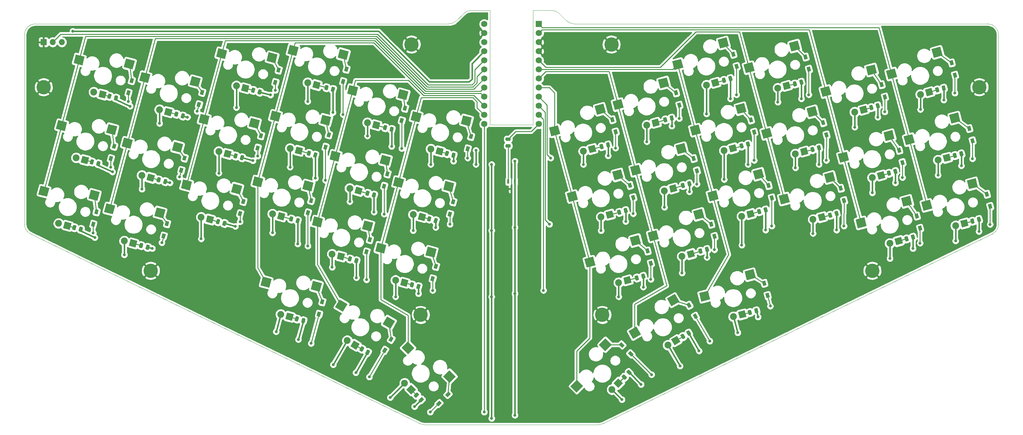
<source format=gbr>
%TF.GenerationSoftware,KiCad,Pcbnew,(5.1.6)-1*%
%TF.CreationDate,2020-07-18T08:53:22-05:00*%
%TF.ProjectId,ErgoChoco,4572676f-4368-46f6-936f-2e6b69636164,v1.0*%
%TF.SameCoordinates,Original*%
%TF.FileFunction,Copper,L2,Bot*%
%TF.FilePolarity,Positive*%
%FSLAX46Y46*%
G04 Gerber Fmt 4.6, Leading zero omitted, Abs format (unit mm)*
G04 Created by KiCad (PCBNEW (5.1.6)-1) date 2020-07-18 08:53:22*
%MOMM*%
%LPD*%
G01*
G04 APERTURE LIST*
%TA.AperFunction,Profile*%
%ADD10C,0.050000*%
%TD*%
%TA.AperFunction,ComponentPad*%
%ADD11C,4.000000*%
%TD*%
%TA.AperFunction,SMDPad,CuDef*%
%ADD12R,0.600000X1.300000*%
%TD*%
%TA.AperFunction,ComponentPad*%
%ADD13C,0.150000*%
%TD*%
%TA.AperFunction,ComponentPad*%
%ADD14C,1.905000*%
%TD*%
%TA.AperFunction,SMDPad,CuDef*%
%ADD15C,0.150000*%
%TD*%
%TA.AperFunction,ComponentPad*%
%ADD16C,1.752600*%
%TD*%
%TA.AperFunction,ComponentPad*%
%ADD17R,1.752600X1.752600*%
%TD*%
%TA.AperFunction,ComponentPad*%
%ADD18R,1.700000X1.700000*%
%TD*%
%TA.AperFunction,ComponentPad*%
%ADD19O,1.700000X1.700000*%
%TD*%
%TA.AperFunction,ViaPad*%
%ADD20C,0.800000*%
%TD*%
%TA.AperFunction,Conductor*%
%ADD21C,0.381000*%
%TD*%
%TA.AperFunction,Conductor*%
%ADD22C,0.254000*%
%TD*%
G04 APERTURE END LIST*
D10*
X14163395Y-108216023D02*
G75*
G02*
X12431250Y-105497100I1267855J2718923D01*
G01*
X122828475Y-161218923D02*
G75*
G03*
X124096330Y-161500000I1267855J2718923D01*
G01*
X174034025Y-161218923D02*
G75*
G02*
X172766170Y-161500000I-1267855J2718923D01*
G01*
X282699105Y-108216023D02*
G75*
G03*
X284431250Y-105497100I-1267855J2718923D01*
G01*
X284431250Y-52500000D02*
G75*
G03*
X281431250Y-49500000I-3000000J0D01*
G01*
X163802570Y-48621320D02*
G75*
G03*
X165923890Y-49500000I2121320J2121320D01*
G01*
X161809930Y-46628680D02*
G75*
G03*
X159688610Y-45750000I-2121320J-2121320D01*
G01*
X135052570Y-46628680D02*
G75*
G02*
X137173890Y-45750000I2121320J-2121320D01*
G01*
X130938610Y-49500000D02*
G75*
G03*
X133059930Y-48621320I0J3000000D01*
G01*
X12431250Y-52500000D02*
G75*
G02*
X15431250Y-49500000I3000000J0D01*
G01*
X12431250Y-52500000D02*
X12431250Y-105497100D01*
X14163400Y-108216020D02*
X122828480Y-161218920D01*
X124096330Y-161500000D02*
X172766170Y-161500000D01*
X282699100Y-108216020D02*
X174034020Y-161218920D01*
X284431250Y-52500000D02*
X284431250Y-105497100D01*
X165923890Y-49500000D02*
X281431250Y-49500000D01*
X161809930Y-46628680D02*
X163802570Y-48621320D01*
X154431250Y-45750000D02*
X159688610Y-45750000D01*
X154431250Y-45750000D02*
X154431250Y-77750000D01*
X142431250Y-77750000D02*
X154431250Y-77750000D01*
X142431250Y-45750000D02*
X142431250Y-77750000D01*
X137173890Y-45750000D02*
X142431250Y-45750000D01*
X133059930Y-48621320D02*
X135052570Y-46628680D01*
X15431250Y-49500000D02*
X130938610Y-49500000D01*
D11*
%TO.P,REF\u002A\u002A,*%
%TO.N,GND*%
X176339500Y-55245000D03*
%TD*%
%TO.P,REF\u002A\u002A,*%
%TO.N,GND*%
X249174000Y-118491000D03*
%TD*%
%TO.P,REF\u002A\u002A,*%
%TO.N,GND*%
X173788070Y-130829000D03*
%TD*%
%TO.P,REF\u002A\u002A,*%
%TO.N,GND*%
X279082500Y-67183000D03*
%TD*%
%TO.P,REF\u002A\u002A,*%
%TO.N,GND*%
X123074430Y-130829000D03*
%TD*%
%TO.P,REF\u002A\u002A,*%
%TO.N,GND*%
X47688500Y-118491000D03*
%TD*%
%TO.P,REF\u002A\u002A,*%
%TO.N,GND*%
X120523000Y-55245000D03*
%TD*%
%TO.P,REF\u002A\u002A,*%
%TO.N,GND*%
X17780000Y-67183000D03*
%TD*%
D12*
%TO.P,Q1,1*%
%TO.N,Net-(NPNR1-Pad1)*%
X147481250Y-93565000D03*
%TO.P,Q1,2*%
%TO.N,LEDGND*%
X149381250Y-93565000D03*
%TO.P,Q1,3*%
%TO.N,GND*%
X148431250Y-95665000D03*
%TD*%
%TA.AperFunction,ComponentPad*%
D13*
%TO.P,MX2,4*%
%TO.N,Net-(MX2-Pad4)*%
G36*
X51437946Y-74816682D02*
G01*
X51930996Y-72976594D01*
X53771084Y-73469644D01*
X53278034Y-75309732D01*
X51437946Y-74816682D01*
G37*
%TD.AperFunction*%
D14*
%TO.P,MX2,3*%
%TO.N,+5V*%
X50151063Y-73485763D03*
%TA.AperFunction,SMDPad,CuDef*%
D15*
%TO.P,MX2,1*%
%TO.N,COL1*%
G36*
X44492512Y-65374849D02*
G01*
X45139559Y-62960034D01*
X47602670Y-63620023D01*
X46955623Y-66034838D01*
X44492512Y-65374849D01*
G37*
%TD.AperFunction*%
%TA.AperFunction,SMDPad,CuDef*%
%TO.P,MX2,2*%
%TO.N,Net-(D2-Pad2)*%
G36*
X58527985Y-66506042D02*
G01*
X59175032Y-64091227D01*
X61638143Y-64751216D01*
X60991096Y-67166031D01*
X58527985Y-66506042D01*
G37*
%TD.AperFunction*%
%TD*%
%TA.AperFunction,ComponentPad*%
D13*
%TO.P,MX1,4*%
%TO.N,Net-(MX1-Pad4)*%
G36*
X33085356Y-69899122D02*
G01*
X33578406Y-68059034D01*
X35418494Y-68552084D01*
X34925444Y-70392172D01*
X33085356Y-69899122D01*
G37*
%TD.AperFunction*%
D14*
%TO.P,MX1,3*%
%TO.N,+5V*%
X31798473Y-68568203D03*
%TA.AperFunction,SMDPad,CuDef*%
D15*
%TO.P,MX1,1*%
%TO.N,COL0*%
G36*
X26139922Y-60457289D02*
G01*
X26786969Y-58042474D01*
X29250080Y-58702463D01*
X28603033Y-61117278D01*
X26139922Y-60457289D01*
G37*
%TD.AperFunction*%
%TA.AperFunction,SMDPad,CuDef*%
%TO.P,MX1,2*%
%TO.N,Net-(D1-Pad2)*%
G36*
X40175395Y-61588482D02*
G01*
X40822442Y-59173667D01*
X43285553Y-59833656D01*
X42638506Y-62248471D01*
X40175395Y-61588482D01*
G37*
%TD.AperFunction*%
%TD*%
%TA.AperFunction,SMDPad,CuDef*%
%TO.P,D42,2*%
%TO.N,Net-(D42-Pad2)*%
G36*
X219623643Y-122488395D02*
G01*
X218706014Y-122734273D01*
X218369549Y-121478569D01*
X219287178Y-121232691D01*
X219623643Y-122488395D01*
G37*
%TD.AperFunction*%
%TA.AperFunction,SMDPad,CuDef*%
%TO.P,D42,1*%
%TO.N,ROW3*%
G36*
X220542451Y-125917431D02*
G01*
X219624822Y-126163309D01*
X219288357Y-124907605D01*
X220205986Y-124661727D01*
X220542451Y-125917431D01*
G37*
%TD.AperFunction*%
%TD*%
%TA.AperFunction,SMDPad,CuDef*%
%TO.P,D41,2*%
%TO.N,Net-(D41-Pad2)*%
G36*
X198730862Y-128455222D02*
G01*
X197908138Y-128930222D01*
X197258138Y-127804388D01*
X198080862Y-127329388D01*
X198730862Y-128455222D01*
G37*
%TD.AperFunction*%
%TA.AperFunction,SMDPad,CuDef*%
%TO.P,D41,1*%
%TO.N,ROW3*%
G36*
X200505862Y-131529612D02*
G01*
X199683138Y-132004612D01*
X199033138Y-130878778D01*
X199855862Y-130403778D01*
X200505862Y-131529612D01*
G37*
%TD.AperFunction*%
%TD*%
%TA.AperFunction,SMDPad,CuDef*%
%TO.P,D40,2*%
%TO.N,Net-(D40-Pad2)*%
G36*
X180007380Y-139330629D02*
G01*
X179335629Y-140002380D01*
X178416390Y-139083141D01*
X179088141Y-138411390D01*
X180007380Y-139330629D01*
G37*
%TD.AperFunction*%
%TA.AperFunction,SMDPad,CuDef*%
%TO.P,D40,1*%
%TO.N,ROW3*%
G36*
X182517610Y-141840859D02*
G01*
X181845859Y-142512610D01*
X180926620Y-141593371D01*
X181598371Y-140921620D01*
X182517610Y-141840859D01*
G37*
%TD.AperFunction*%
%TD*%
%TA.AperFunction,SMDPad,CuDef*%
%TO.P,D39,2*%
%TO.N,Net-(D39-Pad2)*%
G36*
X130544371Y-153845380D02*
G01*
X129872620Y-153173629D01*
X130791859Y-152254390D01*
X131463610Y-152926141D01*
X130544371Y-153845380D01*
G37*
%TD.AperFunction*%
%TA.AperFunction,SMDPad,CuDef*%
%TO.P,D39,1*%
%TO.N,ROW3*%
G36*
X128034141Y-156355610D02*
G01*
X127362390Y-155683859D01*
X128281629Y-154764620D01*
X128953380Y-155436371D01*
X128034141Y-156355610D01*
G37*
%TD.AperFunction*%
%TD*%
%TA.AperFunction,SMDPad,CuDef*%
%TO.P,D38,2*%
%TO.N,Net-(D38-Pad2)*%
G36*
X114892862Y-138455222D02*
G01*
X114070138Y-137980222D01*
X114720138Y-136854388D01*
X115542862Y-137329388D01*
X114892862Y-138455222D01*
G37*
%TD.AperFunction*%
%TA.AperFunction,SMDPad,CuDef*%
%TO.P,D38,1*%
%TO.N,ROW3*%
G36*
X113117862Y-141529612D02*
G01*
X112295138Y-141054612D01*
X112945138Y-139928778D01*
X113767862Y-140403778D01*
X113117862Y-141529612D01*
G37*
%TD.AperFunction*%
%TD*%
%TA.AperFunction,SMDPad,CuDef*%
%TO.P,D37,2*%
%TO.N,Net-(D37-Pad2)*%
G36*
X95872986Y-127941273D02*
G01*
X94955357Y-127695395D01*
X95291822Y-126439691D01*
X96209451Y-126685569D01*
X95872986Y-127941273D01*
G37*
%TD.AperFunction*%
%TA.AperFunction,SMDPad,CuDef*%
%TO.P,D37,1*%
%TO.N,ROW3*%
G36*
X94954178Y-131370309D02*
G01*
X94036549Y-131124431D01*
X94373014Y-129868727D01*
X95290643Y-130114605D01*
X94954178Y-131370309D01*
G37*
%TD.AperFunction*%
%TD*%
%TA.AperFunction,SMDPad,CuDef*%
%TO.P,D36,2*%
%TO.N,Net-(D36-Pad2)*%
G36*
X281782763Y-97598575D02*
G01*
X280865134Y-97844453D01*
X280528669Y-96588749D01*
X281446298Y-96342871D01*
X281782763Y-97598575D01*
G37*
%TD.AperFunction*%
%TA.AperFunction,SMDPad,CuDef*%
%TO.P,D36,1*%
%TO.N,ROW2*%
G36*
X282701571Y-101027611D02*
G01*
X281783942Y-101273489D01*
X281447477Y-100017785D01*
X282365106Y-99771907D01*
X282701571Y-101027611D01*
G37*
%TD.AperFunction*%
%TD*%
%TA.AperFunction,SMDPad,CuDef*%
%TO.P,D35,2*%
%TO.N,Net-(D35-Pad2)*%
G36*
X262224763Y-103694575D02*
G01*
X261307134Y-103940453D01*
X260970669Y-102684749D01*
X261888298Y-102438871D01*
X262224763Y-103694575D01*
G37*
%TD.AperFunction*%
%TA.AperFunction,SMDPad,CuDef*%
%TO.P,D35,1*%
%TO.N,ROW2*%
G36*
X263143571Y-107123611D02*
G01*
X262225942Y-107369489D01*
X261889477Y-106113785D01*
X262807106Y-105867907D01*
X263143571Y-107123611D01*
G37*
%TD.AperFunction*%
%TD*%
%TA.AperFunction,SMDPad,CuDef*%
%TO.P,D34,2*%
%TO.N,Net-(D34-Pad2)*%
G36*
X240992269Y-95947575D02*
G01*
X240074640Y-96193453D01*
X239738175Y-94937749D01*
X240655804Y-94691871D01*
X240992269Y-95947575D01*
G37*
%TD.AperFunction*%
%TA.AperFunction,SMDPad,CuDef*%
%TO.P,D34,1*%
%TO.N,ROW2*%
G36*
X241911077Y-99376611D02*
G01*
X240993448Y-99622489D01*
X240656983Y-98366785D01*
X241574612Y-98120907D01*
X241911077Y-99376611D01*
G37*
%TD.AperFunction*%
%TD*%
%TA.AperFunction,SMDPad,CuDef*%
%TO.P,D33,2*%
%TO.N,Net-(D33-Pad2)*%
G36*
X220822763Y-95185575D02*
G01*
X219905134Y-95431453D01*
X219568669Y-94175749D01*
X220486298Y-93929871D01*
X220822763Y-95185575D01*
G37*
%TD.AperFunction*%
%TA.AperFunction,SMDPad,CuDef*%
%TO.P,D33,1*%
%TO.N,ROW2*%
G36*
X221741571Y-98614611D02*
G01*
X220823942Y-98860489D01*
X220487477Y-97604785D01*
X221405106Y-97358907D01*
X221741571Y-98614611D01*
G37*
%TD.AperFunction*%
%TD*%
%TA.AperFunction,SMDPad,CuDef*%
%TO.P,D32,2*%
%TO.N,Net-(D32-Pad2)*%
G36*
X204820763Y-105980575D02*
G01*
X203903134Y-106226453D01*
X203566669Y-104970749D01*
X204484298Y-104724871D01*
X204820763Y-105980575D01*
G37*
%TD.AperFunction*%
%TA.AperFunction,SMDPad,CuDef*%
%TO.P,D32,1*%
%TO.N,ROW2*%
G36*
X205739571Y-109409611D02*
G01*
X204821942Y-109655489D01*
X204485477Y-108399785D01*
X205403106Y-108153907D01*
X205739571Y-109409611D01*
G37*
%TD.AperFunction*%
%TD*%
%TA.AperFunction,SMDPad,CuDef*%
%TO.P,D31,2*%
%TO.N,Net-(D31-Pad2)*%
G36*
X187040763Y-113473575D02*
G01*
X186123134Y-113719453D01*
X185786669Y-112463749D01*
X186704298Y-112217871D01*
X187040763Y-113473575D01*
G37*
%TD.AperFunction*%
%TA.AperFunction,SMDPad,CuDef*%
%TO.P,D31,1*%
%TO.N,ROW2*%
G36*
X187959571Y-116902611D02*
G01*
X187041942Y-117148489D01*
X186705477Y-115892785D01*
X187623106Y-115646907D01*
X187959571Y-116902611D01*
G37*
%TD.AperFunction*%
%TD*%
%TA.AperFunction,SMDPad,CuDef*%
%TO.P,D30,2*%
%TO.N,Net-(D30-Pad2)*%
G36*
X127622986Y-118035273D02*
G01*
X126705357Y-117789395D01*
X127041822Y-116533691D01*
X127959451Y-116779569D01*
X127622986Y-118035273D01*
G37*
%TD.AperFunction*%
%TA.AperFunction,SMDPad,CuDef*%
%TO.P,D30,1*%
%TO.N,ROW2*%
G36*
X126704178Y-121464309D02*
G01*
X125786549Y-121218431D01*
X126123014Y-119962727D01*
X127040643Y-120208605D01*
X126704178Y-121464309D01*
G37*
%TD.AperFunction*%
%TD*%
%TA.AperFunction,SMDPad,CuDef*%
%TO.P,D29,2*%
%TO.N,Net-(D29-Pad2)*%
G36*
X109151866Y-110544453D02*
G01*
X108234237Y-110298575D01*
X108570702Y-109042871D01*
X109488331Y-109288749D01*
X109151866Y-110544453D01*
G37*
%TD.AperFunction*%
%TA.AperFunction,SMDPad,CuDef*%
%TO.P,D29,1*%
%TO.N,ROW2*%
G36*
X108233058Y-113973489D02*
G01*
X107315429Y-113727611D01*
X107651894Y-112471907D01*
X108569523Y-112717785D01*
X108233058Y-113973489D01*
G37*
%TD.AperFunction*%
%TD*%
%TA.AperFunction,SMDPad,CuDef*%
%TO.P,D28,2*%
%TO.N,Net-(D28-Pad2)*%
G36*
X92768866Y-99622453D02*
G01*
X91851237Y-99376575D01*
X92187702Y-98120871D01*
X93105331Y-98366749D01*
X92768866Y-99622453D01*
G37*
%TD.AperFunction*%
%TA.AperFunction,SMDPad,CuDef*%
%TO.P,D28,1*%
%TO.N,ROW2*%
G36*
X91850058Y-103051489D02*
G01*
X90932429Y-102805611D01*
X91268894Y-101549907D01*
X92186523Y-101795785D01*
X91850058Y-103051489D01*
G37*
%TD.AperFunction*%
%TD*%
%TA.AperFunction,SMDPad,CuDef*%
%TO.P,D27,2*%
%TO.N,Net-(D27-Pad2)*%
G36*
X73845866Y-99876453D02*
G01*
X72928237Y-99630575D01*
X73264702Y-98374871D01*
X74182331Y-98620749D01*
X73845866Y-99876453D01*
G37*
%TD.AperFunction*%
%TA.AperFunction,SMDPad,CuDef*%
%TO.P,D27,1*%
%TO.N,ROW2*%
G36*
X72927058Y-103305489D02*
G01*
X72009429Y-103059611D01*
X72345894Y-101803907D01*
X73263523Y-102049785D01*
X72927058Y-103305489D01*
G37*
%TD.AperFunction*%
%TD*%
%TA.AperFunction,SMDPad,CuDef*%
%TO.P,D26,2*%
%TO.N,Net-(D26-Pad2)*%
G36*
X52509866Y-106099453D02*
G01*
X51592237Y-105853575D01*
X51928702Y-104597871D01*
X52846331Y-104843749D01*
X52509866Y-106099453D01*
G37*
%TD.AperFunction*%
%TA.AperFunction,SMDPad,CuDef*%
%TO.P,D26,1*%
%TO.N,ROW2*%
G36*
X51591058Y-109528489D02*
G01*
X50673429Y-109282611D01*
X51009894Y-108026907D01*
X51927523Y-108272785D01*
X51591058Y-109528489D01*
G37*
%TD.AperFunction*%
%TD*%
%TA.AperFunction,SMDPad,CuDef*%
%TO.P,D25,2*%
%TO.N,Net-(D25-Pad2)*%
G36*
X32824866Y-102797453D02*
G01*
X31907237Y-102551575D01*
X32243702Y-101295871D01*
X33161331Y-101541749D01*
X32824866Y-102797453D01*
G37*
%TD.AperFunction*%
%TA.AperFunction,SMDPad,CuDef*%
%TO.P,D25,1*%
%TO.N,ROW2*%
G36*
X31906058Y-106226489D02*
G01*
X30988429Y-105980611D01*
X31324894Y-104724907D01*
X32242523Y-104970785D01*
X31906058Y-106226489D01*
G37*
%TD.AperFunction*%
%TD*%
%TA.AperFunction,SMDPad,CuDef*%
%TO.P,D24,2*%
%TO.N,Net-(D24-Pad2)*%
G36*
X276865203Y-79245985D02*
G01*
X275947574Y-79491863D01*
X275611109Y-78236159D01*
X276528738Y-77990281D01*
X276865203Y-79245985D01*
G37*
%TD.AperFunction*%
%TA.AperFunction,SMDPad,CuDef*%
%TO.P,D24,1*%
%TO.N,ROW1*%
G36*
X277784011Y-82675021D02*
G01*
X276866382Y-82920899D01*
X276529917Y-81665195D01*
X277447546Y-81419317D01*
X277784011Y-82675021D01*
G37*
%TD.AperFunction*%
%TD*%
%TA.AperFunction,SMDPad,CuDef*%
%TO.P,D23,2*%
%TO.N,Net-(D23-Pad2)*%
G36*
X257307203Y-85341985D02*
G01*
X256389574Y-85587863D01*
X256053109Y-84332159D01*
X256970738Y-84086281D01*
X257307203Y-85341985D01*
G37*
%TD.AperFunction*%
%TA.AperFunction,SMDPad,CuDef*%
%TO.P,D23,1*%
%TO.N,ROW1*%
G36*
X258226011Y-88771021D02*
G01*
X257308382Y-89016899D01*
X256971917Y-87761195D01*
X257889546Y-87515317D01*
X258226011Y-88771021D01*
G37*
%TD.AperFunction*%
%TD*%
%TA.AperFunction,SMDPad,CuDef*%
%TO.P,D22,2*%
%TO.N,Net-(D22-Pad2)*%
G36*
X236074709Y-77594985D02*
G01*
X235157080Y-77840863D01*
X234820615Y-76585159D01*
X235738244Y-76339281D01*
X236074709Y-77594985D01*
G37*
%TD.AperFunction*%
%TA.AperFunction,SMDPad,CuDef*%
%TO.P,D22,1*%
%TO.N,ROW1*%
G36*
X236993517Y-81024021D02*
G01*
X236075888Y-81269899D01*
X235739423Y-80014195D01*
X236657052Y-79768317D01*
X236993517Y-81024021D01*
G37*
%TD.AperFunction*%
%TD*%
%TA.AperFunction,SMDPad,CuDef*%
%TO.P,D21,2*%
%TO.N,Net-(D21-Pad2)*%
G36*
X215905203Y-76832985D02*
G01*
X214987574Y-77078863D01*
X214651109Y-75823159D01*
X215568738Y-75577281D01*
X215905203Y-76832985D01*
G37*
%TD.AperFunction*%
%TA.AperFunction,SMDPad,CuDef*%
%TO.P,D21,1*%
%TO.N,ROW1*%
G36*
X216824011Y-80262021D02*
G01*
X215906382Y-80507899D01*
X215569917Y-79252195D01*
X216487546Y-79006317D01*
X216824011Y-80262021D01*
G37*
%TD.AperFunction*%
%TD*%
%TA.AperFunction,SMDPad,CuDef*%
%TO.P,D20,2*%
%TO.N,Net-(D20-Pad2)*%
G36*
X199903203Y-87627985D02*
G01*
X198985574Y-87873863D01*
X198649109Y-86618159D01*
X199566738Y-86372281D01*
X199903203Y-87627985D01*
G37*
%TD.AperFunction*%
%TA.AperFunction,SMDPad,CuDef*%
%TO.P,D20,1*%
%TO.N,ROW1*%
G36*
X200822011Y-91057021D02*
G01*
X199904382Y-91302899D01*
X199567917Y-90047195D01*
X200485546Y-89801317D01*
X200822011Y-91057021D01*
G37*
%TD.AperFunction*%
%TD*%
%TA.AperFunction,SMDPad,CuDef*%
%TO.P,D19,2*%
%TO.N,Net-(D19-Pad2)*%
G36*
X182123203Y-95120985D02*
G01*
X181205574Y-95366863D01*
X180869109Y-94111159D01*
X181786738Y-93865281D01*
X182123203Y-95120985D01*
G37*
%TD.AperFunction*%
%TA.AperFunction,SMDPad,CuDef*%
%TO.P,D19,1*%
%TO.N,ROW1*%
G36*
X183042011Y-98550021D02*
G01*
X182124382Y-98795899D01*
X181787917Y-97540195D01*
X182705546Y-97294317D01*
X183042011Y-98550021D01*
G37*
%TD.AperFunction*%
%TD*%
%TA.AperFunction,SMDPad,CuDef*%
%TO.P,D18,2*%
%TO.N,Net-(D18-Pad2)*%
G36*
X132448986Y-100001273D02*
G01*
X131531357Y-99755395D01*
X131867822Y-98499691D01*
X132785451Y-98745569D01*
X132448986Y-100001273D01*
G37*
%TD.AperFunction*%
%TA.AperFunction,SMDPad,CuDef*%
%TO.P,D18,1*%
%TO.N,ROW1*%
G36*
X131530178Y-103430309D02*
G01*
X130612549Y-103184431D01*
X130949014Y-101928727D01*
X131866643Y-102174605D01*
X131530178Y-103430309D01*
G37*
%TD.AperFunction*%
%TD*%
%TA.AperFunction,SMDPad,CuDef*%
%TO.P,D17,2*%
%TO.N,Net-(D17-Pad2)*%
G36*
X114069426Y-92191863D02*
G01*
X113151797Y-91945985D01*
X113488262Y-90690281D01*
X114405891Y-90936159D01*
X114069426Y-92191863D01*
G37*
%TD.AperFunction*%
%TA.AperFunction,SMDPad,CuDef*%
%TO.P,D17,1*%
%TO.N,ROW1*%
G36*
X113150618Y-95620899D02*
G01*
X112232989Y-95375021D01*
X112569454Y-94119317D01*
X113487083Y-94365195D01*
X113150618Y-95620899D01*
G37*
%TD.AperFunction*%
%TD*%
%TA.AperFunction,SMDPad,CuDef*%
%TO.P,D16,2*%
%TO.N,Net-(D16-Pad2)*%
G36*
X97686426Y-81269863D02*
G01*
X96768797Y-81023985D01*
X97105262Y-79768281D01*
X98022891Y-80014159D01*
X97686426Y-81269863D01*
G37*
%TD.AperFunction*%
%TA.AperFunction,SMDPad,CuDef*%
%TO.P,D16,1*%
%TO.N,ROW1*%
G36*
X96767618Y-84698899D02*
G01*
X95849989Y-84453021D01*
X96186454Y-83197317D01*
X97104083Y-83443195D01*
X96767618Y-84698899D01*
G37*
%TD.AperFunction*%
%TD*%
%TA.AperFunction,SMDPad,CuDef*%
%TO.P,D15,2*%
%TO.N,Net-(D15-Pad2)*%
G36*
X78763426Y-81523863D02*
G01*
X77845797Y-81277985D01*
X78182262Y-80022281D01*
X79099891Y-80268159D01*
X78763426Y-81523863D01*
G37*
%TD.AperFunction*%
%TA.AperFunction,SMDPad,CuDef*%
%TO.P,D15,1*%
%TO.N,ROW1*%
G36*
X77844618Y-84952899D02*
G01*
X76926989Y-84707021D01*
X77263454Y-83451317D01*
X78181083Y-83697195D01*
X77844618Y-84952899D01*
G37*
%TD.AperFunction*%
%TD*%
%TA.AperFunction,SMDPad,CuDef*%
%TO.P,D14,2*%
%TO.N,Net-(D14-Pad2)*%
G36*
X57427426Y-87746863D02*
G01*
X56509797Y-87500985D01*
X56846262Y-86245281D01*
X57763891Y-86491159D01*
X57427426Y-87746863D01*
G37*
%TD.AperFunction*%
%TA.AperFunction,SMDPad,CuDef*%
%TO.P,D14,1*%
%TO.N,ROW1*%
G36*
X56508618Y-91175899D02*
G01*
X55590989Y-90930021D01*
X55927454Y-89674317D01*
X56845083Y-89920195D01*
X56508618Y-91175899D01*
G37*
%TD.AperFunction*%
%TD*%
%TA.AperFunction,SMDPad,CuDef*%
%TO.P,D13,2*%
%TO.N,Net-(D13-Pad2)*%
G36*
X37742426Y-84444863D02*
G01*
X36824797Y-84198985D01*
X37161262Y-82943281D01*
X38078891Y-83189159D01*
X37742426Y-84444863D01*
G37*
%TD.AperFunction*%
%TA.AperFunction,SMDPad,CuDef*%
%TO.P,D13,1*%
%TO.N,ROW1*%
G36*
X36823618Y-87873899D02*
G01*
X35905989Y-87628021D01*
X36242454Y-86372317D01*
X37160083Y-86618195D01*
X36823618Y-87873899D01*
G37*
%TD.AperFunction*%
%TD*%
%TA.AperFunction,SMDPad,CuDef*%
%TO.P,D12,2*%
%TO.N,Net-(D12-Pad2)*%
G36*
X271947643Y-60893395D02*
G01*
X271030014Y-61139273D01*
X270693549Y-59883569D01*
X271611178Y-59637691D01*
X271947643Y-60893395D01*
G37*
%TD.AperFunction*%
%TA.AperFunction,SMDPad,CuDef*%
%TO.P,D12,1*%
%TO.N,ROW0*%
G36*
X272866451Y-64322431D02*
G01*
X271948822Y-64568309D01*
X271612357Y-63312605D01*
X272529986Y-63066727D01*
X272866451Y-64322431D01*
G37*
%TD.AperFunction*%
%TD*%
%TA.AperFunction,SMDPad,CuDef*%
%TO.P,D11,2*%
%TO.N,Net-(D11-Pad2)*%
G36*
X252389643Y-66989395D02*
G01*
X251472014Y-67235273D01*
X251135549Y-65979569D01*
X252053178Y-65733691D01*
X252389643Y-66989395D01*
G37*
%TD.AperFunction*%
%TA.AperFunction,SMDPad,CuDef*%
%TO.P,D11,1*%
%TO.N,ROW0*%
G36*
X253308451Y-70418431D02*
G01*
X252390822Y-70664309D01*
X252054357Y-69408605D01*
X252971986Y-69162727D01*
X253308451Y-70418431D01*
G37*
%TD.AperFunction*%
%TD*%
%TA.AperFunction,SMDPad,CuDef*%
%TO.P,D10,2*%
%TO.N,Net-(D10-Pad2)*%
G36*
X231157149Y-59242395D02*
G01*
X230239520Y-59488273D01*
X229903055Y-58232569D01*
X230820684Y-57986691D01*
X231157149Y-59242395D01*
G37*
%TD.AperFunction*%
%TA.AperFunction,SMDPad,CuDef*%
%TO.P,D10,1*%
%TO.N,ROW0*%
G36*
X232075957Y-62671431D02*
G01*
X231158328Y-62917309D01*
X230821863Y-61661605D01*
X231739492Y-61415727D01*
X232075957Y-62671431D01*
G37*
%TD.AperFunction*%
%TD*%
%TA.AperFunction,SMDPad,CuDef*%
%TO.P,D9,2*%
%TO.N,Net-(D9-Pad2)*%
G36*
X210987643Y-58480395D02*
G01*
X210070014Y-58726273D01*
X209733549Y-57470569D01*
X210651178Y-57224691D01*
X210987643Y-58480395D01*
G37*
%TD.AperFunction*%
%TA.AperFunction,SMDPad,CuDef*%
%TO.P,D9,1*%
%TO.N,ROW0*%
G36*
X211906451Y-61909431D02*
G01*
X210988822Y-62155309D01*
X210652357Y-60899605D01*
X211569986Y-60653727D01*
X211906451Y-61909431D01*
G37*
%TD.AperFunction*%
%TD*%
%TA.AperFunction,SMDPad,CuDef*%
%TO.P,D8,2*%
%TO.N,Net-(D8-Pad2)*%
G36*
X194985643Y-69275395D02*
G01*
X194068014Y-69521273D01*
X193731549Y-68265569D01*
X194649178Y-68019691D01*
X194985643Y-69275395D01*
G37*
%TD.AperFunction*%
%TA.AperFunction,SMDPad,CuDef*%
%TO.P,D8,1*%
%TO.N,ROW0*%
G36*
X195904451Y-72704431D02*
G01*
X194986822Y-72950309D01*
X194650357Y-71694605D01*
X195567986Y-71448727D01*
X195904451Y-72704431D01*
G37*
%TD.AperFunction*%
%TD*%
%TA.AperFunction,SMDPad,CuDef*%
%TO.P,D7,2*%
%TO.N,Net-(D7-Pad2)*%
G36*
X177205643Y-76768395D02*
G01*
X176288014Y-77014273D01*
X175951549Y-75758569D01*
X176869178Y-75512691D01*
X177205643Y-76768395D01*
G37*
%TD.AperFunction*%
%TA.AperFunction,SMDPad,CuDef*%
%TO.P,D7,1*%
%TO.N,ROW0*%
G36*
X178124451Y-80197431D02*
G01*
X177206822Y-80443309D01*
X176870357Y-79187605D01*
X177787986Y-78941727D01*
X178124451Y-80197431D01*
G37*
%TD.AperFunction*%
%TD*%
%TA.AperFunction,SMDPad,CuDef*%
%TO.P,D6,2*%
%TO.N,Net-(D6-Pad2)*%
G36*
X137401986Y-81713273D02*
G01*
X136484357Y-81467395D01*
X136820822Y-80211691D01*
X137738451Y-80457569D01*
X137401986Y-81713273D01*
G37*
%TD.AperFunction*%
%TA.AperFunction,SMDPad,CuDef*%
%TO.P,D6,1*%
%TO.N,ROW0*%
G36*
X136483178Y-85142309D02*
G01*
X135565549Y-84896431D01*
X135902014Y-83640727D01*
X136819643Y-83886605D01*
X136483178Y-85142309D01*
G37*
%TD.AperFunction*%
%TD*%
%TA.AperFunction,SMDPad,CuDef*%
%TO.P,D5,2*%
%TO.N,Net-(D5-Pad2)*%
G36*
X118986986Y-73839273D02*
G01*
X118069357Y-73593395D01*
X118405822Y-72337691D01*
X119323451Y-72583569D01*
X118986986Y-73839273D01*
G37*
%TD.AperFunction*%
%TA.AperFunction,SMDPad,CuDef*%
%TO.P,D5,1*%
%TO.N,ROW0*%
G36*
X118068178Y-77268309D02*
G01*
X117150549Y-77022431D01*
X117487014Y-75766727D01*
X118404643Y-76012605D01*
X118068178Y-77268309D01*
G37*
%TD.AperFunction*%
%TD*%
%TA.AperFunction,SMDPad,CuDef*%
%TO.P,D4,2*%
%TO.N,Net-(D4-Pad2)*%
G36*
X102603986Y-62917273D02*
G01*
X101686357Y-62671395D01*
X102022822Y-61415691D01*
X102940451Y-61661569D01*
X102603986Y-62917273D01*
G37*
%TD.AperFunction*%
%TA.AperFunction,SMDPad,CuDef*%
%TO.P,D4,1*%
%TO.N,ROW0*%
G36*
X101685178Y-66346309D02*
G01*
X100767549Y-66100431D01*
X101104014Y-64844727D01*
X102021643Y-65090605D01*
X101685178Y-66346309D01*
G37*
%TD.AperFunction*%
%TD*%
%TA.AperFunction,SMDPad,CuDef*%
%TO.P,D3,2*%
%TO.N,Net-(D3-Pad2)*%
G36*
X83680986Y-63171273D02*
G01*
X82763357Y-62925395D01*
X83099822Y-61669691D01*
X84017451Y-61915569D01*
X83680986Y-63171273D01*
G37*
%TD.AperFunction*%
%TA.AperFunction,SMDPad,CuDef*%
%TO.P,D3,1*%
%TO.N,ROW0*%
G36*
X82762178Y-66600309D02*
G01*
X81844549Y-66354431D01*
X82181014Y-65098727D01*
X83098643Y-65344605D01*
X82762178Y-66600309D01*
G37*
%TD.AperFunction*%
%TD*%
%TA.AperFunction,SMDPad,CuDef*%
%TO.P,D2,2*%
%TO.N,Net-(D2-Pad2)*%
G36*
X62344986Y-69394273D02*
G01*
X61427357Y-69148395D01*
X61763822Y-67892691D01*
X62681451Y-68138569D01*
X62344986Y-69394273D01*
G37*
%TD.AperFunction*%
%TA.AperFunction,SMDPad,CuDef*%
%TO.P,D2,1*%
%TO.N,ROW0*%
G36*
X61426178Y-72823309D02*
G01*
X60508549Y-72577431D01*
X60845014Y-71321727D01*
X61762643Y-71567605D01*
X61426178Y-72823309D01*
G37*
%TD.AperFunction*%
%TD*%
%TA.AperFunction,SMDPad,CuDef*%
%TO.P,D1,2*%
%TO.N,Net-(D1-Pad2)*%
G36*
X42659986Y-66092273D02*
G01*
X41742357Y-65846395D01*
X42078822Y-64590691D01*
X42996451Y-64836569D01*
X42659986Y-66092273D01*
G37*
%TD.AperFunction*%
%TA.AperFunction,SMDPad,CuDef*%
%TO.P,D1,1*%
%TO.N,ROW0*%
G36*
X41741178Y-69521309D02*
G01*
X40823549Y-69275431D01*
X41160014Y-68019727D01*
X42077643Y-68265605D01*
X41741178Y-69521309D01*
G37*
%TD.AperFunction*%
%TD*%
D16*
%TO.P,U1,24*%
%TO.N,Net-(U1-Pad24)*%
X140811250Y-49560000D03*
%TO.P,U1,12*%
%TO.N,LEDPWM*%
X156051250Y-77500000D03*
%TO.P,U1,23*%
%TO.N,GND*%
X140811250Y-52100000D03*
%TO.P,U1,22*%
%TO.N,Net-(SW1-Pad1)*%
X140811250Y-54640000D03*
%TO.P,U1,21*%
%TO.N,+5V*%
X140811250Y-57180000D03*
%TO.P,U1,20*%
%TO.N,Net-(J1-Pad2)*%
X140811250Y-59720000D03*
%TO.P,U1,19*%
%TO.N,COL0*%
X140811250Y-62260000D03*
%TO.P,U1,18*%
%TO.N,COL1*%
X140811250Y-64800000D03*
%TO.P,U1,17*%
%TO.N,COL2*%
X140811250Y-67340000D03*
%TO.P,U1,16*%
%TO.N,COL3*%
X140811250Y-69880000D03*
%TO.P,U1,15*%
%TO.N,COL4*%
X140811250Y-72420000D03*
%TO.P,U1,14*%
%TO.N,COL5*%
X140811250Y-74960000D03*
%TO.P,U1,13*%
%TO.N,ROW3*%
X140811250Y-77500000D03*
%TO.P,U1,11*%
%TO.N,ROW2*%
X156051250Y-74960000D03*
%TO.P,U1,10*%
%TO.N,ROW1*%
X156051250Y-72420000D03*
%TO.P,U1,9*%
%TO.N,ROW0*%
X156051250Y-69880000D03*
%TO.P,U1,8*%
%TO.N,COL6*%
X156051250Y-67340000D03*
%TO.P,U1,7*%
%TO.N,COL7*%
X156051250Y-64800000D03*
%TO.P,U1,6*%
%TO.N,COL8*%
X156051250Y-62260000D03*
%TO.P,U1,5*%
%TO.N,COL9*%
X156051250Y-59720000D03*
%TO.P,U1,4*%
%TO.N,GND*%
X156051250Y-57180000D03*
%TO.P,U1,3*%
X156051250Y-54640000D03*
%TO.P,U1,2*%
%TO.N,COL10*%
X156051250Y-52100000D03*
D17*
%TO.P,U1,1*%
%TO.N,COL11*%
X156051250Y-49560000D03*
%TD*%
%TA.AperFunction,ComponentPad*%
D13*
%TO.P,MX40,4*%
%TO.N,Net-(MX40-Pad4)*%
G36*
X178280348Y-151251885D02*
G01*
X176933310Y-149904847D01*
X178280348Y-148557809D01*
X179627386Y-149904847D01*
X178280348Y-151251885D01*
G37*
%TD.AperFunction*%
D14*
%TO.P,MX40,3*%
%TO.N,+5V*%
X176484297Y-151700898D03*
%TA.AperFunction,SMDPad,CuDef*%
D15*
%TO.P,MX40,1*%
%TO.N,COL6*%
G36*
X166630764Y-152545891D02*
G01*
X164862997Y-150778124D01*
X166666120Y-148975001D01*
X168433887Y-150742768D01*
X166630764Y-152545891D01*
G37*
%TD.AperFunction*%
%TA.AperFunction,SMDPad,CuDef*%
%TO.P,MX40,2*%
%TO.N,Net-(D40-Pad2)*%
G36*
X174628141Y-140956411D02*
G01*
X172860374Y-139188644D01*
X174663497Y-137385521D01*
X176431264Y-139153288D01*
X174628141Y-140956411D01*
G37*
%TD.AperFunction*%
%TD*%
%TA.AperFunction,ComponentPad*%
D13*
%TO.P,MX15,4*%
%TO.N,Net-(MX15-Pad4)*%
G36*
X67978806Y-86495722D02*
G01*
X68471856Y-84655634D01*
X70311944Y-85148684D01*
X69818894Y-86988772D01*
X67978806Y-86495722D01*
G37*
%TD.AperFunction*%
D14*
%TO.P,MX15,3*%
%TO.N,+5V*%
X66691923Y-85164803D03*
%TA.AperFunction,SMDPad,CuDef*%
D15*
%TO.P,MX15,1*%
%TO.N,COL2*%
G36*
X61033372Y-77053889D02*
G01*
X61680419Y-74639074D01*
X64143530Y-75299063D01*
X63496483Y-77713878D01*
X61033372Y-77053889D01*
G37*
%TD.AperFunction*%
%TA.AperFunction,SMDPad,CuDef*%
%TO.P,MX15,2*%
%TO.N,Net-(D15-Pad2)*%
G36*
X75068845Y-78185082D02*
G01*
X75715892Y-75770267D01*
X78179003Y-76430256D01*
X77531956Y-78845071D01*
X75068845Y-78185082D01*
G37*
%TD.AperFunction*%
%TD*%
%TA.AperFunction,ComponentPad*%
D13*
%TO.P,MX3,4*%
%TO.N,Net-(MX3-Pad4)*%
G36*
X72896366Y-68143132D02*
G01*
X73389416Y-66303044D01*
X75229504Y-66796094D01*
X74736454Y-68636182D01*
X72896366Y-68143132D01*
G37*
%TD.AperFunction*%
D14*
%TO.P,MX3,3*%
%TO.N,+5V*%
X71609483Y-66812213D03*
%TA.AperFunction,SMDPad,CuDef*%
D15*
%TO.P,MX3,1*%
%TO.N,COL2*%
G36*
X65950932Y-58701299D02*
G01*
X66597979Y-56286484D01*
X69061090Y-56946473D01*
X68414043Y-59361288D01*
X65950932Y-58701299D01*
G37*
%TD.AperFunction*%
%TA.AperFunction,SMDPad,CuDef*%
%TO.P,MX3,2*%
%TO.N,Net-(D3-Pad2)*%
G36*
X79986405Y-59832492D02*
G01*
X80633452Y-57417677D01*
X83096563Y-58077666D01*
X82449516Y-60492481D01*
X79986405Y-59832492D01*
G37*
%TD.AperFunction*%
%TD*%
%TA.AperFunction,ComponentPad*%
D13*
%TO.P,MX4,4*%
%TO.N,Net-(MX4-Pad4)*%
G36*
X92801866Y-67259122D02*
G01*
X93294916Y-65419034D01*
X95135004Y-65912084D01*
X94641954Y-67752172D01*
X92801866Y-67259122D01*
G37*
%TD.AperFunction*%
D14*
%TO.P,MX4,3*%
%TO.N,+5V*%
X91514983Y-65928203D03*
%TA.AperFunction,SMDPad,CuDef*%
D15*
%TO.P,MX4,1*%
%TO.N,COL3*%
G36*
X85856432Y-57817289D02*
G01*
X86503479Y-55402474D01*
X88966590Y-56062463D01*
X88319543Y-58477278D01*
X85856432Y-57817289D01*
G37*
%TD.AperFunction*%
%TA.AperFunction,SMDPad,CuDef*%
%TO.P,MX4,2*%
%TO.N,Net-(D4-Pad2)*%
G36*
X99891905Y-58948482D02*
G01*
X100538952Y-56533667D01*
X103002063Y-57193656D01*
X102355016Y-59608471D01*
X99891905Y-58948482D01*
G37*
%TD.AperFunction*%
%TD*%
%TA.AperFunction,ComponentPad*%
D13*
%TO.P,MX5,4*%
%TO.N,Net-(MX5-Pad4)*%
G36*
X109472136Y-78461222D02*
G01*
X109965186Y-76621134D01*
X111805274Y-77114184D01*
X111312224Y-78954272D01*
X109472136Y-78461222D01*
G37*
%TD.AperFunction*%
D14*
%TO.P,MX5,3*%
%TO.N,+5V*%
X108185253Y-77130303D03*
%TA.AperFunction,SMDPad,CuDef*%
D15*
%TO.P,MX5,1*%
%TO.N,COL4*%
G36*
X102526702Y-69019389D02*
G01*
X103173749Y-66604574D01*
X105636860Y-67264563D01*
X104989813Y-69679378D01*
X102526702Y-69019389D01*
G37*
%TD.AperFunction*%
%TA.AperFunction,SMDPad,CuDef*%
%TO.P,MX5,2*%
%TO.N,Net-(D5-Pad2)*%
G36*
X116562175Y-70150582D02*
G01*
X117209222Y-67735767D01*
X119672333Y-68395756D01*
X119025286Y-70810571D01*
X116562175Y-70150582D01*
G37*
%TD.AperFunction*%
%TD*%
%TA.AperFunction,ComponentPad*%
D13*
%TO.P,MX6,4*%
%TO.N,Net-(MX6-Pad4)*%
G36*
X127177676Y-85793602D02*
G01*
X127670726Y-83953514D01*
X129510814Y-84446564D01*
X129017764Y-86286652D01*
X127177676Y-85793602D01*
G37*
%TD.AperFunction*%
D14*
%TO.P,MX6,3*%
%TO.N,+5V*%
X125890793Y-84462683D03*
%TA.AperFunction,SMDPad,CuDef*%
D15*
%TO.P,MX6,1*%
%TO.N,COL5*%
G36*
X120232242Y-76351769D02*
G01*
X120879289Y-73936954D01*
X123342400Y-74596943D01*
X122695353Y-77011758D01*
X120232242Y-76351769D01*
G37*
%TD.AperFunction*%
%TA.AperFunction,SMDPad,CuDef*%
%TO.P,MX6,2*%
%TO.N,Net-(D6-Pad2)*%
G36*
X134267715Y-77482962D02*
G01*
X134914762Y-75068147D01*
X137377873Y-75728136D01*
X136730826Y-78142951D01*
X134267715Y-77482962D01*
G37*
%TD.AperFunction*%
%TD*%
%TA.AperFunction,ComponentPad*%
D13*
%TO.P,MX7,4*%
%TO.N,Net-(MX7-Pad4)*%
G36*
X170300328Y-85629252D02*
G01*
X169807278Y-83789164D01*
X171647366Y-83296114D01*
X172140416Y-85136202D01*
X170300328Y-85629252D01*
G37*
%TD.AperFunction*%
D14*
%TO.P,MX7,3*%
%TO.N,+5V*%
X168520395Y-85120083D03*
%TA.AperFunction,SMDPad,CuDef*%
D15*
%TO.P,MX7,1*%
%TO.N,COL6*%
G36*
X159564488Y-80925102D02*
G01*
X158917441Y-78510287D01*
X161380552Y-77850298D01*
X162027599Y-80265113D01*
X159564488Y-80925102D01*
G37*
%TD.AperFunction*%
%TA.AperFunction,SMDPad,CuDef*%
%TO.P,MX7,2*%
%TO.N,Net-(D7-Pad2)*%
G36*
X172285161Y-74887007D02*
G01*
X171638114Y-72472192D01*
X174101225Y-71812203D01*
X174748272Y-74227018D01*
X172285161Y-74887007D01*
G37*
%TD.AperFunction*%
%TD*%
%TA.AperFunction,ComponentPad*%
D13*
%TO.P,MX8,4*%
%TO.N,Net-(MX8-Pad4)*%
G36*
X188005878Y-78296872D02*
G01*
X187512828Y-76456784D01*
X189352916Y-75963734D01*
X189845966Y-77803822D01*
X188005878Y-78296872D01*
G37*
%TD.AperFunction*%
D14*
%TO.P,MX8,3*%
%TO.N,+5V*%
X186225945Y-77787703D03*
%TA.AperFunction,SMDPad,CuDef*%
D15*
%TO.P,MX8,1*%
%TO.N,COL7*%
G36*
X177270038Y-73592722D02*
G01*
X176622991Y-71177907D01*
X179086102Y-70517918D01*
X179733149Y-72932733D01*
X177270038Y-73592722D01*
G37*
%TD.AperFunction*%
%TA.AperFunction,SMDPad,CuDef*%
%TO.P,MX8,2*%
%TO.N,Net-(D8-Pad2)*%
G36*
X189990711Y-67554627D02*
G01*
X189343664Y-65139812D01*
X191806775Y-64479823D01*
X192453822Y-66894638D01*
X189990711Y-67554627D01*
G37*
%TD.AperFunction*%
%TD*%
%TA.AperFunction,ComponentPad*%
D13*
%TO.P,MX9,4*%
%TO.N,Net-(MX9-Pad4)*%
G36*
X204676138Y-67100792D02*
G01*
X204183088Y-65260704D01*
X206023176Y-64767654D01*
X206516226Y-66607742D01*
X204676138Y-67100792D01*
G37*
%TD.AperFunction*%
D14*
%TO.P,MX9,3*%
%TO.N,+5V*%
X202896205Y-66591623D03*
%TA.AperFunction,SMDPad,CuDef*%
D15*
%TO.P,MX9,1*%
%TO.N,COL8*%
G36*
X193940298Y-62396642D02*
G01*
X193293251Y-59981827D01*
X195756362Y-59321838D01*
X196403409Y-61736653D01*
X193940298Y-62396642D01*
G37*
%TD.AperFunction*%
%TA.AperFunction,SMDPad,CuDef*%
%TO.P,MX9,2*%
%TO.N,Net-(D9-Pad2)*%
G36*
X206660971Y-56358547D02*
G01*
X206013924Y-53943732D01*
X208477035Y-53283743D01*
X209124082Y-55698558D01*
X206660971Y-56358547D01*
G37*
%TD.AperFunction*%
%TD*%
%TA.AperFunction,ComponentPad*%
D13*
%TO.P,MX10,4*%
%TO.N,Net-(MX10-Pad4)*%
G36*
X224581648Y-67978782D02*
G01*
X224088598Y-66138694D01*
X225928686Y-65645644D01*
X226421736Y-67485732D01*
X224581648Y-67978782D01*
G37*
%TD.AperFunction*%
D14*
%TO.P,MX10,3*%
%TO.N,+5V*%
X222801715Y-67469613D03*
%TA.AperFunction,SMDPad,CuDef*%
D15*
%TO.P,MX10,1*%
%TO.N,COL9*%
G36*
X213845808Y-63274632D02*
G01*
X213198761Y-60859817D01*
X215661872Y-60199828D01*
X216308919Y-62614643D01*
X213845808Y-63274632D01*
G37*
%TD.AperFunction*%
%TA.AperFunction,SMDPad,CuDef*%
%TO.P,MX10,2*%
%TO.N,Net-(D10-Pad2)*%
G36*
X226566481Y-57236537D02*
G01*
X225919434Y-54821722D01*
X228382545Y-54161733D01*
X229029592Y-56576548D01*
X226566481Y-57236537D01*
G37*
%TD.AperFunction*%
%TD*%
%TA.AperFunction,ComponentPad*%
D13*
%TO.P,MX11,4*%
%TO.N,Net-(MX11-Pad4)*%
G36*
X246040068Y-74652332D02*
G01*
X245547018Y-72812244D01*
X247387106Y-72319194D01*
X247880156Y-74159282D01*
X246040068Y-74652332D01*
G37*
%TD.AperFunction*%
D14*
%TO.P,MX11,3*%
%TO.N,+5V*%
X244260135Y-74143163D03*
%TA.AperFunction,SMDPad,CuDef*%
D15*
%TO.P,MX11,1*%
%TO.N,COL10*%
G36*
X235304228Y-69948182D02*
G01*
X234657181Y-67533367D01*
X237120292Y-66873378D01*
X237767339Y-69288193D01*
X235304228Y-69948182D01*
G37*
%TD.AperFunction*%
%TA.AperFunction,SMDPad,CuDef*%
%TO.P,MX11,2*%
%TO.N,Net-(D11-Pad2)*%
G36*
X248024901Y-63910087D02*
G01*
X247377854Y-61495272D01*
X249840965Y-60835283D01*
X250488012Y-63250098D01*
X248024901Y-63910087D01*
G37*
%TD.AperFunction*%
%TD*%
%TA.AperFunction,ComponentPad*%
D13*
%TO.P,MX12,4*%
%TO.N,Net-(MX12-Pad4)*%
G36*
X264392658Y-69734772D02*
G01*
X263899608Y-67894684D01*
X265739696Y-67401634D01*
X266232746Y-69241722D01*
X264392658Y-69734772D01*
G37*
%TD.AperFunction*%
D14*
%TO.P,MX12,3*%
%TO.N,+5V*%
X262612725Y-69225603D03*
%TA.AperFunction,SMDPad,CuDef*%
D15*
%TO.P,MX12,1*%
%TO.N,COL11*%
G36*
X253656818Y-65030622D02*
G01*
X253009771Y-62615807D01*
X255472882Y-61955818D01*
X256119929Y-64370633D01*
X253656818Y-65030622D01*
G37*
%TD.AperFunction*%
%TA.AperFunction,SMDPad,CuDef*%
%TO.P,MX12,2*%
%TO.N,Net-(D12-Pad2)*%
G36*
X266377491Y-58992527D02*
G01*
X265730444Y-56577712D01*
X268193555Y-55917723D01*
X268840602Y-58332538D01*
X266377491Y-58992527D01*
G37*
%TD.AperFunction*%
%TD*%
%TA.AperFunction,ComponentPad*%
D13*
%TO.P,MX13,4*%
%TO.N,Net-(MX13-Pad4)*%
G36*
X28167796Y-88251712D02*
G01*
X28660846Y-86411624D01*
X30500934Y-86904674D01*
X30007884Y-88744762D01*
X28167796Y-88251712D01*
G37*
%TD.AperFunction*%
D14*
%TO.P,MX13,3*%
%TO.N,+5V*%
X26880913Y-86920793D03*
%TA.AperFunction,SMDPad,CuDef*%
D15*
%TO.P,MX13,1*%
%TO.N,COL0*%
G36*
X21222362Y-78809879D02*
G01*
X21869409Y-76395064D01*
X24332520Y-77055053D01*
X23685473Y-79469868D01*
X21222362Y-78809879D01*
G37*
%TD.AperFunction*%
%TA.AperFunction,SMDPad,CuDef*%
%TO.P,MX13,2*%
%TO.N,Net-(D13-Pad2)*%
G36*
X35257835Y-79941072D02*
G01*
X35904882Y-77526257D01*
X38367993Y-78186246D01*
X37720946Y-80601061D01*
X35257835Y-79941072D01*
G37*
%TD.AperFunction*%
%TD*%
%TA.AperFunction,ComponentPad*%
D13*
%TO.P,MX14,4*%
%TO.N,Net-(MX14-Pad4)*%
G36*
X46520386Y-93169272D02*
G01*
X47013436Y-91329184D01*
X48853524Y-91822234D01*
X48360474Y-93662322D01*
X46520386Y-93169272D01*
G37*
%TD.AperFunction*%
D14*
%TO.P,MX14,3*%
%TO.N,+5V*%
X45233503Y-91838353D03*
%TA.AperFunction,SMDPad,CuDef*%
D15*
%TO.P,MX14,1*%
%TO.N,COL1*%
G36*
X39574952Y-83727439D02*
G01*
X40221999Y-81312624D01*
X42685110Y-81972613D01*
X42038063Y-84387428D01*
X39574952Y-83727439D01*
G37*
%TD.AperFunction*%
%TA.AperFunction,SMDPad,CuDef*%
%TO.P,MX14,2*%
%TO.N,Net-(D14-Pad2)*%
G36*
X53610425Y-84858632D02*
G01*
X54257472Y-82443817D01*
X56720583Y-83103806D01*
X56073536Y-85518621D01*
X53610425Y-84858632D01*
G37*
%TD.AperFunction*%
%TD*%
%TA.AperFunction,ComponentPad*%
D13*
%TO.P,MX16,4*%
%TO.N,Net-(MX16-Pad4)*%
G36*
X87884306Y-85617732D02*
G01*
X88377356Y-83777644D01*
X90217444Y-84270694D01*
X89724394Y-86110782D01*
X87884306Y-85617732D01*
G37*
%TD.AperFunction*%
D14*
%TO.P,MX16,3*%
%TO.N,+5V*%
X86597423Y-84286813D03*
%TA.AperFunction,SMDPad,CuDef*%
D15*
%TO.P,MX16,1*%
%TO.N,COL3*%
G36*
X80938872Y-76175899D02*
G01*
X81585919Y-73761084D01*
X84049030Y-74421073D01*
X83401983Y-76835888D01*
X80938872Y-76175899D01*
G37*
%TD.AperFunction*%
%TA.AperFunction,SMDPad,CuDef*%
%TO.P,MX16,2*%
%TO.N,Net-(D16-Pad2)*%
G36*
X94974345Y-77307092D02*
G01*
X95621392Y-74892277D01*
X98084503Y-75552266D01*
X97437456Y-77967081D01*
X94974345Y-77307092D01*
G37*
%TD.AperFunction*%
%TD*%
%TA.AperFunction,ComponentPad*%
D13*
%TO.P,MX17,4*%
%TO.N,Net-(MX17-Pad4)*%
G36*
X104554576Y-96813812D02*
G01*
X105047626Y-94973724D01*
X106887714Y-95466774D01*
X106394664Y-97306862D01*
X104554576Y-96813812D01*
G37*
%TD.AperFunction*%
D14*
%TO.P,MX17,3*%
%TO.N,+5V*%
X103267693Y-95482893D03*
%TA.AperFunction,SMDPad,CuDef*%
D15*
%TO.P,MX17,1*%
%TO.N,COL4*%
G36*
X97609142Y-87371979D02*
G01*
X98256189Y-84957164D01*
X100719300Y-85617153D01*
X100072253Y-88031968D01*
X97609142Y-87371979D01*
G37*
%TD.AperFunction*%
%TA.AperFunction,SMDPad,CuDef*%
%TO.P,MX17,2*%
%TO.N,Net-(D17-Pad2)*%
G36*
X111644615Y-88503172D02*
G01*
X112291662Y-86088357D01*
X114754773Y-86748346D01*
X114107726Y-89163161D01*
X111644615Y-88503172D01*
G37*
%TD.AperFunction*%
%TD*%
%TA.AperFunction,ComponentPad*%
D13*
%TO.P,MX18,4*%
%TO.N,Net-(MX18-Pad4)*%
G36*
X122260116Y-104146192D02*
G01*
X122753166Y-102306104D01*
X124593254Y-102799154D01*
X124100204Y-104639242D01*
X122260116Y-104146192D01*
G37*
%TD.AperFunction*%
D14*
%TO.P,MX18,3*%
%TO.N,+5V*%
X120973233Y-102815273D03*
%TA.AperFunction,SMDPad,CuDef*%
D15*
%TO.P,MX18,1*%
%TO.N,COL5*%
G36*
X115314682Y-94704359D02*
G01*
X115961729Y-92289544D01*
X118424840Y-92949533D01*
X117777793Y-95364348D01*
X115314682Y-94704359D01*
G37*
%TD.AperFunction*%
%TA.AperFunction,SMDPad,CuDef*%
%TO.P,MX18,2*%
%TO.N,Net-(D18-Pad2)*%
G36*
X129350155Y-95835552D02*
G01*
X129997202Y-93420737D01*
X132460313Y-94080726D01*
X131813266Y-96495541D01*
X129350155Y-95835552D01*
G37*
%TD.AperFunction*%
%TD*%
%TA.AperFunction,ComponentPad*%
D13*
%TO.P,MX19,4*%
%TO.N,Net-(MX19-Pad4)*%
G36*
X175217898Y-103981842D02*
G01*
X174724848Y-102141754D01*
X176564936Y-101648704D01*
X177057986Y-103488792D01*
X175217898Y-103981842D01*
G37*
%TD.AperFunction*%
D14*
%TO.P,MX19,3*%
%TO.N,+5V*%
X173437965Y-103472673D03*
%TA.AperFunction,SMDPad,CuDef*%
D15*
%TO.P,MX19,1*%
%TO.N,COL6*%
G36*
X164482058Y-99277692D02*
G01*
X163835011Y-96862877D01*
X166298122Y-96202888D01*
X166945169Y-98617703D01*
X164482058Y-99277692D01*
G37*
%TD.AperFunction*%
%TA.AperFunction,SMDPad,CuDef*%
%TO.P,MX19,2*%
%TO.N,Net-(D19-Pad2)*%
G36*
X177202731Y-93239597D02*
G01*
X176555684Y-90824782D01*
X179018795Y-90164793D01*
X179665842Y-92579608D01*
X177202731Y-93239597D01*
G37*
%TD.AperFunction*%
%TD*%
%TA.AperFunction,ComponentPad*%
D13*
%TO.P,MX20,4*%
%TO.N,Net-(MX20-Pad4)*%
G36*
X192923438Y-96649462D02*
G01*
X192430388Y-94809374D01*
X194270476Y-94316324D01*
X194763526Y-96156412D01*
X192923438Y-96649462D01*
G37*
%TD.AperFunction*%
D14*
%TO.P,MX20,3*%
%TO.N,+5V*%
X191143505Y-96140293D03*
%TA.AperFunction,SMDPad,CuDef*%
D15*
%TO.P,MX20,1*%
%TO.N,COL7*%
G36*
X182187598Y-91945312D02*
G01*
X181540551Y-89530497D01*
X184003662Y-88870508D01*
X184650709Y-91285323D01*
X182187598Y-91945312D01*
G37*
%TD.AperFunction*%
%TA.AperFunction,SMDPad,CuDef*%
%TO.P,MX20,2*%
%TO.N,Net-(D20-Pad2)*%
G36*
X194908271Y-85907217D02*
G01*
X194261224Y-83492402D01*
X196724335Y-82832413D01*
X197371382Y-85247228D01*
X194908271Y-85907217D01*
G37*
%TD.AperFunction*%
%TD*%
%TA.AperFunction,ComponentPad*%
D13*
%TO.P,MX21,4*%
%TO.N,Net-(MX21-Pad4)*%
G36*
X209593708Y-85453382D02*
G01*
X209100658Y-83613294D01*
X210940746Y-83120244D01*
X211433796Y-84960332D01*
X209593708Y-85453382D01*
G37*
%TD.AperFunction*%
D14*
%TO.P,MX21,3*%
%TO.N,+5V*%
X207813775Y-84944213D03*
%TA.AperFunction,SMDPad,CuDef*%
D15*
%TO.P,MX21,1*%
%TO.N,COL8*%
G36*
X198857868Y-80749232D02*
G01*
X198210821Y-78334417D01*
X200673932Y-77674428D01*
X201320979Y-80089243D01*
X198857868Y-80749232D01*
G37*
%TD.AperFunction*%
%TA.AperFunction,SMDPad,CuDef*%
%TO.P,MX21,2*%
%TO.N,Net-(D21-Pad2)*%
G36*
X211578541Y-74711137D02*
G01*
X210931494Y-72296322D01*
X213394605Y-71636333D01*
X214041652Y-74051148D01*
X211578541Y-74711137D01*
G37*
%TD.AperFunction*%
%TD*%
%TA.AperFunction,ComponentPad*%
D13*
%TO.P,MX22,4*%
%TO.N,Net-(MX22-Pad4)*%
G36*
X229499208Y-86331372D02*
G01*
X229006158Y-84491284D01*
X230846246Y-83998234D01*
X231339296Y-85838322D01*
X229499208Y-86331372D01*
G37*
%TD.AperFunction*%
D14*
%TO.P,MX22,3*%
%TO.N,+5V*%
X227719275Y-85822203D03*
%TA.AperFunction,SMDPad,CuDef*%
D15*
%TO.P,MX22,1*%
%TO.N,COL9*%
G36*
X218763368Y-81627222D02*
G01*
X218116321Y-79212407D01*
X220579432Y-78552418D01*
X221226479Y-80967233D01*
X218763368Y-81627222D01*
G37*
%TD.AperFunction*%
%TA.AperFunction,SMDPad,CuDef*%
%TO.P,MX22,2*%
%TO.N,Net-(D22-Pad2)*%
G36*
X231484041Y-75589127D02*
G01*
X230836994Y-73174312D01*
X233300105Y-72514323D01*
X233947152Y-74929138D01*
X231484041Y-75589127D01*
G37*
%TD.AperFunction*%
%TD*%
%TA.AperFunction,ComponentPad*%
D13*
%TO.P,MX23,4*%
%TO.N,Net-(MX23-Pad4)*%
G36*
X250957628Y-93004922D02*
G01*
X250464578Y-91164834D01*
X252304666Y-90671784D01*
X252797716Y-92511872D01*
X250957628Y-93004922D01*
G37*
%TD.AperFunction*%
D14*
%TO.P,MX23,3*%
%TO.N,+5V*%
X249177695Y-92495753D03*
%TA.AperFunction,SMDPad,CuDef*%
D15*
%TO.P,MX23,1*%
%TO.N,COL10*%
G36*
X240221788Y-88300772D02*
G01*
X239574741Y-85885957D01*
X242037852Y-85225968D01*
X242684899Y-87640783D01*
X240221788Y-88300772D01*
G37*
%TD.AperFunction*%
%TA.AperFunction,SMDPad,CuDef*%
%TO.P,MX23,2*%
%TO.N,Net-(D23-Pad2)*%
G36*
X252942461Y-82262677D02*
G01*
X252295414Y-79847862D01*
X254758525Y-79187873D01*
X255405572Y-81602688D01*
X252942461Y-82262677D01*
G37*
%TD.AperFunction*%
%TD*%
%TA.AperFunction,ComponentPad*%
D13*
%TO.P,MX24,4*%
%TO.N,Net-(MX24-Pad4)*%
G36*
X269310218Y-88087362D02*
G01*
X268817168Y-86247274D01*
X270657256Y-85754224D01*
X271150306Y-87594312D01*
X269310218Y-88087362D01*
G37*
%TD.AperFunction*%
D14*
%TO.P,MX24,3*%
%TO.N,+5V*%
X267530285Y-87578193D03*
%TA.AperFunction,SMDPad,CuDef*%
D15*
%TO.P,MX24,1*%
%TO.N,COL11*%
G36*
X258574378Y-83383212D02*
G01*
X257927331Y-80968397D01*
X260390442Y-80308408D01*
X261037489Y-82723223D01*
X258574378Y-83383212D01*
G37*
%TD.AperFunction*%
%TA.AperFunction,SMDPad,CuDef*%
%TO.P,MX24,2*%
%TO.N,Net-(D24-Pad2)*%
G36*
X271295051Y-77345117D02*
G01*
X270648004Y-74930302D01*
X273111115Y-74270313D01*
X273758162Y-76685128D01*
X271295051Y-77345117D01*
G37*
%TD.AperFunction*%
%TD*%
%TA.AperFunction,ComponentPad*%
D13*
%TO.P,MX25,4*%
%TO.N,Net-(MX25-Pad4)*%
G36*
X23250236Y-106604302D02*
G01*
X23743286Y-104764214D01*
X25583374Y-105257264D01*
X25090324Y-107097352D01*
X23250236Y-106604302D01*
G37*
%TD.AperFunction*%
D14*
%TO.P,MX25,3*%
%TO.N,+5V*%
X21963353Y-105273383D03*
%TA.AperFunction,SMDPad,CuDef*%
D15*
%TO.P,MX25,1*%
%TO.N,COL0*%
G36*
X16304802Y-97162469D02*
G01*
X16951849Y-94747654D01*
X19414960Y-95407643D01*
X18767913Y-97822458D01*
X16304802Y-97162469D01*
G37*
%TD.AperFunction*%
%TA.AperFunction,SMDPad,CuDef*%
%TO.P,MX25,2*%
%TO.N,Net-(D25-Pad2)*%
G36*
X30340275Y-98293662D02*
G01*
X30987322Y-95878847D01*
X33450433Y-96538836D01*
X32803386Y-98953651D01*
X30340275Y-98293662D01*
G37*
%TD.AperFunction*%
%TD*%
%TA.AperFunction,ComponentPad*%
D13*
%TO.P,MX26,4*%
%TO.N,Net-(MX26-Pad4)*%
G36*
X41602826Y-111521862D02*
G01*
X42095876Y-109681774D01*
X43935964Y-110174824D01*
X43442914Y-112014912D01*
X41602826Y-111521862D01*
G37*
%TD.AperFunction*%
D14*
%TO.P,MX26,3*%
%TO.N,+5V*%
X40315943Y-110190943D03*
%TA.AperFunction,SMDPad,CuDef*%
D15*
%TO.P,MX26,1*%
%TO.N,COL1*%
G36*
X34657392Y-102080029D02*
G01*
X35304439Y-99665214D01*
X37767550Y-100325203D01*
X37120503Y-102740018D01*
X34657392Y-102080029D01*
G37*
%TD.AperFunction*%
%TA.AperFunction,SMDPad,CuDef*%
%TO.P,MX26,2*%
%TO.N,Net-(D26-Pad2)*%
G36*
X48692865Y-103211222D02*
G01*
X49339912Y-100796407D01*
X51803023Y-101456396D01*
X51155976Y-103871211D01*
X48692865Y-103211222D01*
G37*
%TD.AperFunction*%
%TD*%
%TA.AperFunction,ComponentPad*%
D13*
%TO.P,MX27,4*%
%TO.N,Net-(MX27-Pad4)*%
G36*
X63061246Y-104848322D02*
G01*
X63554296Y-103008234D01*
X65394384Y-103501284D01*
X64901334Y-105341372D01*
X63061246Y-104848322D01*
G37*
%TD.AperFunction*%
D14*
%TO.P,MX27,3*%
%TO.N,+5V*%
X61774363Y-103517403D03*
%TA.AperFunction,SMDPad,CuDef*%
D15*
%TO.P,MX27,1*%
%TO.N,COL2*%
G36*
X56115812Y-95406489D02*
G01*
X56762859Y-92991674D01*
X59225970Y-93651663D01*
X58578923Y-96066478D01*
X56115812Y-95406489D01*
G37*
%TD.AperFunction*%
%TA.AperFunction,SMDPad,CuDef*%
%TO.P,MX27,2*%
%TO.N,Net-(D27-Pad2)*%
G36*
X70151285Y-96537682D02*
G01*
X70798332Y-94122867D01*
X73261443Y-94782856D01*
X72614396Y-97197671D01*
X70151285Y-96537682D01*
G37*
%TD.AperFunction*%
%TD*%
%TA.AperFunction,ComponentPad*%
D13*
%TO.P,MX28,4*%
%TO.N,Net-(MX28-Pad4)*%
G36*
X82966746Y-103970322D02*
G01*
X83459796Y-102130234D01*
X85299884Y-102623284D01*
X84806834Y-104463372D01*
X82966746Y-103970322D01*
G37*
%TD.AperFunction*%
D14*
%TO.P,MX28,3*%
%TO.N,+5V*%
X81679863Y-102639403D03*
%TA.AperFunction,SMDPad,CuDef*%
D15*
%TO.P,MX28,1*%
%TO.N,COL3*%
G36*
X76021312Y-94528489D02*
G01*
X76668359Y-92113674D01*
X79131470Y-92773663D01*
X78484423Y-95188478D01*
X76021312Y-94528489D01*
G37*
%TD.AperFunction*%
%TA.AperFunction,SMDPad,CuDef*%
%TO.P,MX28,2*%
%TO.N,Net-(D28-Pad2)*%
G36*
X90056785Y-95659682D02*
G01*
X90703832Y-93244867D01*
X93166943Y-93904856D01*
X92519896Y-96319671D01*
X90056785Y-95659682D01*
G37*
%TD.AperFunction*%
%TD*%
%TA.AperFunction,ComponentPad*%
D13*
%TO.P,MX29,4*%
%TO.N,Net-(MX29-Pad4)*%
G36*
X99637016Y-115166402D02*
G01*
X100130066Y-113326314D01*
X101970154Y-113819364D01*
X101477104Y-115659452D01*
X99637016Y-115166402D01*
G37*
%TD.AperFunction*%
D14*
%TO.P,MX29,3*%
%TO.N,+5V*%
X98350133Y-113835483D03*
%TA.AperFunction,SMDPad,CuDef*%
D15*
%TO.P,MX29,1*%
%TO.N,COL4*%
G36*
X92691582Y-105724569D02*
G01*
X93338629Y-103309754D01*
X95801740Y-103969743D01*
X95154693Y-106384558D01*
X92691582Y-105724569D01*
G37*
%TD.AperFunction*%
%TA.AperFunction,SMDPad,CuDef*%
%TO.P,MX29,2*%
%TO.N,Net-(D29-Pad2)*%
G36*
X106727055Y-106855762D02*
G01*
X107374102Y-104440947D01*
X109837213Y-105100936D01*
X109190166Y-107515751D01*
X106727055Y-106855762D01*
G37*
%TD.AperFunction*%
%TD*%
%TA.AperFunction,ComponentPad*%
D13*
%TO.P,MX30,4*%
%TO.N,Net-(MX30-Pad4)*%
G36*
X117342556Y-122498782D02*
G01*
X117835606Y-120658694D01*
X119675694Y-121151744D01*
X119182644Y-122991832D01*
X117342556Y-122498782D01*
G37*
%TD.AperFunction*%
D14*
%TO.P,MX30,3*%
%TO.N,+5V*%
X116055673Y-121167863D03*
%TA.AperFunction,SMDPad,CuDef*%
D15*
%TO.P,MX30,1*%
%TO.N,COL5*%
G36*
X110397122Y-113056949D02*
G01*
X111044169Y-110642134D01*
X113507280Y-111302123D01*
X112860233Y-113716938D01*
X110397122Y-113056949D01*
G37*
%TD.AperFunction*%
%TA.AperFunction,SMDPad,CuDef*%
%TO.P,MX30,2*%
%TO.N,Net-(D30-Pad2)*%
G36*
X124432595Y-114188142D02*
G01*
X125079642Y-111773327D01*
X127542753Y-112433316D01*
X126895706Y-114848131D01*
X124432595Y-114188142D01*
G37*
%TD.AperFunction*%
%TD*%
%TA.AperFunction,ComponentPad*%
D13*
%TO.P,MX31,4*%
%TO.N,Net-(MX31-Pad4)*%
G36*
X180135458Y-122334432D02*
G01*
X179642408Y-120494344D01*
X181482496Y-120001294D01*
X181975546Y-121841382D01*
X180135458Y-122334432D01*
G37*
%TD.AperFunction*%
D14*
%TO.P,MX31,3*%
%TO.N,+5V*%
X178355525Y-121825263D03*
%TA.AperFunction,SMDPad,CuDef*%
D15*
%TO.P,MX31,1*%
%TO.N,COL6*%
G36*
X169399618Y-117630282D02*
G01*
X168752571Y-115215467D01*
X171215682Y-114555478D01*
X171862729Y-116970293D01*
X169399618Y-117630282D01*
G37*
%TD.AperFunction*%
%TA.AperFunction,SMDPad,CuDef*%
%TO.P,MX31,2*%
%TO.N,Net-(D31-Pad2)*%
G36*
X182120291Y-111592187D02*
G01*
X181473244Y-109177372D01*
X183936355Y-108517383D01*
X184583402Y-110932198D01*
X182120291Y-111592187D01*
G37*
%TD.AperFunction*%
%TD*%
%TA.AperFunction,ComponentPad*%
D13*
%TO.P,MX32,4*%
%TO.N,Net-(MX32-Pad4)*%
G36*
X197840998Y-115002052D02*
G01*
X197347948Y-113161964D01*
X199188036Y-112668914D01*
X199681086Y-114509002D01*
X197840998Y-115002052D01*
G37*
%TD.AperFunction*%
D14*
%TO.P,MX32,3*%
%TO.N,+5V*%
X196061065Y-114492883D03*
%TA.AperFunction,SMDPad,CuDef*%
D15*
%TO.P,MX32,1*%
%TO.N,COL7*%
G36*
X187105158Y-110297902D02*
G01*
X186458111Y-107883087D01*
X188921222Y-107223098D01*
X189568269Y-109637913D01*
X187105158Y-110297902D01*
G37*
%TD.AperFunction*%
%TA.AperFunction,SMDPad,CuDef*%
%TO.P,MX32,2*%
%TO.N,Net-(D32-Pad2)*%
G36*
X199825831Y-104259807D02*
G01*
X199178784Y-101844992D01*
X201641895Y-101185003D01*
X202288942Y-103599818D01*
X199825831Y-104259807D01*
G37*
%TD.AperFunction*%
%TD*%
%TA.AperFunction,ComponentPad*%
D13*
%TO.P,MX33,4*%
%TO.N,Net-(MX33-Pad4)*%
G36*
X214511268Y-103805972D02*
G01*
X214018218Y-101965884D01*
X215858306Y-101472834D01*
X216351356Y-103312922D01*
X214511268Y-103805972D01*
G37*
%TD.AperFunction*%
D14*
%TO.P,MX33,3*%
%TO.N,+5V*%
X212731335Y-103296803D03*
%TA.AperFunction,SMDPad,CuDef*%
D15*
%TO.P,MX33,1*%
%TO.N,COL8*%
G36*
X203775428Y-99101822D02*
G01*
X203128381Y-96687007D01*
X205591492Y-96027018D01*
X206238539Y-98441833D01*
X203775428Y-99101822D01*
G37*
%TD.AperFunction*%
%TA.AperFunction,SMDPad,CuDef*%
%TO.P,MX33,2*%
%TO.N,Net-(D33-Pad2)*%
G36*
X216496101Y-93063727D02*
G01*
X215849054Y-90648912D01*
X218312165Y-89988923D01*
X218959212Y-92403738D01*
X216496101Y-93063727D01*
G37*
%TD.AperFunction*%
%TD*%
%TA.AperFunction,ComponentPad*%
D13*
%TO.P,MX34,4*%
%TO.N,Net-(MX34-Pad4)*%
G36*
X234416768Y-104683972D02*
G01*
X233923718Y-102843884D01*
X235763806Y-102350834D01*
X236256856Y-104190922D01*
X234416768Y-104683972D01*
G37*
%TD.AperFunction*%
D14*
%TO.P,MX34,3*%
%TO.N,+5V*%
X232636835Y-104174803D03*
%TA.AperFunction,SMDPad,CuDef*%
D15*
%TO.P,MX34,1*%
%TO.N,COL9*%
G36*
X223680928Y-99979822D02*
G01*
X223033881Y-97565007D01*
X225496992Y-96905018D01*
X226144039Y-99319833D01*
X223680928Y-99979822D01*
G37*
%TD.AperFunction*%
%TA.AperFunction,SMDPad,CuDef*%
%TO.P,MX34,2*%
%TO.N,Net-(D34-Pad2)*%
G36*
X236401601Y-93941727D02*
G01*
X235754554Y-91526912D01*
X238217665Y-90866923D01*
X238864712Y-93281738D01*
X236401601Y-93941727D01*
G37*
%TD.AperFunction*%
%TD*%
%TA.AperFunction,ComponentPad*%
D13*
%TO.P,MX35,4*%
%TO.N,Net-(MX35-Pad4)*%
G36*
X255875188Y-111357512D02*
G01*
X255382138Y-109517424D01*
X257222226Y-109024374D01*
X257715276Y-110864462D01*
X255875188Y-111357512D01*
G37*
%TD.AperFunction*%
D14*
%TO.P,MX35,3*%
%TO.N,+5V*%
X254095255Y-110848343D03*
%TA.AperFunction,SMDPad,CuDef*%
D15*
%TO.P,MX35,1*%
%TO.N,COL10*%
G36*
X245139348Y-106653362D02*
G01*
X244492301Y-104238547D01*
X246955412Y-103578558D01*
X247602459Y-105993373D01*
X245139348Y-106653362D01*
G37*
%TD.AperFunction*%
%TA.AperFunction,SMDPad,CuDef*%
%TO.P,MX35,2*%
%TO.N,Net-(D35-Pad2)*%
G36*
X257860021Y-100615267D02*
G01*
X257212974Y-98200452D01*
X259676085Y-97540463D01*
X260323132Y-99955278D01*
X257860021Y-100615267D01*
G37*
%TD.AperFunction*%
%TD*%
%TA.AperFunction,ComponentPad*%
D13*
%TO.P,MX36,4*%
%TO.N,Net-(MX36-Pad4)*%
G36*
X274227778Y-106439952D02*
G01*
X273734728Y-104599864D01*
X275574816Y-104106814D01*
X276067866Y-105946902D01*
X274227778Y-106439952D01*
G37*
%TD.AperFunction*%
D14*
%TO.P,MX36,3*%
%TO.N,+5V*%
X272447845Y-105930783D03*
%TA.AperFunction,SMDPad,CuDef*%
D15*
%TO.P,MX36,1*%
%TO.N,COL11*%
G36*
X263491938Y-101735802D02*
G01*
X262844891Y-99320987D01*
X265308002Y-98660998D01*
X265955049Y-101075813D01*
X263491938Y-101735802D01*
G37*
%TD.AperFunction*%
%TA.AperFunction,SMDPad,CuDef*%
%TO.P,MX36,2*%
%TO.N,Net-(D36-Pad2)*%
G36*
X276212611Y-95697707D02*
G01*
X275565564Y-93282892D01*
X278028675Y-92622903D01*
X278675722Y-95037718D01*
X276212611Y-95697707D01*
G37*
%TD.AperFunction*%
%TD*%
%TA.AperFunction,ComponentPad*%
D13*
%TO.P,MX37,4*%
%TO.N,Net-(MX37-Pad4)*%
G36*
X85284336Y-132026142D02*
G01*
X85777386Y-130186054D01*
X87617474Y-130679104D01*
X87124424Y-132519192D01*
X85284336Y-132026142D01*
G37*
%TD.AperFunction*%
D14*
%TO.P,MX37,3*%
%TO.N,+5V*%
X83997453Y-130695223D03*
%TA.AperFunction,SMDPad,CuDef*%
D15*
%TO.P,MX37,1*%
%TO.N,COL3*%
G36*
X78338902Y-122584309D02*
G01*
X78985949Y-120169494D01*
X81449060Y-120829483D01*
X80802013Y-123244298D01*
X78338902Y-122584309D01*
G37*
%TD.AperFunction*%
%TA.AperFunction,SMDPad,CuDef*%
%TO.P,MX37,2*%
%TO.N,Net-(D37-Pad2)*%
G36*
X92374375Y-123715502D02*
G01*
X93021422Y-121300687D01*
X95484533Y-121960676D01*
X94837486Y-124375491D01*
X92374375Y-123715502D01*
G37*
%TD.AperFunction*%
%TD*%
%TA.AperFunction,ComponentPad*%
D13*
%TO.P,MX38,4*%
%TO.N,Net-(MX38-Pad4)*%
G36*
X103453943Y-139641948D02*
G01*
X104406443Y-137992170D01*
X106056221Y-138944670D01*
X105103721Y-140594448D01*
X103453943Y-139641948D01*
G37*
%TD.AperFunction*%
D14*
%TO.P,MX38,3*%
%TO.N,+5V*%
X102555378Y-138023309D03*
%TA.AperFunction,SMDPad,CuDef*%
D15*
%TO.P,MX38,1*%
%TO.N,COL4*%
G36*
X99188896Y-128724227D02*
G01*
X100438896Y-126559163D01*
X102647260Y-127834163D01*
X101397260Y-129999227D01*
X99188896Y-128724227D01*
G37*
%TD.AperFunction*%
%TA.AperFunction,SMDPad,CuDef*%
%TO.P,MX38,2*%
%TO.N,Net-(D38-Pad2)*%
G36*
X112453348Y-133449523D02*
G01*
X113703348Y-131284459D01*
X115911712Y-132559459D01*
X114661712Y-134724523D01*
X112453348Y-133449523D01*
G37*
%TD.AperFunction*%
%TD*%
%TA.AperFunction,ComponentPad*%
D13*
%TO.P,MX39,4*%
%TO.N,Net-(MX39-Pad4)*%
G36*
X119033315Y-151700898D02*
G01*
X120380353Y-150353860D01*
X121727391Y-151700898D01*
X120380353Y-153047936D01*
X119033315Y-151700898D01*
G37*
%TD.AperFunction*%
D14*
%TO.P,MX39,3*%
%TO.N,+5V*%
X118584302Y-149904847D03*
%TA.AperFunction,SMDPad,CuDef*%
D15*
%TO.P,MX39,1*%
%TO.N,COL5*%
G36*
X117739309Y-140051314D02*
G01*
X119507076Y-138283547D01*
X121310199Y-140086670D01*
X119542432Y-141854437D01*
X117739309Y-140051314D01*
G37*
%TD.AperFunction*%
%TA.AperFunction,SMDPad,CuDef*%
%TO.P,MX39,2*%
%TO.N,Net-(D39-Pad2)*%
G36*
X129328789Y-148048691D02*
G01*
X131096556Y-146280924D01*
X132899679Y-148084047D01*
X131131912Y-149851814D01*
X129328789Y-148048691D01*
G37*
%TD.AperFunction*%
%TD*%
%TA.AperFunction,ComponentPad*%
D13*
%TO.P,MX41,4*%
%TO.N,Net-(MX41-Pad4)*%
G36*
X193960633Y-139324448D02*
G01*
X193008133Y-137674670D01*
X194657911Y-136722170D01*
X195610411Y-138371948D01*
X193960633Y-139324448D01*
G37*
%TD.AperFunction*%
D14*
%TO.P,MX41,3*%
%TO.N,+5V*%
X192109568Y-139293309D03*
%TA.AperFunction,SMDPad,CuDef*%
D15*
%TO.P,MX41,1*%
%TO.N,COL7*%
G36*
X182373086Y-137559227D02*
G01*
X181123086Y-135394163D01*
X183331450Y-134119163D01*
X184581450Y-136284227D01*
X182373086Y-137559227D01*
G37*
%TD.AperFunction*%
%TA.AperFunction,SMDPad,CuDef*%
%TO.P,MX41,2*%
%TO.N,Net-(D41-Pad2)*%
G36*
X193097538Y-128434523D02*
G01*
X191847538Y-126269459D01*
X194055902Y-124994459D01*
X195305902Y-127159523D01*
X193097538Y-128434523D01*
G37*
%TD.AperFunction*%
%TD*%
%TA.AperFunction,ComponentPad*%
D13*
%TO.P,MX42,4*%
%TO.N,Net-(MX42-Pad4)*%
G36*
X212193678Y-131861792D02*
G01*
X211700628Y-130021704D01*
X213540716Y-129528654D01*
X214033766Y-131368742D01*
X212193678Y-131861792D01*
G37*
%TD.AperFunction*%
D14*
%TO.P,MX42,3*%
%TO.N,+5V*%
X210413745Y-131352623D03*
%TA.AperFunction,SMDPad,CuDef*%
D15*
%TO.P,MX42,1*%
%TO.N,COL8*%
G36*
X201457838Y-127157642D02*
G01*
X200810791Y-124742827D01*
X203273902Y-124082838D01*
X203920949Y-126497653D01*
X201457838Y-127157642D01*
G37*
%TD.AperFunction*%
%TA.AperFunction,SMDPad,CuDef*%
%TO.P,MX42,2*%
%TO.N,Net-(D42-Pad2)*%
G36*
X214178511Y-121119547D02*
G01*
X213531464Y-118704732D01*
X215994575Y-118044743D01*
X216641622Y-120459558D01*
X214178511Y-121119547D01*
G37*
%TD.AperFunction*%
%TD*%
%TO.P,NPNR1,2*%
%TO.N,LEDPWM*%
%TA.AperFunction,SMDPad,CuDef*%
G36*
G01*
X147937500Y-82227000D02*
X147025000Y-82227000D01*
G75*
G02*
X146781250Y-81983250I0J243750D01*
G01*
X146781250Y-81495750D01*
G75*
G02*
X147025000Y-81252000I243750J0D01*
G01*
X147937500Y-81252000D01*
G75*
G02*
X148181250Y-81495750I0J-243750D01*
G01*
X148181250Y-81983250D01*
G75*
G02*
X147937500Y-82227000I-243750J0D01*
G01*
G37*
%TD.AperFunction*%
%TO.P,NPNR1,1*%
%TO.N,Net-(NPNR1-Pad1)*%
%TA.AperFunction,SMDPad,CuDef*%
G36*
G01*
X147937500Y-84102000D02*
X147025000Y-84102000D01*
G75*
G02*
X146781250Y-83858250I0J243750D01*
G01*
X146781250Y-83370750D01*
G75*
G02*
X147025000Y-83127000I243750J0D01*
G01*
X147937500Y-83127000D01*
G75*
G02*
X148181250Y-83370750I0J-243750D01*
G01*
X148181250Y-83858250D01*
G75*
G02*
X147937500Y-84102000I-243750J0D01*
G01*
G37*
%TD.AperFunction*%
%TD*%
%TO.P,R1,2*%
%TO.N,LEDGND*%
%TA.AperFunction,SMDPad,CuDef*%
G36*
G01*
X37400580Y-70534172D02*
X37636753Y-69652765D01*
G75*
G02*
X37935284Y-69480408I235444J-63087D01*
G01*
X38406173Y-69606582D01*
G75*
G02*
X38578530Y-69905113I-63087J-235444D01*
G01*
X38342357Y-70786521D01*
G75*
G02*
X38043826Y-70958878I-235444J63087D01*
G01*
X37572937Y-70832704D01*
G75*
G02*
X37400580Y-70534173I63087J235444D01*
G01*
G37*
%TD.AperFunction*%
%TO.P,R1,1*%
%TO.N,Net-(MX1-Pad4)*%
%TA.AperFunction,SMDPad,CuDef*%
G36*
G01*
X35589470Y-70048886D02*
X35825643Y-69167479D01*
G75*
G02*
X36124174Y-68995122I235444J-63087D01*
G01*
X36595063Y-69121296D01*
G75*
G02*
X36767420Y-69419827I-63087J-235444D01*
G01*
X36531247Y-70301235D01*
G75*
G02*
X36232716Y-70473592I-235444J63087D01*
G01*
X35761827Y-70347418D01*
G75*
G02*
X35589470Y-70048887I63087J235444D01*
G01*
G37*
%TD.AperFunction*%
%TD*%
%TO.P,R2,2*%
%TO.N,LEDGND*%
%TA.AperFunction,SMDPad,CuDef*%
G36*
G01*
X56060350Y-75541492D02*
X56296523Y-74660085D01*
G75*
G02*
X56595054Y-74487728I235444J-63087D01*
G01*
X57065943Y-74613902D01*
G75*
G02*
X57238300Y-74912433I-63087J-235444D01*
G01*
X57002127Y-75793841D01*
G75*
G02*
X56703596Y-75966198I-235444J63087D01*
G01*
X56232707Y-75840024D01*
G75*
G02*
X56060350Y-75541493I63087J235444D01*
G01*
G37*
%TD.AperFunction*%
%TO.P,R2,1*%
%TO.N,Net-(MX2-Pad4)*%
%TA.AperFunction,SMDPad,CuDef*%
G36*
G01*
X54249240Y-75056206D02*
X54485413Y-74174799D01*
G75*
G02*
X54783944Y-74002442I235444J-63087D01*
G01*
X55254833Y-74128616D01*
G75*
G02*
X55427190Y-74427147I-63087J-235444D01*
G01*
X55191017Y-75308555D01*
G75*
G02*
X54892486Y-75480912I-235444J63087D01*
G01*
X54421597Y-75354738D01*
G75*
G02*
X54249240Y-75056207I63087J235444D01*
G01*
G37*
%TD.AperFunction*%
%TD*%
%TO.P,R3,2*%
%TO.N,LEDGND*%
%TA.AperFunction,SMDPad,CuDef*%
G36*
G01*
X77518770Y-68867942D02*
X77754943Y-67986535D01*
G75*
G02*
X78053474Y-67814178I235444J-63087D01*
G01*
X78524363Y-67940352D01*
G75*
G02*
X78696720Y-68238883I-63087J-235444D01*
G01*
X78460547Y-69120291D01*
G75*
G02*
X78162016Y-69292648I-235444J63087D01*
G01*
X77691127Y-69166474D01*
G75*
G02*
X77518770Y-68867943I63087J235444D01*
G01*
G37*
%TD.AperFunction*%
%TO.P,R3,1*%
%TO.N,Net-(MX3-Pad4)*%
%TA.AperFunction,SMDPad,CuDef*%
G36*
G01*
X75707660Y-68382656D02*
X75943833Y-67501249D01*
G75*
G02*
X76242364Y-67328892I235444J-63087D01*
G01*
X76713253Y-67455066D01*
G75*
G02*
X76885610Y-67753597I-63087J-235444D01*
G01*
X76649437Y-68635005D01*
G75*
G02*
X76350906Y-68807362I-235444J63087D01*
G01*
X75880017Y-68681188D01*
G75*
G02*
X75707660Y-68382657I63087J235444D01*
G01*
G37*
%TD.AperFunction*%
%TD*%
%TO.P,R4,2*%
%TO.N,LEDGND*%
%TA.AperFunction,SMDPad,CuDef*%
G36*
G01*
X97979580Y-68121172D02*
X98215753Y-67239765D01*
G75*
G02*
X98514284Y-67067408I235444J-63087D01*
G01*
X98985173Y-67193582D01*
G75*
G02*
X99157530Y-67492113I-63087J-235444D01*
G01*
X98921357Y-68373521D01*
G75*
G02*
X98622826Y-68545878I-235444J63087D01*
G01*
X98151937Y-68419704D01*
G75*
G02*
X97979580Y-68121173I63087J235444D01*
G01*
G37*
%TD.AperFunction*%
%TO.P,R4,1*%
%TO.N,Net-(MX4-Pad4)*%
%TA.AperFunction,SMDPad,CuDef*%
G36*
G01*
X96168470Y-67635886D02*
X96404643Y-66754479D01*
G75*
G02*
X96703174Y-66582122I235444J-63087D01*
G01*
X97174063Y-66708296D01*
G75*
G02*
X97346420Y-67006827I-63087J-235444D01*
G01*
X97110247Y-67888235D01*
G75*
G02*
X96811716Y-68060592I-235444J63087D01*
G01*
X96340827Y-67934418D01*
G75*
G02*
X96168470Y-67635887I63087J235444D01*
G01*
G37*
%TD.AperFunction*%
%TD*%
%TO.P,R5,2*%
%TO.N,LEDGND*%
%TA.AperFunction,SMDPad,CuDef*%
G36*
G01*
X114362580Y-79297172D02*
X114598753Y-78415765D01*
G75*
G02*
X114897284Y-78243408I235444J-63087D01*
G01*
X115368173Y-78369582D01*
G75*
G02*
X115540530Y-78668113I-63087J-235444D01*
G01*
X115304357Y-79549521D01*
G75*
G02*
X115005826Y-79721878I-235444J63087D01*
G01*
X114534937Y-79595704D01*
G75*
G02*
X114362580Y-79297173I63087J235444D01*
G01*
G37*
%TD.AperFunction*%
%TO.P,R5,1*%
%TO.N,Net-(MX5-Pad4)*%
%TA.AperFunction,SMDPad,CuDef*%
G36*
G01*
X112551470Y-78811886D02*
X112787643Y-77930479D01*
G75*
G02*
X113086174Y-77758122I235444J-63087D01*
G01*
X113557063Y-77884296D01*
G75*
G02*
X113729420Y-78182827I-63087J-235444D01*
G01*
X113493247Y-79064235D01*
G75*
G02*
X113194716Y-79236592I-235444J63087D01*
G01*
X112723827Y-79110418D01*
G75*
G02*
X112551470Y-78811887I63087J235444D01*
G01*
G37*
%TD.AperFunction*%
%TD*%
%TO.P,R6,2*%
%TO.N,LEDGND*%
%TA.AperFunction,SMDPad,CuDef*%
G36*
G01*
X131634580Y-86536172D02*
X131870753Y-85654765D01*
G75*
G02*
X132169284Y-85482408I235444J-63087D01*
G01*
X132640173Y-85608582D01*
G75*
G02*
X132812530Y-85907113I-63087J-235444D01*
G01*
X132576357Y-86788521D01*
G75*
G02*
X132277826Y-86960878I-235444J63087D01*
G01*
X131806937Y-86834704D01*
G75*
G02*
X131634580Y-86536173I63087J235444D01*
G01*
G37*
%TD.AperFunction*%
%TO.P,R6,1*%
%TO.N,Net-(MX6-Pad4)*%
%TA.AperFunction,SMDPad,CuDef*%
G36*
G01*
X129823470Y-86050886D02*
X130059643Y-85169479D01*
G75*
G02*
X130358174Y-84997122I235444J-63087D01*
G01*
X130829063Y-85123296D01*
G75*
G02*
X131001420Y-85421827I-63087J-235444D01*
G01*
X130765247Y-86303235D01*
G75*
G02*
X130466716Y-86475592I-235444J63087D01*
G01*
X129995827Y-86349418D01*
G75*
G02*
X129823470Y-86050887I63087J235444D01*
G01*
G37*
%TD.AperFunction*%
%TD*%
%TO.P,R7,2*%
%TO.N,LEDGND*%
%TA.AperFunction,SMDPad,CuDef*%
G36*
G01*
X175050752Y-83890235D02*
X174814580Y-83008827D01*
G75*
G02*
X174986937Y-82710296I235444J63087D01*
G01*
X175457826Y-82584122D01*
G75*
G02*
X175756357Y-82756479I63087J-235444D01*
G01*
X175992530Y-83637887D01*
G75*
G02*
X175820173Y-83936418I-235444J-63087D01*
G01*
X175349284Y-84062592D01*
G75*
G02*
X175050753Y-83890235I-63087J235444D01*
G01*
G37*
%TD.AperFunction*%
%TO.P,R7,1*%
%TO.N,Net-(MX7-Pad4)*%
%TA.AperFunction,SMDPad,CuDef*%
G36*
G01*
X173239642Y-84375521D02*
X173003470Y-83494113D01*
G75*
G02*
X173175827Y-83195582I235444J63087D01*
G01*
X173646716Y-83069408D01*
G75*
G02*
X173945247Y-83241765I63087J-235444D01*
G01*
X174181420Y-84123173D01*
G75*
G02*
X174009063Y-84421704I-235444J-63087D01*
G01*
X173538174Y-84547878D01*
G75*
G02*
X173239643Y-84375521I-63087J235444D01*
G01*
G37*
%TD.AperFunction*%
%TD*%
%TO.P,R8,2*%
%TO.N,LEDGND*%
%TA.AperFunction,SMDPad,CuDef*%
G36*
G01*
X192830752Y-76397235D02*
X192594580Y-75515827D01*
G75*
G02*
X192766937Y-75217296I235444J63087D01*
G01*
X193237826Y-75091122D01*
G75*
G02*
X193536357Y-75263479I63087J-235444D01*
G01*
X193772530Y-76144887D01*
G75*
G02*
X193600173Y-76443418I-235444J-63087D01*
G01*
X193129284Y-76569592D01*
G75*
G02*
X192830753Y-76397235I-63087J235444D01*
G01*
G37*
%TD.AperFunction*%
%TO.P,R8,1*%
%TO.N,Net-(MX8-Pad4)*%
%TA.AperFunction,SMDPad,CuDef*%
G36*
G01*
X191019642Y-76882521D02*
X190783470Y-76001113D01*
G75*
G02*
X190955827Y-75702582I235444J63087D01*
G01*
X191426716Y-75576408D01*
G75*
G02*
X191725247Y-75748765I63087J-235444D01*
G01*
X191961420Y-76630173D01*
G75*
G02*
X191789063Y-76928704I-235444J-63087D01*
G01*
X191318174Y-77054878D01*
G75*
G02*
X191019643Y-76882521I-63087J235444D01*
G01*
G37*
%TD.AperFunction*%
%TD*%
%TO.P,R9,2*%
%TO.N,LEDGND*%
%TA.AperFunction,SMDPad,CuDef*%
G36*
G01*
X209213752Y-65348235D02*
X208977580Y-64466827D01*
G75*
G02*
X209149937Y-64168296I235444J63087D01*
G01*
X209620826Y-64042122D01*
G75*
G02*
X209919357Y-64214479I63087J-235444D01*
G01*
X210155530Y-65095887D01*
G75*
G02*
X209983173Y-65394418I-235444J-63087D01*
G01*
X209512284Y-65520592D01*
G75*
G02*
X209213753Y-65348235I-63087J235444D01*
G01*
G37*
%TD.AperFunction*%
%TO.P,R9,1*%
%TO.N,Net-(MX9-Pad4)*%
%TA.AperFunction,SMDPad,CuDef*%
G36*
G01*
X207402642Y-65833521D02*
X207166470Y-64952113D01*
G75*
G02*
X207338827Y-64653582I235444J63087D01*
G01*
X207809716Y-64527408D01*
G75*
G02*
X208108247Y-64699765I63087J-235444D01*
G01*
X208344420Y-65581173D01*
G75*
G02*
X208172063Y-65879704I-235444J-63087D01*
G01*
X207701174Y-66005878D01*
G75*
G02*
X207402643Y-65833521I-63087J235444D01*
G01*
G37*
%TD.AperFunction*%
%TD*%
%TO.P,R10,2*%
%TO.N,LEDGND*%
%TA.AperFunction,SMDPad,CuDef*%
G36*
G01*
X229025752Y-66364235D02*
X228789580Y-65482827D01*
G75*
G02*
X228961937Y-65184296I235444J63087D01*
G01*
X229432826Y-65058122D01*
G75*
G02*
X229731357Y-65230479I63087J-235444D01*
G01*
X229967530Y-66111887D01*
G75*
G02*
X229795173Y-66410418I-235444J-63087D01*
G01*
X229324284Y-66536592D01*
G75*
G02*
X229025753Y-66364235I-63087J235444D01*
G01*
G37*
%TD.AperFunction*%
%TO.P,R10,1*%
%TO.N,Net-(MX10-Pad4)*%
%TA.AperFunction,SMDPad,CuDef*%
G36*
G01*
X227214642Y-66849521D02*
X226978470Y-65968113D01*
G75*
G02*
X227150827Y-65669582I235444J63087D01*
G01*
X227621716Y-65543408D01*
G75*
G02*
X227920247Y-65715765I63087J-235444D01*
G01*
X228156420Y-66597173D01*
G75*
G02*
X227984063Y-66895704I-235444J-63087D01*
G01*
X227513174Y-67021878D01*
G75*
G02*
X227214643Y-66849521I-63087J235444D01*
G01*
G37*
%TD.AperFunction*%
%TD*%
%TO.P,R11,2*%
%TO.N,LEDGND*%
%TA.AperFunction,SMDPad,CuDef*%
G36*
G01*
X250361752Y-72968235D02*
X250125580Y-72086827D01*
G75*
G02*
X250297937Y-71788296I235444J63087D01*
G01*
X250768826Y-71662122D01*
G75*
G02*
X251067357Y-71834479I63087J-235444D01*
G01*
X251303530Y-72715887D01*
G75*
G02*
X251131173Y-73014418I-235444J-63087D01*
G01*
X250660284Y-73140592D01*
G75*
G02*
X250361753Y-72968235I-63087J235444D01*
G01*
G37*
%TD.AperFunction*%
%TO.P,R11,1*%
%TO.N,Net-(MX11-Pad4)*%
%TA.AperFunction,SMDPad,CuDef*%
G36*
G01*
X248550642Y-73453521D02*
X248314470Y-72572113D01*
G75*
G02*
X248486827Y-72273582I235444J63087D01*
G01*
X248957716Y-72147408D01*
G75*
G02*
X249256247Y-72319765I63087J-235444D01*
G01*
X249492420Y-73201173D01*
G75*
G02*
X249320063Y-73499704I-235444J-63087D01*
G01*
X248849174Y-73625878D01*
G75*
G02*
X248550643Y-73453521I-63087J235444D01*
G01*
G37*
%TD.AperFunction*%
%TD*%
%TO.P,R12,2*%
%TO.N,LEDGND*%
%TA.AperFunction,SMDPad,CuDef*%
G36*
G01*
X268776752Y-68015235D02*
X268540580Y-67133827D01*
G75*
G02*
X268712937Y-66835296I235444J63087D01*
G01*
X269183826Y-66709122D01*
G75*
G02*
X269482357Y-66881479I63087J-235444D01*
G01*
X269718530Y-67762887D01*
G75*
G02*
X269546173Y-68061418I-235444J-63087D01*
G01*
X269075284Y-68187592D01*
G75*
G02*
X268776753Y-68015235I-63087J235444D01*
G01*
G37*
%TD.AperFunction*%
%TO.P,R12,1*%
%TO.N,Net-(MX12-Pad4)*%
%TA.AperFunction,SMDPad,CuDef*%
G36*
G01*
X266965642Y-68500521D02*
X266729470Y-67619113D01*
G75*
G02*
X266901827Y-67320582I235444J63087D01*
G01*
X267372716Y-67194408D01*
G75*
G02*
X267671247Y-67366765I63087J-235444D01*
G01*
X267907420Y-68248173D01*
G75*
G02*
X267735063Y-68546704I-235444J-63087D01*
G01*
X267264174Y-68672878D01*
G75*
G02*
X266965643Y-68500521I-63087J235444D01*
G01*
G37*
%TD.AperFunction*%
%TD*%
%TO.P,R13,2*%
%TO.N,LEDGND*%
%TA.AperFunction,SMDPad,CuDef*%
G36*
G01*
X32483020Y-88886762D02*
X32719193Y-88005355D01*
G75*
G02*
X33017724Y-87832998I235444J-63087D01*
G01*
X33488613Y-87959172D01*
G75*
G02*
X33660970Y-88257703I-63087J-235444D01*
G01*
X33424797Y-89139111D01*
G75*
G02*
X33126266Y-89311468I-235444J63087D01*
G01*
X32655377Y-89185294D01*
G75*
G02*
X32483020Y-88886763I63087J235444D01*
G01*
G37*
%TD.AperFunction*%
%TO.P,R13,1*%
%TO.N,Net-(MX13-Pad4)*%
%TA.AperFunction,SMDPad,CuDef*%
G36*
G01*
X30671910Y-88401476D02*
X30908083Y-87520069D01*
G75*
G02*
X31206614Y-87347712I235444J-63087D01*
G01*
X31677503Y-87473886D01*
G75*
G02*
X31849860Y-87772417I-63087J-235444D01*
G01*
X31613687Y-88653825D01*
G75*
G02*
X31315156Y-88826182I-235444J63087D01*
G01*
X30844267Y-88700008D01*
G75*
G02*
X30671910Y-88401477I63087J235444D01*
G01*
G37*
%TD.AperFunction*%
%TD*%
%TO.P,R14,2*%
%TO.N,LEDGND*%
%TA.AperFunction,SMDPad,CuDef*%
G36*
G01*
X51142790Y-93894082D02*
X51378963Y-93012675D01*
G75*
G02*
X51677494Y-92840318I235444J-63087D01*
G01*
X52148383Y-92966492D01*
G75*
G02*
X52320740Y-93265023I-63087J-235444D01*
G01*
X52084567Y-94146431D01*
G75*
G02*
X51786036Y-94318788I-235444J63087D01*
G01*
X51315147Y-94192614D01*
G75*
G02*
X51142790Y-93894083I63087J235444D01*
G01*
G37*
%TD.AperFunction*%
%TO.P,R14,1*%
%TO.N,Net-(MX14-Pad4)*%
%TA.AperFunction,SMDPad,CuDef*%
G36*
G01*
X49331680Y-93408796D02*
X49567853Y-92527389D01*
G75*
G02*
X49866384Y-92355032I235444J-63087D01*
G01*
X50337273Y-92481206D01*
G75*
G02*
X50509630Y-92779737I-63087J-235444D01*
G01*
X50273457Y-93661145D01*
G75*
G02*
X49974926Y-93833502I-235444J63087D01*
G01*
X49504037Y-93707328D01*
G75*
G02*
X49331680Y-93408797I63087J235444D01*
G01*
G37*
%TD.AperFunction*%
%TD*%
%TO.P,R15,2*%
%TO.N,LEDGND*%
%TA.AperFunction,SMDPad,CuDef*%
G36*
G01*
X72601210Y-87220532D02*
X72837383Y-86339125D01*
G75*
G02*
X73135914Y-86166768I235444J-63087D01*
G01*
X73606803Y-86292942D01*
G75*
G02*
X73779160Y-86591473I-63087J-235444D01*
G01*
X73542987Y-87472881D01*
G75*
G02*
X73244456Y-87645238I-235444J63087D01*
G01*
X72773567Y-87519064D01*
G75*
G02*
X72601210Y-87220533I63087J235444D01*
G01*
G37*
%TD.AperFunction*%
%TO.P,R15,1*%
%TO.N,Net-(MX15-Pad4)*%
%TA.AperFunction,SMDPad,CuDef*%
G36*
G01*
X70790100Y-86735246D02*
X71026273Y-85853839D01*
G75*
G02*
X71324804Y-85681482I235444J-63087D01*
G01*
X71795693Y-85807656D01*
G75*
G02*
X71968050Y-86106187I-63087J-235444D01*
G01*
X71731877Y-86987595D01*
G75*
G02*
X71433346Y-87159952I-235444J63087D01*
G01*
X70962457Y-87033778D01*
G75*
G02*
X70790100Y-86735247I63087J235444D01*
G01*
G37*
%TD.AperFunction*%
%TD*%
%TO.P,R16,2*%
%TO.N,LEDGND*%
%TA.AperFunction,SMDPad,CuDef*%
G36*
G01*
X93062020Y-86473762D02*
X93298193Y-85592355D01*
G75*
G02*
X93596724Y-85419998I235444J-63087D01*
G01*
X94067613Y-85546172D01*
G75*
G02*
X94239970Y-85844703I-63087J-235444D01*
G01*
X94003797Y-86726111D01*
G75*
G02*
X93705266Y-86898468I-235444J63087D01*
G01*
X93234377Y-86772294D01*
G75*
G02*
X93062020Y-86473763I63087J235444D01*
G01*
G37*
%TD.AperFunction*%
%TO.P,R16,1*%
%TO.N,Net-(MX16-Pad4)*%
%TA.AperFunction,SMDPad,CuDef*%
G36*
G01*
X91250910Y-85988476D02*
X91487083Y-85107069D01*
G75*
G02*
X91785614Y-84934712I235444J-63087D01*
G01*
X92256503Y-85060886D01*
G75*
G02*
X92428860Y-85359417I-63087J-235444D01*
G01*
X92192687Y-86240825D01*
G75*
G02*
X91894156Y-86413182I-235444J63087D01*
G01*
X91423267Y-86287008D01*
G75*
G02*
X91250910Y-85988477I63087J235444D01*
G01*
G37*
%TD.AperFunction*%
%TD*%
%TO.P,R17,2*%
%TO.N,LEDGND*%
%TA.AperFunction,SMDPad,CuDef*%
G36*
G01*
X109445020Y-97649762D02*
X109681193Y-96768355D01*
G75*
G02*
X109979724Y-96595998I235444J-63087D01*
G01*
X110450613Y-96722172D01*
G75*
G02*
X110622970Y-97020703I-63087J-235444D01*
G01*
X110386797Y-97902111D01*
G75*
G02*
X110088266Y-98074468I-235444J63087D01*
G01*
X109617377Y-97948294D01*
G75*
G02*
X109445020Y-97649763I63087J235444D01*
G01*
G37*
%TD.AperFunction*%
%TO.P,R17,1*%
%TO.N,Net-(MX17-Pad4)*%
%TA.AperFunction,SMDPad,CuDef*%
G36*
G01*
X107633910Y-97164476D02*
X107870083Y-96283069D01*
G75*
G02*
X108168614Y-96110712I235444J-63087D01*
G01*
X108639503Y-96236886D01*
G75*
G02*
X108811860Y-96535417I-63087J-235444D01*
G01*
X108575687Y-97416825D01*
G75*
G02*
X108277156Y-97589182I-235444J63087D01*
G01*
X107806267Y-97463008D01*
G75*
G02*
X107633910Y-97164477I63087J235444D01*
G01*
G37*
%TD.AperFunction*%
%TD*%
%TO.P,R18,2*%
%TO.N,LEDGND*%
%TA.AperFunction,SMDPad,CuDef*%
G36*
G01*
X126681580Y-104824172D02*
X126917753Y-103942765D01*
G75*
G02*
X127216284Y-103770408I235444J-63087D01*
G01*
X127687173Y-103896582D01*
G75*
G02*
X127859530Y-104195113I-63087J-235444D01*
G01*
X127623357Y-105076521D01*
G75*
G02*
X127324826Y-105248878I-235444J63087D01*
G01*
X126853937Y-105122704D01*
G75*
G02*
X126681580Y-104824173I63087J235444D01*
G01*
G37*
%TD.AperFunction*%
%TO.P,R18,1*%
%TO.N,Net-(MX18-Pad4)*%
%TA.AperFunction,SMDPad,CuDef*%
G36*
G01*
X124870470Y-104338886D02*
X125106643Y-103457479D01*
G75*
G02*
X125405174Y-103285122I235444J-63087D01*
G01*
X125876063Y-103411296D01*
G75*
G02*
X126048420Y-103709827I-63087J-235444D01*
G01*
X125812247Y-104591235D01*
G75*
G02*
X125513716Y-104763592I-235444J63087D01*
G01*
X125042827Y-104637418D01*
G75*
G02*
X124870470Y-104338887I63087J235444D01*
G01*
G37*
%TD.AperFunction*%
%TD*%
%TO.P,R19,2*%
%TO.N,LEDGND*%
%TA.AperFunction,SMDPad,CuDef*%
G36*
G01*
X179968312Y-102242825D02*
X179732140Y-101361417D01*
G75*
G02*
X179904497Y-101062886I235444J63087D01*
G01*
X180375386Y-100936712D01*
G75*
G02*
X180673917Y-101109069I63087J-235444D01*
G01*
X180910090Y-101990477D01*
G75*
G02*
X180737733Y-102289008I-235444J-63087D01*
G01*
X180266844Y-102415182D01*
G75*
G02*
X179968313Y-102242825I-63087J235444D01*
G01*
G37*
%TD.AperFunction*%
%TO.P,R19,1*%
%TO.N,Net-(MX19-Pad4)*%
%TA.AperFunction,SMDPad,CuDef*%
G36*
G01*
X178157202Y-102728111D02*
X177921030Y-101846703D01*
G75*
G02*
X178093387Y-101548172I235444J63087D01*
G01*
X178564276Y-101421998D01*
G75*
G02*
X178862807Y-101594355I63087J-235444D01*
G01*
X179098980Y-102475763D01*
G75*
G02*
X178926623Y-102774294I-235444J-63087D01*
G01*
X178455734Y-102900468D01*
G75*
G02*
X178157203Y-102728111I-63087J235444D01*
G01*
G37*
%TD.AperFunction*%
%TD*%
%TO.P,R20,2*%
%TO.N,LEDGND*%
%TA.AperFunction,SMDPad,CuDef*%
G36*
G01*
X197748312Y-94749825D02*
X197512140Y-93868417D01*
G75*
G02*
X197684497Y-93569886I235444J63087D01*
G01*
X198155386Y-93443712D01*
G75*
G02*
X198453917Y-93616069I63087J-235444D01*
G01*
X198690090Y-94497477D01*
G75*
G02*
X198517733Y-94796008I-235444J-63087D01*
G01*
X198046844Y-94922182D01*
G75*
G02*
X197748313Y-94749825I-63087J235444D01*
G01*
G37*
%TD.AperFunction*%
%TO.P,R20,1*%
%TO.N,Net-(MX20-Pad4)*%
%TA.AperFunction,SMDPad,CuDef*%
G36*
G01*
X195937202Y-95235111D02*
X195701030Y-94353703D01*
G75*
G02*
X195873387Y-94055172I235444J63087D01*
G01*
X196344276Y-93928998D01*
G75*
G02*
X196642807Y-94101355I63087J-235444D01*
G01*
X196878980Y-94982763D01*
G75*
G02*
X196706623Y-95281294I-235444J-63087D01*
G01*
X196235734Y-95407468D01*
G75*
G02*
X195937203Y-95235111I-63087J235444D01*
G01*
G37*
%TD.AperFunction*%
%TD*%
%TO.P,R21,2*%
%TO.N,LEDGND*%
%TA.AperFunction,SMDPad,CuDef*%
G36*
G01*
X214131312Y-83700825D02*
X213895140Y-82819417D01*
G75*
G02*
X214067497Y-82520886I235444J63087D01*
G01*
X214538386Y-82394712D01*
G75*
G02*
X214836917Y-82567069I63087J-235444D01*
G01*
X215073090Y-83448477D01*
G75*
G02*
X214900733Y-83747008I-235444J-63087D01*
G01*
X214429844Y-83873182D01*
G75*
G02*
X214131313Y-83700825I-63087J235444D01*
G01*
G37*
%TD.AperFunction*%
%TO.P,R21,1*%
%TO.N,Net-(MX21-Pad4)*%
%TA.AperFunction,SMDPad,CuDef*%
G36*
G01*
X212320202Y-84186111D02*
X212084030Y-83304703D01*
G75*
G02*
X212256387Y-83006172I235444J63087D01*
G01*
X212727276Y-82879998D01*
G75*
G02*
X213025807Y-83052355I63087J-235444D01*
G01*
X213261980Y-83933763D01*
G75*
G02*
X213089623Y-84232294I-235444J-63087D01*
G01*
X212618734Y-84358468D01*
G75*
G02*
X212320203Y-84186111I-63087J235444D01*
G01*
G37*
%TD.AperFunction*%
%TD*%
%TO.P,R22,2*%
%TO.N,LEDGND*%
%TA.AperFunction,SMDPad,CuDef*%
G36*
G01*
X233943312Y-84716825D02*
X233707140Y-83835417D01*
G75*
G02*
X233879497Y-83536886I235444J63087D01*
G01*
X234350386Y-83410712D01*
G75*
G02*
X234648917Y-83583069I63087J-235444D01*
G01*
X234885090Y-84464477D01*
G75*
G02*
X234712733Y-84763008I-235444J-63087D01*
G01*
X234241844Y-84889182D01*
G75*
G02*
X233943313Y-84716825I-63087J235444D01*
G01*
G37*
%TD.AperFunction*%
%TO.P,R22,1*%
%TO.N,Net-(MX22-Pad4)*%
%TA.AperFunction,SMDPad,CuDef*%
G36*
G01*
X232132202Y-85202111D02*
X231896030Y-84320703D01*
G75*
G02*
X232068387Y-84022172I235444J63087D01*
G01*
X232539276Y-83895998D01*
G75*
G02*
X232837807Y-84068355I63087J-235444D01*
G01*
X233073980Y-84949763D01*
G75*
G02*
X232901623Y-85248294I-235444J-63087D01*
G01*
X232430734Y-85374468D01*
G75*
G02*
X232132203Y-85202111I-63087J235444D01*
G01*
G37*
%TD.AperFunction*%
%TD*%
%TO.P,R23,2*%
%TO.N,LEDGND*%
%TA.AperFunction,SMDPad,CuDef*%
G36*
G01*
X255279312Y-91320825D02*
X255043140Y-90439417D01*
G75*
G02*
X255215497Y-90140886I235444J63087D01*
G01*
X255686386Y-90014712D01*
G75*
G02*
X255984917Y-90187069I63087J-235444D01*
G01*
X256221090Y-91068477D01*
G75*
G02*
X256048733Y-91367008I-235444J-63087D01*
G01*
X255577844Y-91493182D01*
G75*
G02*
X255279313Y-91320825I-63087J235444D01*
G01*
G37*
%TD.AperFunction*%
%TO.P,R23,1*%
%TO.N,Net-(MX23-Pad4)*%
%TA.AperFunction,SMDPad,CuDef*%
G36*
G01*
X253468202Y-91806111D02*
X253232030Y-90924703D01*
G75*
G02*
X253404387Y-90626172I235444J63087D01*
G01*
X253875276Y-90499998D01*
G75*
G02*
X254173807Y-90672355I63087J-235444D01*
G01*
X254409980Y-91553763D01*
G75*
G02*
X254237623Y-91852294I-235444J-63087D01*
G01*
X253766734Y-91978468D01*
G75*
G02*
X253468203Y-91806111I-63087J235444D01*
G01*
G37*
%TD.AperFunction*%
%TD*%
%TO.P,R24,2*%
%TO.N,LEDGND*%
%TA.AperFunction,SMDPad,CuDef*%
G36*
G01*
X273694312Y-86367825D02*
X273458140Y-85486417D01*
G75*
G02*
X273630497Y-85187886I235444J63087D01*
G01*
X274101386Y-85061712D01*
G75*
G02*
X274399917Y-85234069I63087J-235444D01*
G01*
X274636090Y-86115477D01*
G75*
G02*
X274463733Y-86414008I-235444J-63087D01*
G01*
X273992844Y-86540182D01*
G75*
G02*
X273694313Y-86367825I-63087J235444D01*
G01*
G37*
%TD.AperFunction*%
%TO.P,R24,1*%
%TO.N,Net-(MX24-Pad4)*%
%TA.AperFunction,SMDPad,CuDef*%
G36*
G01*
X271883202Y-86853111D02*
X271647030Y-85971703D01*
G75*
G02*
X271819387Y-85673172I235444J63087D01*
G01*
X272290276Y-85546998D01*
G75*
G02*
X272588807Y-85719355I63087J-235444D01*
G01*
X272824980Y-86600763D01*
G75*
G02*
X272652623Y-86899294I-235444J-63087D01*
G01*
X272181734Y-87025468D01*
G75*
G02*
X271883203Y-86853111I-63087J235444D01*
G01*
G37*
%TD.AperFunction*%
%TD*%
%TO.P,R25,2*%
%TO.N,LEDGND*%
%TA.AperFunction,SMDPad,CuDef*%
G36*
G01*
X27565460Y-107239352D02*
X27801633Y-106357945D01*
G75*
G02*
X28100164Y-106185588I235444J-63087D01*
G01*
X28571053Y-106311762D01*
G75*
G02*
X28743410Y-106610293I-63087J-235444D01*
G01*
X28507237Y-107491701D01*
G75*
G02*
X28208706Y-107664058I-235444J63087D01*
G01*
X27737817Y-107537884D01*
G75*
G02*
X27565460Y-107239353I63087J235444D01*
G01*
G37*
%TD.AperFunction*%
%TO.P,R25,1*%
%TO.N,Net-(MX25-Pad4)*%
%TA.AperFunction,SMDPad,CuDef*%
G36*
G01*
X25754350Y-106754066D02*
X25990523Y-105872659D01*
G75*
G02*
X26289054Y-105700302I235444J-63087D01*
G01*
X26759943Y-105826476D01*
G75*
G02*
X26932300Y-106125007I-63087J-235444D01*
G01*
X26696127Y-107006415D01*
G75*
G02*
X26397596Y-107178772I-235444J63087D01*
G01*
X25926707Y-107052598D01*
G75*
G02*
X25754350Y-106754067I63087J235444D01*
G01*
G37*
%TD.AperFunction*%
%TD*%
%TO.P,R26,2*%
%TO.N,LEDGND*%
%TA.AperFunction,SMDPad,CuDef*%
G36*
G01*
X46225230Y-112246672D02*
X46461403Y-111365265D01*
G75*
G02*
X46759934Y-111192908I235444J-63087D01*
G01*
X47230823Y-111319082D01*
G75*
G02*
X47403180Y-111617613I-63087J-235444D01*
G01*
X47167007Y-112499021D01*
G75*
G02*
X46868476Y-112671378I-235444J63087D01*
G01*
X46397587Y-112545204D01*
G75*
G02*
X46225230Y-112246673I63087J235444D01*
G01*
G37*
%TD.AperFunction*%
%TO.P,R26,1*%
%TO.N,Net-(MX26-Pad4)*%
%TA.AperFunction,SMDPad,CuDef*%
G36*
G01*
X44414120Y-111761386D02*
X44650293Y-110879979D01*
G75*
G02*
X44948824Y-110707622I235444J-63087D01*
G01*
X45419713Y-110833796D01*
G75*
G02*
X45592070Y-111132327I-63087J-235444D01*
G01*
X45355897Y-112013735D01*
G75*
G02*
X45057366Y-112186092I-235444J63087D01*
G01*
X44586477Y-112059918D01*
G75*
G02*
X44414120Y-111761387I63087J235444D01*
G01*
G37*
%TD.AperFunction*%
%TD*%
%TO.P,R27,2*%
%TO.N,LEDGND*%
%TA.AperFunction,SMDPad,CuDef*%
G36*
G01*
X67683650Y-105573132D02*
X67919823Y-104691725D01*
G75*
G02*
X68218354Y-104519368I235444J-63087D01*
G01*
X68689243Y-104645542D01*
G75*
G02*
X68861600Y-104944073I-63087J-235444D01*
G01*
X68625427Y-105825481D01*
G75*
G02*
X68326896Y-105997838I-235444J63087D01*
G01*
X67856007Y-105871664D01*
G75*
G02*
X67683650Y-105573133I63087J235444D01*
G01*
G37*
%TD.AperFunction*%
%TO.P,R27,1*%
%TO.N,Net-(MX27-Pad4)*%
%TA.AperFunction,SMDPad,CuDef*%
G36*
G01*
X65872540Y-105087846D02*
X66108713Y-104206439D01*
G75*
G02*
X66407244Y-104034082I235444J-63087D01*
G01*
X66878133Y-104160256D01*
G75*
G02*
X67050490Y-104458787I-63087J-235444D01*
G01*
X66814317Y-105340195D01*
G75*
G02*
X66515786Y-105512552I-235444J63087D01*
G01*
X66044897Y-105386378D01*
G75*
G02*
X65872540Y-105087847I63087J235444D01*
G01*
G37*
%TD.AperFunction*%
%TD*%
%TO.P,R28,2*%
%TO.N,LEDGND*%
%TA.AperFunction,SMDPad,CuDef*%
G36*
G01*
X88144460Y-104826352D02*
X88380633Y-103944945D01*
G75*
G02*
X88679164Y-103772588I235444J-63087D01*
G01*
X89150053Y-103898762D01*
G75*
G02*
X89322410Y-104197293I-63087J-235444D01*
G01*
X89086237Y-105078701D01*
G75*
G02*
X88787706Y-105251058I-235444J63087D01*
G01*
X88316817Y-105124884D01*
G75*
G02*
X88144460Y-104826353I63087J235444D01*
G01*
G37*
%TD.AperFunction*%
%TO.P,R28,1*%
%TO.N,Net-(MX28-Pad4)*%
%TA.AperFunction,SMDPad,CuDef*%
G36*
G01*
X86333350Y-104341066D02*
X86569523Y-103459659D01*
G75*
G02*
X86868054Y-103287302I235444J-63087D01*
G01*
X87338943Y-103413476D01*
G75*
G02*
X87511300Y-103712007I-63087J-235444D01*
G01*
X87275127Y-104593415D01*
G75*
G02*
X86976596Y-104765772I-235444J63087D01*
G01*
X86505707Y-104639598D01*
G75*
G02*
X86333350Y-104341067I63087J235444D01*
G01*
G37*
%TD.AperFunction*%
%TD*%
%TO.P,R29,2*%
%TO.N,LEDGND*%
%TA.AperFunction,SMDPad,CuDef*%
G36*
G01*
X104527460Y-116002352D02*
X104763633Y-115120945D01*
G75*
G02*
X105062164Y-114948588I235444J-63087D01*
G01*
X105533053Y-115074762D01*
G75*
G02*
X105705410Y-115373293I-63087J-235444D01*
G01*
X105469237Y-116254701D01*
G75*
G02*
X105170706Y-116427058I-235444J63087D01*
G01*
X104699817Y-116300884D01*
G75*
G02*
X104527460Y-116002353I63087J235444D01*
G01*
G37*
%TD.AperFunction*%
%TO.P,R29,1*%
%TO.N,Net-(MX29-Pad4)*%
%TA.AperFunction,SMDPad,CuDef*%
G36*
G01*
X102716350Y-115517066D02*
X102952523Y-114635659D01*
G75*
G02*
X103251054Y-114463302I235444J-63087D01*
G01*
X103721943Y-114589476D01*
G75*
G02*
X103894300Y-114888007I-63087J-235444D01*
G01*
X103658127Y-115769415D01*
G75*
G02*
X103359596Y-115941772I-235444J63087D01*
G01*
X102888707Y-115815598D01*
G75*
G02*
X102716350Y-115517067I63087J235444D01*
G01*
G37*
%TD.AperFunction*%
%TD*%
%TO.P,R30,2*%
%TO.N,LEDGND*%
%TA.AperFunction,SMDPad,CuDef*%
G36*
G01*
X121855580Y-123239172D02*
X122091753Y-122357765D01*
G75*
G02*
X122390284Y-122185408I235444J-63087D01*
G01*
X122861173Y-122311582D01*
G75*
G02*
X123033530Y-122610113I-63087J-235444D01*
G01*
X122797357Y-123491521D01*
G75*
G02*
X122498826Y-123663878I-235444J63087D01*
G01*
X122027937Y-123537704D01*
G75*
G02*
X121855580Y-123239173I63087J235444D01*
G01*
G37*
%TD.AperFunction*%
%TO.P,R30,1*%
%TO.N,Net-(MX30-Pad4)*%
%TA.AperFunction,SMDPad,CuDef*%
G36*
G01*
X120044470Y-122753886D02*
X120280643Y-121872479D01*
G75*
G02*
X120579174Y-121700122I235444J-63087D01*
G01*
X121050063Y-121826296D01*
G75*
G02*
X121222420Y-122124827I-63087J-235444D01*
G01*
X120986247Y-123006235D01*
G75*
G02*
X120687716Y-123178592I-235444J63087D01*
G01*
X120216827Y-123052418D01*
G75*
G02*
X120044470Y-122753887I63087J235444D01*
G01*
G37*
%TD.AperFunction*%
%TD*%
%TO.P,R31,2*%
%TO.N,LEDGND*%
%TA.AperFunction,SMDPad,CuDef*%
G36*
G01*
X184885872Y-120595415D02*
X184649700Y-119714007D01*
G75*
G02*
X184822057Y-119415476I235444J63087D01*
G01*
X185292946Y-119289302D01*
G75*
G02*
X185591477Y-119461659I63087J-235444D01*
G01*
X185827650Y-120343067D01*
G75*
G02*
X185655293Y-120641598I-235444J-63087D01*
G01*
X185184404Y-120767772D01*
G75*
G02*
X184885873Y-120595415I-63087J235444D01*
G01*
G37*
%TD.AperFunction*%
%TO.P,R31,1*%
%TO.N,Net-(MX31-Pad4)*%
%TA.AperFunction,SMDPad,CuDef*%
G36*
G01*
X183074762Y-121080701D02*
X182838590Y-120199293D01*
G75*
G02*
X183010947Y-119900762I235444J63087D01*
G01*
X183481836Y-119774588D01*
G75*
G02*
X183780367Y-119946945I63087J-235444D01*
G01*
X184016540Y-120828353D01*
G75*
G02*
X183844183Y-121126884I-235444J-63087D01*
G01*
X183373294Y-121253058D01*
G75*
G02*
X183074763Y-121080701I-63087J235444D01*
G01*
G37*
%TD.AperFunction*%
%TD*%
%TO.P,R32,2*%
%TO.N,LEDGND*%
%TA.AperFunction,SMDPad,CuDef*%
G36*
G01*
X202665872Y-113102415D02*
X202429700Y-112221007D01*
G75*
G02*
X202602057Y-111922476I235444J63087D01*
G01*
X203072946Y-111796302D01*
G75*
G02*
X203371477Y-111968659I63087J-235444D01*
G01*
X203607650Y-112850067D01*
G75*
G02*
X203435293Y-113148598I-235444J-63087D01*
G01*
X202964404Y-113274772D01*
G75*
G02*
X202665873Y-113102415I-63087J235444D01*
G01*
G37*
%TD.AperFunction*%
%TO.P,R32,1*%
%TO.N,Net-(MX32-Pad4)*%
%TA.AperFunction,SMDPad,CuDef*%
G36*
G01*
X200854762Y-113587701D02*
X200618590Y-112706293D01*
G75*
G02*
X200790947Y-112407762I235444J63087D01*
G01*
X201261836Y-112281588D01*
G75*
G02*
X201560367Y-112453945I63087J-235444D01*
G01*
X201796540Y-113335353D01*
G75*
G02*
X201624183Y-113633884I-235444J-63087D01*
G01*
X201153294Y-113760058D01*
G75*
G02*
X200854763Y-113587701I-63087J235444D01*
G01*
G37*
%TD.AperFunction*%
%TD*%
%TO.P,R33,2*%
%TO.N,LEDGND*%
%TA.AperFunction,SMDPad,CuDef*%
G36*
G01*
X219048872Y-102053415D02*
X218812700Y-101172007D01*
G75*
G02*
X218985057Y-100873476I235444J63087D01*
G01*
X219455946Y-100747302D01*
G75*
G02*
X219754477Y-100919659I63087J-235444D01*
G01*
X219990650Y-101801067D01*
G75*
G02*
X219818293Y-102099598I-235444J-63087D01*
G01*
X219347404Y-102225772D01*
G75*
G02*
X219048873Y-102053415I-63087J235444D01*
G01*
G37*
%TD.AperFunction*%
%TO.P,R33,1*%
%TO.N,Net-(MX33-Pad4)*%
%TA.AperFunction,SMDPad,CuDef*%
G36*
G01*
X217237762Y-102538701D02*
X217001590Y-101657293D01*
G75*
G02*
X217173947Y-101358762I235444J63087D01*
G01*
X217644836Y-101232588D01*
G75*
G02*
X217943367Y-101404945I63087J-235444D01*
G01*
X218179540Y-102286353D01*
G75*
G02*
X218007183Y-102584884I-235444J-63087D01*
G01*
X217536294Y-102711058D01*
G75*
G02*
X217237763Y-102538701I-63087J235444D01*
G01*
G37*
%TD.AperFunction*%
%TD*%
%TO.P,R34,2*%
%TO.N,LEDGND*%
%TA.AperFunction,SMDPad,CuDef*%
G36*
G01*
X238860872Y-103069415D02*
X238624700Y-102188007D01*
G75*
G02*
X238797057Y-101889476I235444J63087D01*
G01*
X239267946Y-101763302D01*
G75*
G02*
X239566477Y-101935659I63087J-235444D01*
G01*
X239802650Y-102817067D01*
G75*
G02*
X239630293Y-103115598I-235444J-63087D01*
G01*
X239159404Y-103241772D01*
G75*
G02*
X238860873Y-103069415I-63087J235444D01*
G01*
G37*
%TD.AperFunction*%
%TO.P,R34,1*%
%TO.N,Net-(MX34-Pad4)*%
%TA.AperFunction,SMDPad,CuDef*%
G36*
G01*
X237049762Y-103554701D02*
X236813590Y-102673293D01*
G75*
G02*
X236985947Y-102374762I235444J63087D01*
G01*
X237456836Y-102248588D01*
G75*
G02*
X237755367Y-102420945I63087J-235444D01*
G01*
X237991540Y-103302353D01*
G75*
G02*
X237819183Y-103600884I-235444J-63087D01*
G01*
X237348294Y-103727058D01*
G75*
G02*
X237049763Y-103554701I-63087J235444D01*
G01*
G37*
%TD.AperFunction*%
%TD*%
%TO.P,R35,2*%
%TO.N,LEDGND*%
%TA.AperFunction,SMDPad,CuDef*%
G36*
G01*
X260196872Y-109673415D02*
X259960700Y-108792007D01*
G75*
G02*
X260133057Y-108493476I235444J63087D01*
G01*
X260603946Y-108367302D01*
G75*
G02*
X260902477Y-108539659I63087J-235444D01*
G01*
X261138650Y-109421067D01*
G75*
G02*
X260966293Y-109719598I-235444J-63087D01*
G01*
X260495404Y-109845772D01*
G75*
G02*
X260196873Y-109673415I-63087J235444D01*
G01*
G37*
%TD.AperFunction*%
%TO.P,R35,1*%
%TO.N,Net-(MX35-Pad4)*%
%TA.AperFunction,SMDPad,CuDef*%
G36*
G01*
X258385762Y-110158701D02*
X258149590Y-109277293D01*
G75*
G02*
X258321947Y-108978762I235444J63087D01*
G01*
X258792836Y-108852588D01*
G75*
G02*
X259091367Y-109024945I63087J-235444D01*
G01*
X259327540Y-109906353D01*
G75*
G02*
X259155183Y-110204884I-235444J-63087D01*
G01*
X258684294Y-110331058D01*
G75*
G02*
X258385763Y-110158701I-63087J235444D01*
G01*
G37*
%TD.AperFunction*%
%TD*%
%TO.P,R36,2*%
%TO.N,LEDGND*%
%TA.AperFunction,SMDPad,CuDef*%
G36*
G01*
X278611872Y-104720415D02*
X278375700Y-103839007D01*
G75*
G02*
X278548057Y-103540476I235444J63087D01*
G01*
X279018946Y-103414302D01*
G75*
G02*
X279317477Y-103586659I63087J-235444D01*
G01*
X279553650Y-104468067D01*
G75*
G02*
X279381293Y-104766598I-235444J-63087D01*
G01*
X278910404Y-104892772D01*
G75*
G02*
X278611873Y-104720415I-63087J235444D01*
G01*
G37*
%TD.AperFunction*%
%TO.P,R36,1*%
%TO.N,Net-(MX36-Pad4)*%
%TA.AperFunction,SMDPad,CuDef*%
G36*
G01*
X276800762Y-105205701D02*
X276564590Y-104324293D01*
G75*
G02*
X276736947Y-104025762I235444J63087D01*
G01*
X277207836Y-103899588D01*
G75*
G02*
X277506367Y-104071945I63087J-235444D01*
G01*
X277742540Y-104953353D01*
G75*
G02*
X277570183Y-105251884I-235444J-63087D01*
G01*
X277099294Y-105378058D01*
G75*
G02*
X276800763Y-105205701I-63087J235444D01*
G01*
G37*
%TD.AperFunction*%
%TD*%
%TO.P,R37,2*%
%TO.N,LEDGND*%
%TA.AperFunction,SMDPad,CuDef*%
G36*
G01*
X89724580Y-132764172D02*
X89960753Y-131882765D01*
G75*
G02*
X90259284Y-131710408I235444J-63087D01*
G01*
X90730173Y-131836582D01*
G75*
G02*
X90902530Y-132135113I-63087J-235444D01*
G01*
X90666357Y-133016521D01*
G75*
G02*
X90367826Y-133188878I-235444J63087D01*
G01*
X89896937Y-133062704D01*
G75*
G02*
X89724580Y-132764173I63087J235444D01*
G01*
G37*
%TD.AperFunction*%
%TO.P,R37,1*%
%TO.N,Net-(MX37-Pad4)*%
%TA.AperFunction,SMDPad,CuDef*%
G36*
G01*
X87913470Y-132278886D02*
X88149643Y-131397479D01*
G75*
G02*
X88448174Y-131225122I235444J-63087D01*
G01*
X88919063Y-131351296D01*
G75*
G02*
X89091420Y-131649827I-63087J-235444D01*
G01*
X88855247Y-132531235D01*
G75*
G02*
X88556716Y-132703592I-235444J63087D01*
G01*
X88085827Y-132577418D01*
G75*
G02*
X87913470Y-132278887I63087J235444D01*
G01*
G37*
%TD.AperFunction*%
%TD*%
%TO.P,R38,2*%
%TO.N,LEDGND*%
%TA.AperFunction,SMDPad,CuDef*%
G36*
G01*
X107603587Y-141463124D02*
X108059836Y-140672876D01*
G75*
G02*
X108392805Y-140583657I211094J-121875D01*
G01*
X108814993Y-140827407D01*
G75*
G02*
X108904212Y-141160376I-121875J-211094D01*
G01*
X108447962Y-141950624D01*
G75*
G02*
X108114993Y-142039843I-211094J121875D01*
G01*
X107692805Y-141796093D01*
G75*
G02*
X107603586Y-141463124I121875J211094D01*
G01*
G37*
%TD.AperFunction*%
%TO.P,R38,1*%
%TO.N,Net-(MX38-Pad4)*%
%TA.AperFunction,SMDPad,CuDef*%
G36*
G01*
X105979789Y-140525624D02*
X106436038Y-139735376D01*
G75*
G02*
X106769007Y-139646157I211094J-121875D01*
G01*
X107191195Y-139889907D01*
G75*
G02*
X107280414Y-140222876I-121875J-211094D01*
G01*
X106824164Y-141013124D01*
G75*
G02*
X106491195Y-141102343I-211094J121875D01*
G01*
X106069007Y-140858593D01*
G75*
G02*
X105979788Y-140525624I121875J211094D01*
G01*
G37*
%TD.AperFunction*%
%TD*%
%TO.P,R39,2*%
%TO.N,LEDGND*%
%TA.AperFunction,SMDPad,CuDef*%
G36*
G01*
X122550581Y-154564816D02*
X123195816Y-153919581D01*
G75*
G02*
X123540530Y-153919581I172357J-172357D01*
G01*
X123885245Y-154264296D01*
G75*
G02*
X123885245Y-154609010I-172357J-172357D01*
G01*
X123240010Y-155254245D01*
G75*
G02*
X122895296Y-155254245I-172357J172357D01*
G01*
X122550581Y-154909530D01*
G75*
G02*
X122550581Y-154564816I172357J172357D01*
G01*
G37*
%TD.AperFunction*%
%TO.P,R39,1*%
%TO.N,Net-(MX39-Pad4)*%
%TA.AperFunction,SMDPad,CuDef*%
G36*
G01*
X121224755Y-153238990D02*
X121869990Y-152593755D01*
G75*
G02*
X122214704Y-152593755I172357J-172357D01*
G01*
X122559419Y-152938470D01*
G75*
G02*
X122559419Y-153283184I-172357J-172357D01*
G01*
X121914184Y-153928419D01*
G75*
G02*
X121569470Y-153928419I-172357J172357D01*
G01*
X121224755Y-153583704D01*
G75*
G02*
X121224755Y-153238990I172357J172357D01*
G01*
G37*
%TD.AperFunction*%
%TD*%
%TO.P,R40,2*%
%TO.N,LEDGND*%
%TA.AperFunction,SMDPad,CuDef*%
G36*
G01*
X181234816Y-147578419D02*
X180589581Y-146933184D01*
G75*
G02*
X180589581Y-146588470I172357J172357D01*
G01*
X180934296Y-146243755D01*
G75*
G02*
X181279010Y-146243755I172357J-172357D01*
G01*
X181924245Y-146888990D01*
G75*
G02*
X181924245Y-147233704I-172357J-172357D01*
G01*
X181579530Y-147578419D01*
G75*
G02*
X181234816Y-147578419I-172357J172357D01*
G01*
G37*
%TD.AperFunction*%
%TO.P,R40,1*%
%TO.N,Net-(MX40-Pad4)*%
%TA.AperFunction,SMDPad,CuDef*%
G36*
G01*
X179908990Y-148904245D02*
X179263755Y-148259010D01*
G75*
G02*
X179263755Y-147914296I172357J172357D01*
G01*
X179608470Y-147569581D01*
G75*
G02*
X179953184Y-147569581I172357J-172357D01*
G01*
X180598419Y-148214816D01*
G75*
G02*
X180598419Y-148559530I-172357J-172357D01*
G01*
X180253704Y-148904245D01*
G75*
G02*
X179908990Y-148904245I-172357J172357D01*
G01*
G37*
%TD.AperFunction*%
%TD*%
%TO.P,R41,2*%
%TO.N,LEDGND*%
%TA.AperFunction,SMDPad,CuDef*%
G36*
G01*
X197721837Y-136568124D02*
X197265586Y-135777876D01*
G75*
G02*
X197354805Y-135444907I211094J121875D01*
G01*
X197776993Y-135201157D01*
G75*
G02*
X198109962Y-135290376I121875J-211094D01*
G01*
X198566212Y-136080624D01*
G75*
G02*
X198476993Y-136413593I-211094J-121875D01*
G01*
X198054805Y-136657343D01*
G75*
G02*
X197721836Y-136568124I-121875J211094D01*
G01*
G37*
%TD.AperFunction*%
%TO.P,R41,1*%
%TO.N,Net-(MX41-Pad4)*%
%TA.AperFunction,SMDPad,CuDef*%
G36*
G01*
X196098039Y-137505624D02*
X195641788Y-136715376D01*
G75*
G02*
X195731007Y-136382407I211094J121875D01*
G01*
X196153195Y-136138657D01*
G75*
G02*
X196486164Y-136227876I121875J-211094D01*
G01*
X196942414Y-137018124D01*
G75*
G02*
X196853195Y-137351093I-211094J-121875D01*
G01*
X196431007Y-137594843D01*
G75*
G02*
X196098038Y-137505624I-121875J211094D01*
G01*
G37*
%TD.AperFunction*%
%TD*%
%TO.P,R42,2*%
%TO.N,LEDGND*%
%TA.AperFunction,SMDPad,CuDef*%
G36*
G01*
X216452752Y-130245235D02*
X216216580Y-129363827D01*
G75*
G02*
X216388937Y-129065296I235444J63087D01*
G01*
X216859826Y-128939122D01*
G75*
G02*
X217158357Y-129111479I63087J-235444D01*
G01*
X217394530Y-129992887D01*
G75*
G02*
X217222173Y-130291418I-235444J-63087D01*
G01*
X216751284Y-130417592D01*
G75*
G02*
X216452753Y-130245235I-63087J235444D01*
G01*
G37*
%TD.AperFunction*%
%TO.P,R42,1*%
%TO.N,Net-(MX42-Pad4)*%
%TA.AperFunction,SMDPad,CuDef*%
G36*
G01*
X214641642Y-130730521D02*
X214405470Y-129849113D01*
G75*
G02*
X214577827Y-129550582I235444J63087D01*
G01*
X215048716Y-129424408D01*
G75*
G02*
X215347247Y-129596765I63087J-235444D01*
G01*
X215583420Y-130478173D01*
G75*
G02*
X215411063Y-130776704I-235444J-63087D01*
G01*
X214940174Y-130902878D01*
G75*
G02*
X214641643Y-130730521I-63087J235444D01*
G01*
G37*
%TD.AperFunction*%
%TD*%
D18*
%TO.P,J1,1*%
%TO.N,GND*%
X17780000Y-54610000D03*
D19*
%TO.P,J1,2*%
%TO.N,Net-(J1-Pad2)*%
X20320000Y-54610000D03*
%TO.P,J1,3*%
%TO.N,+5V*%
X22860000Y-54610000D03*
%TD*%
D20*
%TO.N,+5V*%
X40315943Y-114034243D03*
X61774363Y-109584663D03*
X81679863Y-107900163D03*
X98350133Y-117524750D03*
X50151063Y-77329063D03*
X71609483Y-72879483D03*
X91514983Y-71194983D03*
X108185253Y-80819570D03*
X45233503Y-95681653D03*
X66691923Y-91232073D03*
X86597423Y-89547573D03*
X103267693Y-99172160D03*
X168520395Y-88773000D03*
X222801715Y-71374000D03*
X244260135Y-78359000D03*
X186225945Y-82421770D03*
X202896205Y-74648300D03*
X262612725Y-73441440D03*
X173437955Y-107273000D03*
X191143505Y-100774360D03*
X227719275Y-89726590D03*
X249177695Y-96711590D03*
X267530285Y-91794030D03*
X207813765Y-93000890D03*
X178355515Y-125773000D03*
X196061065Y-119126950D03*
X212731325Y-111353480D03*
X232636835Y-108079180D03*
X254095255Y-115064180D03*
X272447845Y-110146620D03*
X82703360Y-135524850D03*
X98661230Y-144738130D03*
X114567520Y-153921630D03*
X211611930Y-135824310D03*
X195483040Y-145136330D03*
X179276550Y-154493150D03*
X125890793Y-88773000D03*
X120973233Y-107273000D03*
X116055673Y-125773000D03*
X142875000Y-88773000D03*
X142875000Y-107273000D03*
X142875000Y-125773000D03*
X142875000Y-159765300D03*
X138500000Y-84836000D03*
X138500000Y-88773000D03*
X25908000Y-51562000D03*
%TO.N,ROW0*%
X41450596Y-71243490D03*
X60628080Y-73941100D03*
X82471596Y-68088150D03*
X101394596Y-74866790D03*
X117777596Y-84316280D03*
X177497404Y-84214770D03*
X211279404Y-69300000D03*
X252681404Y-74084950D03*
X195277404Y-75923820D03*
X231436000Y-69300000D03*
X272239404Y-68844400D03*
X136192596Y-87000000D03*
X159380000Y-87000000D03*
%TO.N,ROW1*%
X236353560Y-87652590D03*
X277156964Y-87196990D03*
X36533036Y-89596080D03*
X55710520Y-92293690D03*
X77554036Y-86440740D03*
X96477036Y-93219350D03*
X112860036Y-102668870D03*
X182414964Y-102567360D03*
X200194964Y-94276410D03*
X216196964Y-87652590D03*
X257598964Y-92437540D03*
X131239596Y-105500000D03*
X159041000Y-105500000D03*
%TO.N,ROW2*%
X241271120Y-106005180D03*
X282074524Y-105549580D03*
X31621515Y-107951485D03*
X50792960Y-110646280D03*
X72636476Y-104793330D03*
X91559476Y-111571970D03*
X107942476Y-121021460D03*
X187332524Y-120919950D03*
X221114524Y-106005180D03*
X262516524Y-110790130D03*
X205112524Y-112629000D03*
X126413596Y-124000000D03*
X157353000Y-124000000D03*
%TO.N,ROW3*%
X92473250Y-138793980D03*
X108729910Y-148179770D03*
X125725700Y-157992300D03*
X220711940Y-128386880D03*
X203785180Y-138159550D03*
X187542350Y-147537350D03*
X140811250Y-157992300D03*
%TO.N,LEDGND*%
X214484115Y-88782120D03*
X219401675Y-107134710D03*
X41910000Y-72517000D03*
X57965180Y-75579540D03*
X81147410Y-69367880D03*
X98568555Y-74278445D03*
X114951555Y-83737180D03*
X36992440Y-90869590D03*
X53047620Y-93932130D03*
X76229850Y-87720470D03*
X93650995Y-92631035D03*
X110033995Y-102089770D03*
X32074880Y-109222180D03*
X48130060Y-112284720D03*
X71312270Y-106073070D03*
X88733435Y-110983625D03*
X105116435Y-120442360D03*
X175403555Y-86360000D03*
X209566555Y-70429530D03*
X229378555Y-70429530D03*
X250714555Y-75565000D03*
X193183555Y-78069050D03*
X269129555Y-70798930D03*
X180321115Y-104712590D03*
X198101115Y-96421640D03*
X234296115Y-88782120D03*
X255632115Y-93917590D03*
X274047115Y-89151520D03*
X185238675Y-123065180D03*
X203018675Y-114774230D03*
X239213675Y-107134710D03*
X260549675Y-112270180D03*
X278964675Y-107504110D03*
X88900800Y-137722140D03*
X104969970Y-146999680D03*
X121348810Y-156456010D03*
X217268890Y-131407550D03*
X200796210Y-140918060D03*
X184609370Y-150263540D03*
X132223555Y-87884000D03*
X127270555Y-106384000D03*
X122444555Y-124884000D03*
X149381250Y-106384000D03*
X149381250Y-87884000D03*
X149381250Y-124884000D03*
X149381250Y-158876300D03*
%TD*%
D21*
%TO.N,+5V*%
X50151063Y-73485763D02*
X50151063Y-77329063D01*
X71609483Y-66812213D02*
X71609483Y-72879483D01*
X91514983Y-65928203D02*
X91514983Y-71194983D01*
X108185253Y-77130303D02*
X108185253Y-80819570D01*
X45233503Y-91838353D02*
X45233503Y-95681653D01*
X66691923Y-85164803D02*
X66691923Y-91232073D01*
X86597423Y-84286813D02*
X86597423Y-89547573D01*
X103267693Y-95482893D02*
X103267693Y-99172160D01*
X40315943Y-110190943D02*
X40315943Y-114034243D01*
X61774363Y-103517403D02*
X61774363Y-109584663D01*
X81679863Y-102639403D02*
X81679863Y-107900163D01*
X98350133Y-113835483D02*
X98350133Y-117524750D01*
X168520395Y-85120083D02*
X168520395Y-88773000D01*
X222801715Y-67469613D02*
X222801715Y-71374000D01*
X244260135Y-74143163D02*
X244260135Y-78359000D01*
X186225945Y-77787703D02*
X186225945Y-82421770D01*
X202896205Y-66591623D02*
X202896205Y-74648300D01*
X262612725Y-69225603D02*
X262612725Y-73441440D01*
X173437965Y-103472673D02*
X173437955Y-107273000D01*
X191143505Y-96140293D02*
X191143505Y-100774360D01*
X207813775Y-84944213D02*
X207813765Y-93000890D01*
X227719275Y-85822203D02*
X227719275Y-89726590D01*
X249177695Y-92495753D02*
X249177695Y-96711590D01*
X267530285Y-87578193D02*
X267530285Y-91794030D01*
X178355525Y-121825263D02*
X178355515Y-125773000D01*
X196061065Y-114492883D02*
X196061065Y-119126950D01*
X212731335Y-103296803D02*
X212731325Y-111353480D01*
X232636835Y-104174803D02*
X232636835Y-108079180D01*
X254095255Y-110848343D02*
X254095255Y-115064180D01*
X272447845Y-105930783D02*
X272447845Y-110146620D01*
X83997453Y-130695223D02*
X82703360Y-135524850D01*
X102555378Y-138023309D02*
X98661230Y-144738130D01*
X118584302Y-149904847D02*
X114567520Y-153921630D01*
X210413745Y-131352623D02*
X211611930Y-135824310D01*
X192109568Y-139293309D02*
X195483040Y-145136330D01*
X176484297Y-151700898D02*
X179276550Y-154493150D01*
X125890793Y-84462683D02*
X125890793Y-88773000D01*
X120973233Y-102815273D02*
X120973233Y-107273000D01*
X116055673Y-121167863D02*
X116055673Y-125773000D01*
X142875000Y-88773000D02*
X142875000Y-107273000D01*
X142875000Y-107273000D02*
X142875000Y-125773000D01*
X142875000Y-125773000D02*
X142875000Y-159765300D01*
X138500000Y-84836000D02*
X138500000Y-88773000D01*
X25908000Y-51562000D02*
X111332240Y-51562000D01*
X111332240Y-51562000D02*
X125475700Y-65705460D01*
X125475700Y-65705460D02*
X136599650Y-65705460D01*
X137395460Y-64909650D02*
X137395460Y-60595790D01*
X137395460Y-60595790D02*
X140811250Y-57180000D01*
X136599650Y-65705460D02*
X137395460Y-64909650D01*
D22*
%TO.N,Net-(D1-Pad2)*%
X41730474Y-60711069D02*
X42369404Y-65341482D01*
%TO.N,ROW0*%
X158369000Y-72197750D02*
X158369000Y-85989000D01*
X41450596Y-68770518D02*
X41450596Y-70968820D01*
X61135596Y-72072518D02*
X60628080Y-73941100D01*
X82471596Y-65849518D02*
X82471596Y-68088150D01*
X101394596Y-65595518D02*
X101394596Y-74866790D01*
X117777596Y-76517518D02*
X117777596Y-84316280D01*
X177497404Y-79692518D02*
X177497404Y-84214770D01*
X211279404Y-61404518D02*
X211279404Y-69300000D01*
X252681404Y-69913518D02*
X252681404Y-74084950D01*
X195277404Y-72199518D02*
X195277404Y-75923820D01*
X231448910Y-62166518D02*
X231436000Y-69300000D01*
X272239404Y-63817518D02*
X272239404Y-68844400D01*
X136192596Y-84391518D02*
X136192596Y-87000000D01*
X156051250Y-69880000D02*
X158369000Y-72197750D01*
X159380000Y-87000000D02*
X158369000Y-85989000D01*
%TO.N,Net-(D2-Pad2)*%
X60083064Y-65628629D02*
X62054404Y-68643482D01*
%TO.N,Net-(D3-Pad2)*%
X81541484Y-58955079D02*
X83390404Y-62420482D01*
%TO.N,Net-(D4-Pad2)*%
X101446984Y-58071069D02*
X102313404Y-62166482D01*
%TO.N,Net-(D5-Pad2)*%
X118117254Y-69273169D02*
X118696404Y-73088482D01*
%TO.N,Net-(D6-Pad2)*%
X135822794Y-76605549D02*
X137111404Y-80962482D01*
%TO.N,Net-(D7-Pad2)*%
X173193193Y-73349605D02*
X176578596Y-76263482D01*
%TO.N,Net-(D8-Pad2)*%
X190898743Y-66017225D02*
X194358596Y-68770482D01*
%TO.N,Net-(D9-Pad2)*%
X207569003Y-54821145D02*
X210360596Y-57975482D01*
%TO.N,Net-(D10-Pad2)*%
X227474513Y-55699135D02*
X230530102Y-58737482D01*
%TO.N,Net-(D11-Pad2)*%
X248932933Y-62372685D02*
X251762596Y-66484482D01*
%TO.N,Net-(D12-Pad2)*%
X267285523Y-57455125D02*
X271320596Y-60388482D01*
%TO.N,Net-(D13-Pad2)*%
X36812914Y-79063659D02*
X37451844Y-83694072D01*
%TO.N,ROW1*%
X157861000Y-74321750D02*
X157861000Y-104320000D01*
X36533036Y-87123108D02*
X36533036Y-89596080D01*
X56218036Y-90425108D02*
X55710520Y-92293690D01*
X77554036Y-84202108D02*
X77554036Y-86440740D01*
X96477036Y-83948108D02*
X96477036Y-93219350D01*
X112860036Y-94870108D02*
X112860036Y-102668870D01*
X182414964Y-98045108D02*
X182414964Y-102567360D01*
X200194964Y-90552108D02*
X200194964Y-94276410D01*
X216196964Y-79757108D02*
X216196964Y-87652590D01*
X236366470Y-80519108D02*
X236353560Y-87652590D01*
X257598964Y-88266108D02*
X257598964Y-92437540D01*
X277156964Y-82170108D02*
X277156964Y-87196990D01*
X131239596Y-102679518D02*
X131239596Y-105500000D01*
X156051250Y-72420000D02*
X157861000Y-74229750D01*
X159041000Y-105500000D02*
X157861000Y-104320000D01*
%TO.N,Net-(D14-Pad2)*%
X55165504Y-83981219D02*
X57136844Y-86996072D01*
%TO.N,Net-(D15-Pad2)*%
X76623924Y-77307669D02*
X78472844Y-80773072D01*
%TO.N,Net-(D16-Pad2)*%
X96529424Y-76429679D02*
X97395844Y-80519072D01*
%TO.N,Net-(D17-Pad2)*%
X113199694Y-87625759D02*
X113778844Y-91441072D01*
%TO.N,Net-(D18-Pad2)*%
X130905234Y-94958139D02*
X132158404Y-99250482D01*
%TO.N,Net-(D19-Pad2)*%
X178110763Y-91702195D02*
X181496156Y-94616072D01*
%TO.N,Net-(D20-Pad2)*%
X195816303Y-84369815D02*
X199276156Y-87123072D01*
%TO.N,Net-(D21-Pad2)*%
X212486573Y-73173735D02*
X215278156Y-76328072D01*
%TO.N,Net-(D22-Pad2)*%
X232392073Y-74051725D02*
X235447662Y-77090072D01*
%TO.N,Net-(D23-Pad2)*%
X253850493Y-80725275D02*
X256680156Y-84837072D01*
%TO.N,Net-(D24-Pad2)*%
X272203083Y-75807715D02*
X276238156Y-78741072D01*
%TO.N,Net-(D25-Pad2)*%
X31895354Y-97416249D02*
X32534284Y-102046662D01*
%TO.N,ROW2*%
X31615476Y-105475698D02*
X31621515Y-107951485D01*
X51300476Y-108777698D02*
X50792960Y-110646280D01*
X72636476Y-102554698D02*
X72636476Y-104793330D01*
X91559476Y-102300698D02*
X91559476Y-111571970D01*
X107942476Y-113222698D02*
X107942476Y-121021460D01*
X187332524Y-116397698D02*
X187332524Y-120919950D01*
X205112524Y-108904698D02*
X205112524Y-112629000D01*
X221114524Y-98109698D02*
X221114524Y-106005180D01*
X241284030Y-98871698D02*
X241271120Y-106005180D01*
X262516524Y-106618698D02*
X262516524Y-110790130D01*
X282074524Y-100522698D02*
X282074524Y-105549580D01*
X126413596Y-120713518D02*
X126413596Y-124000000D01*
X157353000Y-76327000D02*
X157353000Y-124000000D01*
X156051250Y-74960000D02*
X157353000Y-76231750D01*
%TO.N,Net-(D26-Pad2)*%
X50247944Y-102333809D02*
X52219284Y-105348662D01*
%TO.N,Net-(D27-Pad2)*%
X71706364Y-95660269D02*
X73555284Y-99125662D01*
%TO.N,Net-(D28-Pad2)*%
X91611864Y-94782269D02*
X92478284Y-98871662D01*
%TO.N,Net-(D29-Pad2)*%
X108282134Y-105978349D02*
X108861284Y-109793662D01*
%TO.N,Net-(D30-Pad2)*%
X125987674Y-113310729D02*
X127332404Y-117284482D01*
%TO.N,Net-(D31-Pad2)*%
X183028323Y-110054785D02*
X186413716Y-112968662D01*
%TO.N,Net-(D32-Pad2)*%
X200733863Y-102722405D02*
X204193716Y-105475662D01*
%TO.N,Net-(D33-Pad2)*%
X217404133Y-91526325D02*
X220195716Y-94680662D01*
%TO.N,Net-(D34-Pad2)*%
X237309633Y-92404325D02*
X240365222Y-95442662D01*
%TO.N,Net-(D35-Pad2)*%
X258768053Y-99077865D02*
X261597716Y-103189662D01*
%TO.N,Net-(D36-Pad2)*%
X277120643Y-94160305D02*
X281155716Y-97093662D01*
%TO.N,ROW3*%
X94663596Y-130619518D02*
X92473250Y-138793980D01*
X113031500Y-140729195D02*
X108729910Y-148179770D01*
X128157885Y-155560115D02*
X125725700Y-157992300D01*
X219915404Y-125412518D02*
X220711940Y-128386880D01*
X199769500Y-131204195D02*
X203785180Y-138159550D01*
X181722115Y-141717115D02*
X187542350Y-147537350D01*
X140811250Y-77500000D02*
X140811250Y-157992300D01*
%TO.N,Net-(D37-Pad2)*%
X93929454Y-122838089D02*
X95582404Y-127190482D01*
%TO.N,Net-(D38-Pad2)*%
X114182530Y-133004491D02*
X114806500Y-137654805D01*
%TO.N,Net-(D39-Pad2)*%
X131114234Y-148066369D02*
X130668115Y-153049885D01*
%TO.N,Net-(D40-Pad2)*%
X174645819Y-139170966D02*
X179211885Y-139206885D01*
%TO.N,Net-(D41-Pad2)*%
X193576720Y-126714491D02*
X197994500Y-128129805D01*
%TO.N,Net-(D42-Pad2)*%
X215086543Y-119582145D02*
X218996596Y-121983482D01*
%TO.N,COL0*%
X29467040Y-52966540D02*
X110750450Y-52966540D01*
X27695001Y-59579876D02*
X22777441Y-77932466D01*
X22777441Y-77932466D02*
X17859881Y-96285056D01*
X110750450Y-52966540D02*
X124893910Y-67110000D01*
X138800000Y-64271250D02*
X138800000Y-65962720D01*
X137652720Y-67110000D02*
X138800000Y-65962720D01*
X137652720Y-67110000D02*
X124893910Y-67110000D01*
X140811250Y-62260000D02*
X138800000Y-64271250D01*
X27695001Y-59579876D02*
X29467040Y-52966540D01*
%TO.N,Net-(MX1-Pad4)*%
X34252000Y-69226000D02*
X36178000Y-69734000D01*
%TO.N,Net-(MX2-Pad4)*%
X52604515Y-74143163D02*
X54838215Y-74741677D01*
%TO.N,COL1*%
X46047591Y-64497436D02*
X41130031Y-82850026D01*
X41130031Y-82850026D02*
X36212471Y-101202616D01*
X137901250Y-67710000D02*
X124645390Y-67710000D01*
X48976510Y-53566540D02*
X110501930Y-53566540D01*
X46047591Y-64497436D02*
X48976510Y-53566540D01*
X110501930Y-53566540D02*
X124645390Y-67710000D01*
X140811250Y-64800000D02*
X137901250Y-67710000D01*
%TO.N,Net-(MX3-Pad4)*%
X74062935Y-67469613D02*
X76296635Y-68068127D01*
%TO.N,COL2*%
X67506011Y-57823886D02*
X62588451Y-76176476D01*
X62588451Y-76176476D02*
X57670891Y-94529076D01*
X139841250Y-68310000D02*
X124396860Y-68310000D01*
X68485990Y-54166540D02*
X110253400Y-54166540D01*
X67506011Y-57823886D02*
X68485990Y-54166540D01*
X110253400Y-54166540D02*
X124396860Y-68310000D01*
X140811250Y-67340000D02*
X139841250Y-68310000D01*
%TO.N,Net-(MX4-Pad4)*%
X93968435Y-66585603D02*
X96757445Y-67321357D01*
%TO.N,COL3*%
X87411511Y-56939876D02*
X82493951Y-75298486D01*
X82493951Y-75298486D02*
X77576391Y-93651076D01*
X79893981Y-121706896D02*
X77576391Y-117692740D01*
X77576391Y-93651076D02*
X77576391Y-117692740D01*
X139841250Y-68910000D02*
X124148330Y-68910000D01*
X124148330Y-68910000D02*
X110004870Y-54766540D01*
X140811250Y-69880000D02*
X139841250Y-68910000D01*
X87993850Y-54766540D02*
X87411511Y-56939876D01*
X110004870Y-54766540D02*
X87993850Y-54766540D01*
%TO.N,COL4*%
X104081781Y-68141976D02*
X99164221Y-86494566D01*
X99164221Y-86494566D02*
X94246661Y-104847156D01*
X94246661Y-104847156D02*
X94246661Y-116723950D01*
X100918078Y-128279195D02*
X94246661Y-116723950D01*
X137901250Y-69510000D02*
X123899800Y-69510000D01*
X104081781Y-68141976D02*
X104858240Y-65244200D01*
X104858240Y-65244200D02*
X119634000Y-65244200D01*
X119634000Y-65244200D02*
X123899800Y-69510000D01*
X140811250Y-72420000D02*
X137901250Y-69510000D01*
%TO.N,Net-(MX5-Pad4)*%
X110638705Y-77787703D02*
X113140445Y-78497357D01*
%TO.N,COL5*%
X121787321Y-75474356D02*
X116869761Y-93826946D01*
X116869761Y-93826946D02*
X111952201Y-112179536D01*
X111952201Y-112179536D02*
X111952201Y-126615260D01*
X119524754Y-140068992D02*
X119524754Y-130986540D01*
X119524754Y-130986540D02*
X111952201Y-126615260D01*
X137652720Y-70110000D02*
X123224700Y-70110000D01*
X137652720Y-70110000D02*
X138800000Y-71257250D01*
X138800000Y-71257250D02*
X138800000Y-72948750D01*
X140811250Y-74960000D02*
X138800000Y-72948750D01*
X121787321Y-75474356D02*
X123224700Y-70110000D01*
%TO.N,Net-(MX6-Pad4)*%
X128344245Y-85120083D02*
X130412445Y-85736357D01*
%TO.N,COL6*%
X160472520Y-79387700D02*
X165390090Y-97740290D01*
X165390090Y-97740290D02*
X170307650Y-116092880D01*
X170307650Y-116092880D02*
X170307650Y-137286350D01*
X166648442Y-140945558D02*
X170307650Y-137286350D01*
X166648442Y-150760446D02*
X166648442Y-140945558D01*
X156051250Y-67340000D02*
X159000000Y-67340000D01*
X160472520Y-79387700D02*
X160472520Y-68812520D01*
X159000000Y-67340000D02*
X160472520Y-68812520D01*
%TO.N,Net-(MX7-Pad4)*%
X170973847Y-84462683D02*
X173592445Y-83808643D01*
%TO.N,COL7*%
X178178070Y-72055320D02*
X183095630Y-90407910D01*
X183095630Y-90407910D02*
X188013190Y-108760500D01*
X182852268Y-135839195D02*
X182852268Y-127851330D01*
X182852268Y-127851330D02*
X191751800Y-122713200D01*
X191751800Y-122713200D02*
X188013190Y-108760500D01*
X157991250Y-62860000D02*
X175714190Y-62860000D01*
X178178070Y-72055320D02*
X175714190Y-62860000D01*
X156051250Y-64800000D02*
X157991250Y-62860000D01*
%TO.N,Net-(MX8-Pad4)*%
X188679397Y-77130303D02*
X191372445Y-76315643D01*
%TO.N,Net-(MX9-Pad4)*%
X205349657Y-65934223D02*
X207755445Y-65266643D01*
%TO.N,COL8*%
X194848330Y-60859240D02*
X199765900Y-79211830D01*
X199765900Y-79211830D02*
X204683460Y-97564420D01*
X204683460Y-97564420D02*
X209083380Y-113985130D01*
X202365870Y-125620240D02*
X209083380Y-113985130D01*
X156051250Y-62260000D02*
X193447570Y-62260000D01*
X194848330Y-60859240D02*
X193447570Y-62260000D01*
%TO.N,COL9*%
X214753840Y-61737230D02*
X219671400Y-80089820D01*
X219671400Y-80089820D02*
X224588960Y-98442420D01*
X157991250Y-61660000D02*
X190000000Y-61660000D01*
X156051250Y-59720000D02*
X157991250Y-61660000D01*
X214753840Y-61737230D02*
X212072400Y-51730000D01*
X212072400Y-51730000D02*
X199930000Y-51730000D01*
X190000000Y-61660000D02*
X199930000Y-51730000D01*
%TO.N,Net-(MX10-Pad4)*%
X225255167Y-66812213D02*
X227567445Y-66282643D01*
%TO.N,COL10*%
X236212260Y-68410780D02*
X241129820Y-86763370D01*
X241129820Y-86763370D02*
X246047380Y-105115960D01*
X157021250Y-51130000D02*
X231581880Y-51130000D01*
X236212260Y-68410780D02*
X231581880Y-51130000D01*
X156051250Y-52100000D02*
X157021250Y-51130000D01*
%TO.N,Net-(MX11-Pad4)*%
X246713587Y-73485763D02*
X248903445Y-72886643D01*
%TO.N,Net-(MX12-Pad4)*%
X265066177Y-68568203D02*
X267318445Y-67933643D01*
%TO.N,COL11*%
X157021250Y-50530000D02*
X251091370Y-50530000D01*
X254564850Y-63493220D02*
X259482410Y-81845810D01*
X259482410Y-81845810D02*
X264399970Y-100198400D01*
X156051250Y-49560000D02*
X157021250Y-50530000D01*
X254564850Y-63493220D02*
X251091370Y-50530000D01*
%TO.N,Net-(MX13-Pad4)*%
X29334365Y-87578193D02*
X31260885Y-88086947D01*
%TO.N,Net-(MX14-Pad4)*%
X47686955Y-92495753D02*
X49920655Y-93094267D01*
%TO.N,Net-(MX15-Pad4)*%
X69145375Y-85822203D02*
X71379075Y-86420717D01*
%TO.N,Net-(MX16-Pad4)*%
X89050875Y-84944213D02*
X91839885Y-85673947D01*
%TO.N,Net-(MX17-Pad4)*%
X105721145Y-96140293D02*
X108222885Y-96849947D01*
%TO.N,Net-(MX18-Pad4)*%
X123426685Y-103472673D02*
X125459445Y-104024357D01*
%TO.N,Net-(MX19-Pad4)*%
X175891417Y-102815273D02*
X178510005Y-102161233D01*
%TO.N,Net-(MX20-Pad4)*%
X193596957Y-95482893D02*
X196290005Y-94668233D01*
%TO.N,Net-(MX21-Pad4)*%
X210267227Y-84286813D02*
X212673005Y-83619233D01*
%TO.N,Net-(MX22-Pad4)*%
X230172727Y-85164803D02*
X232485005Y-84635233D01*
%TO.N,Net-(MX23-Pad4)*%
X251631147Y-91838353D02*
X253821005Y-91239233D01*
%TO.N,Net-(MX24-Pad4)*%
X269983737Y-86920793D02*
X272236005Y-86286233D01*
%TO.N,Net-(MX25-Pad4)*%
X24416805Y-105930783D02*
X26343325Y-106439537D01*
%TO.N,Net-(MX26-Pad4)*%
X42769395Y-110848343D02*
X45003095Y-111446857D01*
%TO.N,Net-(MX27-Pad4)*%
X64227815Y-104174803D02*
X66461515Y-104773317D01*
%TO.N,Net-(MX28-Pad4)*%
X84133315Y-103296803D02*
X86922325Y-104026537D01*
%TO.N,Net-(MX29-Pad4)*%
X100803585Y-114492883D02*
X103305325Y-115202537D01*
%TO.N,Net-(MX30-Pad4)*%
X118509125Y-121825263D02*
X120633445Y-122439357D01*
%TO.N,Net-(MX31-Pad4)*%
X180808977Y-121167863D02*
X183427565Y-120513823D01*
%TO.N,Net-(MX32-Pad4)*%
X198514517Y-113835483D02*
X201207565Y-113020823D01*
%TO.N,Net-(MX33-Pad4)*%
X215184787Y-102639403D02*
X217590565Y-101971823D01*
%TO.N,Net-(MX34-Pad4)*%
X235090287Y-103517403D02*
X237402565Y-102987823D01*
%TO.N,Net-(MX35-Pad4)*%
X256548707Y-110190943D02*
X258738565Y-109591823D01*
%TO.N,Net-(MX36-Pad4)*%
X274901297Y-105273383D02*
X277153565Y-104638823D01*
%TO.N,Net-(MX37-Pad4)*%
X86450905Y-131352623D02*
X88502445Y-131964357D01*
%TO.N,Net-(MX38-Pad4)*%
X104755082Y-139293309D02*
X106630101Y-140374250D01*
%TO.N,Net-(MX39-Pad4)*%
X120380353Y-151700898D02*
X121892087Y-153261087D01*
%TO.N,Net-(MX40-Pad4)*%
X178280348Y-149904847D02*
X179931087Y-148236913D01*
%TO.N,Net-(MX41-Pad4)*%
X194309272Y-138023309D02*
X196292101Y-136866750D01*
%TO.N,Net-(MX42-Pad4)*%
X212867197Y-130695223D02*
X214994445Y-130163643D01*
%TO.N,Net-(NPNR1-Pad1)*%
X147481250Y-93565000D02*
X147481250Y-83614500D01*
%TO.N,LEDPWM*%
X147481250Y-81739500D02*
X149602570Y-79618180D01*
X156051250Y-77500000D02*
X153933070Y-79618180D01*
X149602570Y-79618180D02*
X153933070Y-79618180D01*
D21*
%TO.N,LEDGND*%
X37989555Y-70688870D02*
X41910000Y-72517000D01*
X98568555Y-67806643D02*
X98568555Y-74278445D01*
X114951555Y-78982643D02*
X114951555Y-83737180D01*
X33071995Y-89041460D02*
X36992440Y-90869590D01*
X93650995Y-86159233D02*
X93650995Y-92631035D01*
X110033995Y-97335233D02*
X110033995Y-102089770D01*
X28154435Y-107394050D02*
X32074880Y-109222180D01*
X88733435Y-104511823D02*
X88733435Y-110983625D01*
X105116435Y-115687823D02*
X105116435Y-120442360D01*
X56649325Y-75226963D02*
X57965180Y-75579540D01*
X51731765Y-93579553D02*
X53047620Y-93932130D01*
X46814205Y-111932143D02*
X48130060Y-112284720D01*
X78107745Y-68553413D02*
X81147410Y-69367880D01*
X73190185Y-86906003D02*
X76229850Y-87720470D01*
X68272625Y-105258603D02*
X71312270Y-106073070D01*
X175403555Y-83323357D02*
X175403555Y-86360000D01*
X209566555Y-64781357D02*
X209556656Y-70429530D01*
X229378555Y-65797357D02*
X229378555Y-70429530D01*
X250714555Y-72401357D02*
X250714555Y-75565000D01*
X193183555Y-75830357D02*
X193183555Y-78069050D01*
X269129555Y-67448357D02*
X269129555Y-70798930D01*
X180321115Y-101675947D02*
X180321115Y-104712590D01*
X198101115Y-94182947D02*
X198101115Y-96421640D01*
X214484115Y-83133947D02*
X214484115Y-88782120D01*
X234296115Y-84149947D02*
X234296115Y-88782120D01*
X255632115Y-90753947D02*
X255632115Y-93917590D01*
X274047115Y-85800947D02*
X274047115Y-89151520D01*
X185238675Y-120028537D02*
X185238675Y-123065180D01*
X203018675Y-112535537D02*
X203018675Y-114774230D01*
X219401675Y-101486537D02*
X219401675Y-107134710D01*
X239213675Y-102502537D02*
X239213675Y-107134710D01*
X260549675Y-109106537D02*
X260549675Y-112270180D01*
X278964675Y-104153537D02*
X278964675Y-107504110D01*
X90313555Y-132449643D02*
X88900800Y-137722140D01*
X108253899Y-141311750D02*
X104969970Y-146999680D01*
X123217913Y-154586913D02*
X121348810Y-156456010D01*
X216805555Y-129678357D02*
X217268890Y-131407550D01*
X197915899Y-135929250D02*
X200796210Y-140918060D01*
X181256913Y-146911087D02*
X184609370Y-150263540D01*
X132223555Y-86221643D02*
X132223555Y-87884000D01*
X127270555Y-104509643D02*
X127270555Y-106384000D01*
X122444555Y-122924643D02*
X122444555Y-124884000D01*
X149381250Y-106384000D02*
X149381250Y-124884000D01*
X149381250Y-124884000D02*
X149381250Y-158876300D01*
X149381250Y-93565000D02*
X149381250Y-87884000D01*
X149381250Y-93565000D02*
X149381250Y-106384000D01*
D22*
%TO.N,Net-(J1-Pad2)*%
X22563460Y-52366540D02*
X110998980Y-52366540D01*
X110998980Y-52366540D02*
X125142440Y-66510000D01*
X20320000Y-54610000D02*
X22563460Y-52366540D01*
X125142440Y-66510000D02*
X137404190Y-66510000D01*
X138200000Y-65714190D02*
X138200000Y-62331250D01*
X137404190Y-66510000D02*
X138200000Y-65714190D01*
X140811250Y-59720000D02*
X138200000Y-62331250D01*
%TD*%
%TO.N,GND*%
G36*
X141771250Y-48383826D02*
G01*
X141527119Y-48220703D01*
X141252080Y-48106778D01*
X140960100Y-48048700D01*
X140662400Y-48048700D01*
X140370420Y-48106778D01*
X140095381Y-48220703D01*
X139847852Y-48386096D01*
X139637346Y-48596602D01*
X139471953Y-48844131D01*
X139358028Y-49119170D01*
X139299950Y-49411150D01*
X139299950Y-49708850D01*
X139358028Y-50000830D01*
X139471953Y-50275869D01*
X139637346Y-50523398D01*
X139847852Y-50733904D01*
X140011059Y-50842955D01*
X139943687Y-51052831D01*
X140811250Y-51920395D01*
X140825392Y-51906252D01*
X141004998Y-52085858D01*
X140990855Y-52100000D01*
X141004998Y-52114142D01*
X140825392Y-52293748D01*
X140811250Y-52279605D01*
X139943687Y-53147169D01*
X140011059Y-53357045D01*
X139847852Y-53466096D01*
X139637346Y-53676602D01*
X139471953Y-53924131D01*
X139358028Y-54199170D01*
X139299950Y-54491150D01*
X139299950Y-54788850D01*
X139358028Y-55080830D01*
X139471953Y-55355869D01*
X139637346Y-55603398D01*
X139847852Y-55813904D01*
X139991670Y-55910000D01*
X139847852Y-56006096D01*
X139637346Y-56216602D01*
X139471953Y-56464131D01*
X139358028Y-56739170D01*
X139299950Y-57031150D01*
X139299950Y-57328850D01*
X139332305Y-57491511D01*
X136840421Y-59983397D01*
X136808920Y-60009249D01*
X136776532Y-60048714D01*
X136705761Y-60134948D01*
X136629107Y-60278357D01*
X136581905Y-60433964D01*
X136565966Y-60595790D01*
X136569961Y-60636350D01*
X136569960Y-64567717D01*
X136257718Y-64879960D01*
X125817633Y-64879960D01*
X118030172Y-57092499D01*
X118855106Y-57092499D01*
X119071228Y-57459258D01*
X119531105Y-57699938D01*
X120029098Y-57846275D01*
X120546071Y-57892648D01*
X121062159Y-57837273D01*
X121557526Y-57682279D01*
X121974772Y-57459258D01*
X122190894Y-57092499D01*
X120523000Y-55424605D01*
X118855106Y-57092499D01*
X118030172Y-57092499D01*
X116205744Y-55268071D01*
X117875352Y-55268071D01*
X117930727Y-55784159D01*
X118085721Y-56279526D01*
X118308742Y-56696772D01*
X118675501Y-56912894D01*
X120343395Y-55245000D01*
X120702605Y-55245000D01*
X122370499Y-56912894D01*
X122737258Y-56696772D01*
X122977938Y-56236895D01*
X123124275Y-55738902D01*
X123170648Y-55221929D01*
X123115273Y-54705841D01*
X122960279Y-54210474D01*
X122737258Y-53793228D01*
X122370499Y-53577106D01*
X120702605Y-55245000D01*
X120343395Y-55245000D01*
X118675501Y-53577106D01*
X118308742Y-53793228D01*
X118068062Y-54253105D01*
X117921725Y-54751098D01*
X117875352Y-55268071D01*
X116205744Y-55268071D01*
X114335174Y-53397501D01*
X118855106Y-53397501D01*
X120523000Y-55065395D01*
X122190894Y-53397501D01*
X121974772Y-53030742D01*
X121514895Y-52790062D01*
X121016902Y-52643725D01*
X120499929Y-52597352D01*
X119983841Y-52652727D01*
X119488474Y-52807721D01*
X119071228Y-53030742D01*
X118855106Y-53397501D01*
X114335174Y-53397501D01*
X113105164Y-52167491D01*
X139294137Y-52167491D01*
X139336454Y-52462167D01*
X139435448Y-52742927D01*
X139512321Y-52886746D01*
X139764081Y-52967563D01*
X140631645Y-52100000D01*
X139764081Y-51232437D01*
X139512321Y-51313254D01*
X139383793Y-51581779D01*
X139310121Y-51870219D01*
X139294137Y-52167491D01*
X113105164Y-52167491D01*
X111944638Y-51006966D01*
X111918781Y-50975459D01*
X111793082Y-50872301D01*
X111649674Y-50795647D01*
X111494066Y-50748444D01*
X111372793Y-50736500D01*
X111372790Y-50736500D01*
X111332240Y-50732506D01*
X111291690Y-50736500D01*
X26535503Y-50736500D01*
X26398256Y-50644795D01*
X26209898Y-50566774D01*
X26009939Y-50527000D01*
X25806061Y-50527000D01*
X25606102Y-50566774D01*
X25417744Y-50644795D01*
X25248226Y-50758063D01*
X25104063Y-50902226D01*
X24990795Y-51071744D01*
X24912774Y-51260102D01*
X24873000Y-51460061D01*
X24873000Y-51604540D01*
X22600883Y-51604540D01*
X22563460Y-51600854D01*
X22526037Y-51604540D01*
X22526034Y-51604540D01*
X22414082Y-51615566D01*
X22270445Y-51659138D01*
X22208824Y-51692075D01*
X22138067Y-51729895D01*
X22103635Y-51758153D01*
X22022038Y-51825118D01*
X21998176Y-51854194D01*
X20684049Y-53168321D01*
X20466260Y-53125000D01*
X20173740Y-53125000D01*
X19886842Y-53182068D01*
X19616589Y-53294010D01*
X19373368Y-53456525D01*
X19241513Y-53588380D01*
X19219502Y-53515820D01*
X19160537Y-53405506D01*
X19081185Y-53308815D01*
X18984494Y-53229463D01*
X18874180Y-53170498D01*
X18754482Y-53134188D01*
X18630000Y-53121928D01*
X18065750Y-53125000D01*
X17907000Y-53283750D01*
X17907000Y-54483000D01*
X17927000Y-54483000D01*
X17927000Y-54737000D01*
X17907000Y-54737000D01*
X17907000Y-55936250D01*
X18065750Y-56095000D01*
X18630000Y-56098072D01*
X18754482Y-56085812D01*
X18874180Y-56049502D01*
X18984494Y-55990537D01*
X19081185Y-55911185D01*
X19160537Y-55814494D01*
X19219502Y-55704180D01*
X19241513Y-55631620D01*
X19373368Y-55763475D01*
X19616589Y-55925990D01*
X19886842Y-56037932D01*
X20173740Y-56095000D01*
X20466260Y-56095000D01*
X20753158Y-56037932D01*
X21023411Y-55925990D01*
X21266632Y-55763475D01*
X21473475Y-55556632D01*
X21590000Y-55382240D01*
X21706525Y-55556632D01*
X21913368Y-55763475D01*
X22156589Y-55925990D01*
X22426842Y-56037932D01*
X22713740Y-56095000D01*
X23006260Y-56095000D01*
X23293158Y-56037932D01*
X23563411Y-55925990D01*
X23806632Y-55763475D01*
X24013475Y-55556632D01*
X24175990Y-55313411D01*
X24287932Y-55043158D01*
X24345000Y-54756260D01*
X24345000Y-54463740D01*
X24287932Y-54176842D01*
X24175990Y-53906589D01*
X24013475Y-53663368D01*
X23806632Y-53456525D01*
X23563411Y-53294010D01*
X23293158Y-53182068D01*
X23024057Y-53128540D01*
X28634751Y-53128540D01*
X27447635Y-57558918D01*
X26952114Y-57426144D01*
X26828701Y-57405768D01*
X26703684Y-57409861D01*
X26581867Y-57438264D01*
X26467933Y-57489888D01*
X26366259Y-57562746D01*
X26280752Y-57654041D01*
X26214700Y-57760262D01*
X26170639Y-57877329D01*
X25523592Y-60292144D01*
X25503216Y-60415557D01*
X25507309Y-60540574D01*
X25535712Y-60662390D01*
X25587335Y-60776325D01*
X25660194Y-60877999D01*
X25751488Y-60963505D01*
X25857710Y-61029558D01*
X25974777Y-61073619D01*
X26470297Y-61206393D01*
X22530074Y-75911508D01*
X22034554Y-75778734D01*
X21911141Y-75758358D01*
X21786124Y-75762451D01*
X21664307Y-75790854D01*
X21550373Y-75842478D01*
X21448699Y-75915336D01*
X21363192Y-76006631D01*
X21297140Y-76112852D01*
X21253079Y-76229919D01*
X20606032Y-78644734D01*
X20585656Y-78768147D01*
X20589749Y-78893164D01*
X20618152Y-79014980D01*
X20669775Y-79128915D01*
X20742634Y-79230589D01*
X20833928Y-79316095D01*
X20940150Y-79382148D01*
X21057217Y-79426209D01*
X21552737Y-79558983D01*
X17612514Y-94264098D01*
X17116994Y-94131324D01*
X16993581Y-94110948D01*
X16868564Y-94115041D01*
X16746747Y-94143444D01*
X16632813Y-94195068D01*
X16531139Y-94267926D01*
X16445632Y-94359221D01*
X16379580Y-94465442D01*
X16335519Y-94582509D01*
X15688472Y-96997324D01*
X15668096Y-97120737D01*
X15672189Y-97245754D01*
X15700592Y-97367570D01*
X15752215Y-97481505D01*
X15825074Y-97583179D01*
X15916368Y-97668685D01*
X16022590Y-97734738D01*
X16139657Y-97778799D01*
X18446088Y-98396806D01*
X18425084Y-98417810D01*
X18259833Y-98665126D01*
X18146006Y-98939928D01*
X18087977Y-99231657D01*
X18087977Y-99529101D01*
X18146006Y-99820830D01*
X18259833Y-100095632D01*
X18425084Y-100342948D01*
X18635408Y-100553272D01*
X18882724Y-100718523D01*
X19157526Y-100832350D01*
X19449255Y-100890379D01*
X19746699Y-100890379D01*
X20038428Y-100832350D01*
X20313230Y-100718523D01*
X20560546Y-100553272D01*
X20770870Y-100342948D01*
X20936121Y-100095632D01*
X21049948Y-99820830D01*
X21107977Y-99529101D01*
X21107977Y-99358037D01*
X21271824Y-99390628D01*
X21692382Y-99390628D01*
X22104859Y-99308581D01*
X22332678Y-99214215D01*
X22175179Y-99449929D01*
X21977007Y-99928358D01*
X21875980Y-100436256D01*
X21875980Y-100954104D01*
X21977007Y-101462002D01*
X22175179Y-101940431D01*
X22462880Y-102371006D01*
X22829054Y-102737180D01*
X23259629Y-103024881D01*
X23738058Y-103223053D01*
X24245956Y-103324080D01*
X24763804Y-103324080D01*
X25271702Y-103223053D01*
X25750131Y-103024881D01*
X26180706Y-102737180D01*
X26546880Y-102371006D01*
X26834581Y-101940431D01*
X26867375Y-101861259D01*
X27901783Y-101861259D01*
X27901783Y-102158703D01*
X27959812Y-102450432D01*
X28073639Y-102725234D01*
X28238890Y-102972550D01*
X28449214Y-103182874D01*
X28696530Y-103348125D01*
X28971332Y-103461952D01*
X29263061Y-103519981D01*
X29560505Y-103519981D01*
X29852234Y-103461952D01*
X30127036Y-103348125D01*
X30374352Y-103182874D01*
X30584676Y-102972550D01*
X30749927Y-102725234D01*
X30863754Y-102450432D01*
X30921783Y-102158703D01*
X30921783Y-101861259D01*
X30863754Y-101569530D01*
X30749927Y-101294728D01*
X30584676Y-101047412D01*
X30374352Y-100837088D01*
X30127036Y-100671837D01*
X29852234Y-100558010D01*
X29560505Y-100499981D01*
X29263061Y-100499981D01*
X28971332Y-100558010D01*
X28696530Y-100671837D01*
X28449214Y-100837088D01*
X28238890Y-101047412D01*
X28073639Y-101294728D01*
X27959812Y-101569530D01*
X27901783Y-101861259D01*
X26867375Y-101861259D01*
X27032753Y-101462002D01*
X27133780Y-100954104D01*
X27133780Y-100436256D01*
X27032753Y-99928358D01*
X26834581Y-99449929D01*
X26546880Y-99019354D01*
X26180706Y-98653180D01*
X25750131Y-98365479D01*
X25271702Y-98167307D01*
X24763804Y-98066280D01*
X24245956Y-98066280D01*
X23738058Y-98167307D01*
X23326880Y-98337623D01*
X23374115Y-98266930D01*
X23535056Y-97878384D01*
X23617103Y-97465907D01*
X23617103Y-97045349D01*
X23535056Y-96632872D01*
X23374115Y-96244326D01*
X23368150Y-96235398D01*
X26138132Y-96235398D01*
X26138132Y-96655956D01*
X26220179Y-97068433D01*
X26381120Y-97456979D01*
X26614769Y-97806660D01*
X26912149Y-98104040D01*
X27261830Y-98337689D01*
X27650376Y-98498630D01*
X28062853Y-98580677D01*
X28483411Y-98580677D01*
X28895888Y-98498630D01*
X29284434Y-98337689D01*
X29634115Y-98104040D01*
X29765784Y-97972371D01*
X29723945Y-98128517D01*
X29703569Y-98251930D01*
X29707662Y-98376947D01*
X29736065Y-98498763D01*
X29787688Y-98612698D01*
X29860547Y-98714372D01*
X29951841Y-98799878D01*
X30058063Y-98865931D01*
X30175130Y-98909992D01*
X31376674Y-99231945D01*
X31635646Y-101108744D01*
X31627372Y-101130726D01*
X31290907Y-102386430D01*
X31270531Y-102509843D01*
X31274624Y-102634860D01*
X31303027Y-102756676D01*
X31354650Y-102870611D01*
X31427509Y-102972285D01*
X31518803Y-103057792D01*
X31625025Y-103123844D01*
X31742092Y-103167905D01*
X32659721Y-103413783D01*
X32783134Y-103434159D01*
X32908151Y-103430066D01*
X33029967Y-103401663D01*
X33143902Y-103350040D01*
X33245576Y-103277181D01*
X33331083Y-103185887D01*
X33397135Y-103079665D01*
X33441196Y-102962598D01*
X33777661Y-101706894D01*
X33798037Y-101583481D01*
X33793944Y-101458464D01*
X33765541Y-101336648D01*
X33713918Y-101222713D01*
X33641059Y-101121039D01*
X33549765Y-101035532D01*
X33443543Y-100969480D01*
X33326476Y-100925419D01*
X33141966Y-100875980D01*
X32961593Y-99568795D01*
X33008488Y-99557861D01*
X33122422Y-99506237D01*
X33224096Y-99433379D01*
X33309603Y-99342084D01*
X33375655Y-99235863D01*
X33419716Y-99118796D01*
X34066763Y-96703981D01*
X34087139Y-96580568D01*
X34083046Y-96455551D01*
X34054643Y-96333735D01*
X34003020Y-96219800D01*
X33930161Y-96118126D01*
X33838867Y-96032620D01*
X33732645Y-95966567D01*
X33615578Y-95922506D01*
X31152467Y-95262517D01*
X31029054Y-95242141D01*
X30904037Y-95246234D01*
X30782220Y-95274637D01*
X30668286Y-95326261D01*
X30566612Y-95399119D01*
X30481105Y-95490414D01*
X30415053Y-95596635D01*
X30370992Y-95713702D01*
X30332749Y-95856425D01*
X30326085Y-95822921D01*
X30165144Y-95434375D01*
X29931495Y-95084694D01*
X29634115Y-94787314D01*
X29284434Y-94553665D01*
X28895888Y-94392724D01*
X28483411Y-94310677D01*
X28062853Y-94310677D01*
X27650376Y-94392724D01*
X27261830Y-94553665D01*
X26912149Y-94787314D01*
X26614769Y-95084694D01*
X26381120Y-95434375D01*
X26220179Y-95822921D01*
X26138132Y-96235398D01*
X23368150Y-96235398D01*
X23140466Y-95894645D01*
X22843086Y-95597265D01*
X22493405Y-95363616D01*
X22104859Y-95202675D01*
X21692382Y-95120628D01*
X21271824Y-95120628D01*
X20859347Y-95202675D01*
X20470801Y-95363616D01*
X20121120Y-95597265D01*
X19989451Y-95728934D01*
X20031290Y-95572788D01*
X20051666Y-95449375D01*
X20047573Y-95324358D01*
X20019170Y-95202542D01*
X19967547Y-95088607D01*
X19894688Y-94986933D01*
X19803394Y-94901427D01*
X19697172Y-94835374D01*
X19580105Y-94791313D01*
X19084584Y-94658539D01*
X21199802Y-86764438D01*
X25293413Y-86764438D01*
X25293413Y-87077148D01*
X25354420Y-87383850D01*
X25474089Y-87672756D01*
X25647821Y-87932765D01*
X25868941Y-88153885D01*
X26128950Y-88327617D01*
X26417856Y-88447286D01*
X26724558Y-88508293D01*
X27037268Y-88508293D01*
X27343970Y-88447286D01*
X27542218Y-88365169D01*
X27563586Y-88456814D01*
X27615209Y-88570748D01*
X27688068Y-88672422D01*
X27779362Y-88757929D01*
X27885584Y-88823981D01*
X28002651Y-88868042D01*
X29842739Y-89361092D01*
X29966152Y-89381468D01*
X30091169Y-89377375D01*
X30212986Y-89348972D01*
X30326920Y-89297349D01*
X30428594Y-89224490D01*
X30442933Y-89209180D01*
X30517335Y-89255446D01*
X30679122Y-89316339D01*
X31150011Y-89442513D01*
X31320569Y-89470672D01*
X31493343Y-89465016D01*
X31661695Y-89425762D01*
X31819154Y-89354418D01*
X31909110Y-89289957D01*
X31954784Y-89390761D01*
X32055475Y-89531276D01*
X32181645Y-89649447D01*
X32328445Y-89740732D01*
X32490232Y-89801625D01*
X32961121Y-89927799D01*
X33051435Y-89942710D01*
X36071581Y-91351025D01*
X36075235Y-91359846D01*
X36188503Y-91529364D01*
X36332666Y-91673527D01*
X36502184Y-91786795D01*
X36690542Y-91864816D01*
X36890501Y-91904590D01*
X37094379Y-91904590D01*
X37294338Y-91864816D01*
X37482696Y-91786795D01*
X37652214Y-91673527D01*
X37796377Y-91529364D01*
X37909645Y-91359846D01*
X37987666Y-91171488D01*
X38027440Y-90971529D01*
X38027440Y-90767651D01*
X37987666Y-90567692D01*
X37909645Y-90379334D01*
X37796377Y-90209816D01*
X37652214Y-90065653D01*
X37500733Y-89964437D01*
X37528262Y-89897978D01*
X37568036Y-89698019D01*
X37568036Y-89494141D01*
X37528262Y-89294182D01*
X37450241Y-89105824D01*
X37336973Y-88936306D01*
X37295036Y-88894369D01*
X37295036Y-88299487D01*
X37329835Y-88262333D01*
X37395887Y-88156111D01*
X37439948Y-88039044D01*
X37776413Y-86783340D01*
X37796789Y-86659927D01*
X37792696Y-86534910D01*
X37764293Y-86413094D01*
X37712670Y-86299159D01*
X37639811Y-86197485D01*
X37548517Y-86111978D01*
X37442295Y-86045926D01*
X37325228Y-86001865D01*
X36407599Y-85755987D01*
X36284186Y-85735611D01*
X36159169Y-85739704D01*
X36037353Y-85768107D01*
X35923418Y-85819730D01*
X35821744Y-85892589D01*
X35736237Y-85983883D01*
X35670185Y-86090105D01*
X35626124Y-86207172D01*
X35289659Y-87462876D01*
X35269283Y-87586289D01*
X35273376Y-87711306D01*
X35301779Y-87833122D01*
X35353402Y-87947057D01*
X35426261Y-88048731D01*
X35517555Y-88134238D01*
X35623777Y-88200290D01*
X35740844Y-88244351D01*
X35771036Y-88252441D01*
X35771037Y-88894368D01*
X35729099Y-88936306D01*
X35615831Y-89105824D01*
X35542578Y-89282672D01*
X34213034Y-88662697D01*
X34277301Y-88422849D01*
X34305460Y-88252289D01*
X34299804Y-88079515D01*
X34260550Y-87911163D01*
X34189206Y-87753705D01*
X34088515Y-87613190D01*
X33962345Y-87495019D01*
X33815545Y-87403734D01*
X33653758Y-87342841D01*
X33182869Y-87216667D01*
X33012311Y-87188508D01*
X32839537Y-87194164D01*
X32671185Y-87233418D01*
X32513726Y-87304762D01*
X32423770Y-87369223D01*
X32378096Y-87268419D01*
X32277405Y-87127904D01*
X32151235Y-87009733D01*
X32004435Y-86918448D01*
X31842648Y-86857555D01*
X31371759Y-86731381D01*
X31201201Y-86703222D01*
X31106716Y-86706315D01*
X31105144Y-86699572D01*
X31053521Y-86585638D01*
X30980662Y-86483964D01*
X30889368Y-86398457D01*
X30783146Y-86332405D01*
X30666079Y-86288344D01*
X28825991Y-85795294D01*
X28702578Y-85774918D01*
X28577561Y-85779011D01*
X28455744Y-85807414D01*
X28341810Y-85859037D01*
X28240136Y-85931896D01*
X28175520Y-86000885D01*
X28114005Y-85908821D01*
X27892885Y-85687701D01*
X27632876Y-85513969D01*
X27343970Y-85394300D01*
X27037268Y-85333293D01*
X26724558Y-85333293D01*
X26417856Y-85394300D01*
X26128950Y-85513969D01*
X25868941Y-85687701D01*
X25647821Y-85908821D01*
X25474089Y-86168830D01*
X25354420Y-86457736D01*
X25293413Y-86764438D01*
X21199802Y-86764438D01*
X23024808Y-79953424D01*
X23363648Y-80044216D01*
X23342644Y-80065220D01*
X23177393Y-80312536D01*
X23063566Y-80587338D01*
X23005537Y-80879067D01*
X23005537Y-81176511D01*
X23063566Y-81468240D01*
X23177393Y-81743042D01*
X23342644Y-81990358D01*
X23552968Y-82200682D01*
X23800284Y-82365933D01*
X24075086Y-82479760D01*
X24366815Y-82537789D01*
X24664259Y-82537789D01*
X24955988Y-82479760D01*
X25230790Y-82365933D01*
X25478106Y-82200682D01*
X25688430Y-81990358D01*
X25853681Y-81743042D01*
X25967508Y-81468240D01*
X26025537Y-81176511D01*
X26025537Y-81005447D01*
X26189384Y-81038038D01*
X26609942Y-81038038D01*
X27022419Y-80955991D01*
X27250238Y-80861625D01*
X27092739Y-81097339D01*
X26894567Y-81575768D01*
X26793540Y-82083666D01*
X26793540Y-82601514D01*
X26894567Y-83109412D01*
X27092739Y-83587841D01*
X27380440Y-84018416D01*
X27746614Y-84384590D01*
X28177189Y-84672291D01*
X28655618Y-84870463D01*
X29163516Y-84971490D01*
X29681364Y-84971490D01*
X30189262Y-84870463D01*
X30667691Y-84672291D01*
X31098266Y-84384590D01*
X31464440Y-84018416D01*
X31752141Y-83587841D01*
X31784935Y-83508669D01*
X32819343Y-83508669D01*
X32819343Y-83806113D01*
X32877372Y-84097842D01*
X32991199Y-84372644D01*
X33156450Y-84619960D01*
X33366774Y-84830284D01*
X33614090Y-84995535D01*
X33888892Y-85109362D01*
X34180621Y-85167391D01*
X34478065Y-85167391D01*
X34769794Y-85109362D01*
X35044596Y-84995535D01*
X35291912Y-84830284D01*
X35502236Y-84619960D01*
X35667487Y-84372644D01*
X35781314Y-84097842D01*
X35839343Y-83806113D01*
X35839343Y-83508669D01*
X35781314Y-83216940D01*
X35667487Y-82942138D01*
X35502236Y-82694822D01*
X35291912Y-82484498D01*
X35044596Y-82319247D01*
X34769794Y-82205420D01*
X34478065Y-82147391D01*
X34180621Y-82147391D01*
X33888892Y-82205420D01*
X33614090Y-82319247D01*
X33366774Y-82484498D01*
X33156450Y-82694822D01*
X32991199Y-82942138D01*
X32877372Y-83216940D01*
X32819343Y-83508669D01*
X31784935Y-83508669D01*
X31950313Y-83109412D01*
X32051340Y-82601514D01*
X32051340Y-82083666D01*
X31950313Y-81575768D01*
X31752141Y-81097339D01*
X31464440Y-80666764D01*
X31098266Y-80300590D01*
X30667691Y-80012889D01*
X30189262Y-79814717D01*
X29681364Y-79713690D01*
X29163516Y-79713690D01*
X28655618Y-79814717D01*
X28244440Y-79985033D01*
X28291675Y-79914340D01*
X28452616Y-79525794D01*
X28534663Y-79113317D01*
X28534663Y-78692759D01*
X28452616Y-78280282D01*
X28291675Y-77891736D01*
X28285710Y-77882808D01*
X31055692Y-77882808D01*
X31055692Y-78303366D01*
X31137739Y-78715843D01*
X31298680Y-79104389D01*
X31532329Y-79454070D01*
X31829709Y-79751450D01*
X32179390Y-79985099D01*
X32567936Y-80146040D01*
X32980413Y-80228087D01*
X33400971Y-80228087D01*
X33813448Y-80146040D01*
X34201994Y-79985099D01*
X34551675Y-79751450D01*
X34683344Y-79619781D01*
X34641505Y-79775927D01*
X34621129Y-79899340D01*
X34625222Y-80024357D01*
X34653625Y-80146173D01*
X34705248Y-80260108D01*
X34778107Y-80361782D01*
X34869401Y-80447288D01*
X34975623Y-80513341D01*
X35092690Y-80557402D01*
X36294234Y-80879355D01*
X36553206Y-82756154D01*
X36544932Y-82778136D01*
X36208467Y-84033840D01*
X36188091Y-84157253D01*
X36192184Y-84282270D01*
X36220587Y-84404086D01*
X36272210Y-84518021D01*
X36345069Y-84619695D01*
X36436363Y-84705202D01*
X36542585Y-84771254D01*
X36659652Y-84815315D01*
X37577281Y-85061193D01*
X37700694Y-85081569D01*
X37825711Y-85077476D01*
X37947527Y-85049073D01*
X38061462Y-84997450D01*
X38163136Y-84924591D01*
X38248643Y-84833297D01*
X38314695Y-84727075D01*
X38358756Y-84610008D01*
X38695221Y-83354304D01*
X38715597Y-83230891D01*
X38711504Y-83105874D01*
X38683101Y-82984058D01*
X38631478Y-82870123D01*
X38558619Y-82768449D01*
X38467325Y-82682942D01*
X38361103Y-82616890D01*
X38244036Y-82572829D01*
X38059526Y-82523390D01*
X37879153Y-81216205D01*
X37926048Y-81205271D01*
X38039982Y-81153647D01*
X38141656Y-81080789D01*
X38227163Y-80989494D01*
X38293215Y-80883273D01*
X38337276Y-80766206D01*
X38984323Y-78351391D01*
X39004699Y-78227978D01*
X39000606Y-78102961D01*
X38972203Y-77981145D01*
X38920580Y-77867210D01*
X38847721Y-77765536D01*
X38756427Y-77680030D01*
X38650205Y-77613977D01*
X38533138Y-77569916D01*
X36070027Y-76909927D01*
X35946614Y-76889551D01*
X35821597Y-76893644D01*
X35699780Y-76922047D01*
X35585846Y-76973671D01*
X35484172Y-77046529D01*
X35398665Y-77137824D01*
X35332613Y-77244045D01*
X35288552Y-77361112D01*
X35250309Y-77503835D01*
X35243645Y-77470331D01*
X35082704Y-77081785D01*
X34849055Y-76732104D01*
X34551675Y-76434724D01*
X34201994Y-76201075D01*
X33813448Y-76040134D01*
X33400971Y-75958087D01*
X32980413Y-75958087D01*
X32567936Y-76040134D01*
X32179390Y-76201075D01*
X31829709Y-76434724D01*
X31532329Y-76732104D01*
X31298680Y-77081785D01*
X31137739Y-77470331D01*
X31055692Y-77882808D01*
X28285710Y-77882808D01*
X28058026Y-77542055D01*
X27760646Y-77244675D01*
X27410965Y-77011026D01*
X27022419Y-76850085D01*
X26609942Y-76768038D01*
X26189384Y-76768038D01*
X25776907Y-76850085D01*
X25388361Y-77011026D01*
X25038680Y-77244675D01*
X24907011Y-77376344D01*
X24948850Y-77220198D01*
X24969226Y-77096785D01*
X24965133Y-76971768D01*
X24936730Y-76849952D01*
X24885107Y-76736017D01*
X24812248Y-76634343D01*
X24720954Y-76548837D01*
X24614732Y-76482784D01*
X24497665Y-76438723D01*
X24002144Y-76305949D01*
X26117362Y-68411848D01*
X30210973Y-68411848D01*
X30210973Y-68724558D01*
X30271980Y-69031260D01*
X30391649Y-69320166D01*
X30565381Y-69580175D01*
X30786501Y-69801295D01*
X31046510Y-69975027D01*
X31335416Y-70094696D01*
X31642118Y-70155703D01*
X31954828Y-70155703D01*
X32261530Y-70094696D01*
X32459778Y-70012579D01*
X32481146Y-70104224D01*
X32532769Y-70218158D01*
X32605628Y-70319832D01*
X32696922Y-70405339D01*
X32803144Y-70471391D01*
X32920211Y-70515452D01*
X34760299Y-71008502D01*
X34883712Y-71028878D01*
X35008729Y-71024785D01*
X35130546Y-70996382D01*
X35244480Y-70944759D01*
X35346154Y-70871900D01*
X35360493Y-70856590D01*
X35434895Y-70902856D01*
X35596682Y-70963749D01*
X36067571Y-71089923D01*
X36238129Y-71118082D01*
X36410903Y-71112426D01*
X36579255Y-71073172D01*
X36736714Y-71001828D01*
X36826670Y-70937367D01*
X36872344Y-71038171D01*
X36973035Y-71178686D01*
X37099205Y-71296857D01*
X37246005Y-71388142D01*
X37407792Y-71449035D01*
X37878681Y-71575209D01*
X37968995Y-71590120D01*
X40989141Y-72998435D01*
X40992795Y-73007256D01*
X41106063Y-73176774D01*
X41250226Y-73320937D01*
X41419744Y-73434205D01*
X41608102Y-73512226D01*
X41808061Y-73552000D01*
X42011939Y-73552000D01*
X42211898Y-73512226D01*
X42400256Y-73434205D01*
X42569774Y-73320937D01*
X42713937Y-73176774D01*
X42827205Y-73007256D01*
X42905226Y-72818898D01*
X42945000Y-72618939D01*
X42945000Y-72415061D01*
X42905226Y-72215102D01*
X42827205Y-72026744D01*
X42713937Y-71857226D01*
X42569774Y-71713063D01*
X42418293Y-71611847D01*
X42445822Y-71545388D01*
X42485596Y-71345429D01*
X42485596Y-71141551D01*
X42445822Y-70941592D01*
X42367801Y-70753234D01*
X42254533Y-70583716D01*
X42212596Y-70541779D01*
X42212596Y-69946897D01*
X42247395Y-69909743D01*
X42313447Y-69803521D01*
X42357508Y-69686454D01*
X42693973Y-68430750D01*
X42714349Y-68307337D01*
X42710256Y-68182320D01*
X42681853Y-68060504D01*
X42630230Y-67946569D01*
X42557371Y-67844895D01*
X42466077Y-67759388D01*
X42359855Y-67693336D01*
X42242788Y-67649275D01*
X41325159Y-67403397D01*
X41201746Y-67383021D01*
X41076729Y-67387114D01*
X40954913Y-67415517D01*
X40840978Y-67467140D01*
X40739304Y-67539999D01*
X40653797Y-67631293D01*
X40587745Y-67737515D01*
X40543684Y-67854582D01*
X40207219Y-69110286D01*
X40186843Y-69233699D01*
X40190936Y-69358716D01*
X40219339Y-69480532D01*
X40270962Y-69594467D01*
X40343821Y-69696141D01*
X40435115Y-69781648D01*
X40541337Y-69847700D01*
X40658404Y-69891761D01*
X40688597Y-69899851D01*
X40688597Y-70541778D01*
X40646659Y-70583716D01*
X40533391Y-70753234D01*
X40460138Y-70930082D01*
X39130594Y-70310107D01*
X39194861Y-70070259D01*
X39223020Y-69899699D01*
X39217364Y-69726925D01*
X39178110Y-69558573D01*
X39106766Y-69401115D01*
X39006075Y-69260600D01*
X38879905Y-69142429D01*
X38733105Y-69051144D01*
X38571318Y-68990251D01*
X38100429Y-68864077D01*
X37929871Y-68835918D01*
X37757097Y-68841574D01*
X37588745Y-68880828D01*
X37431286Y-68952172D01*
X37341330Y-69016633D01*
X37295656Y-68915829D01*
X37194965Y-68775314D01*
X37068795Y-68657143D01*
X36921995Y-68565858D01*
X36760208Y-68504965D01*
X36289319Y-68378791D01*
X36118761Y-68350632D01*
X36024276Y-68353725D01*
X36022704Y-68346982D01*
X35971081Y-68233048D01*
X35898222Y-68131374D01*
X35806928Y-68045867D01*
X35700706Y-67979815D01*
X35583639Y-67935754D01*
X33743551Y-67442704D01*
X33620138Y-67422328D01*
X33495121Y-67426421D01*
X33373304Y-67454824D01*
X33259370Y-67506447D01*
X33157696Y-67579306D01*
X33093080Y-67648295D01*
X33031565Y-67556231D01*
X32810445Y-67335111D01*
X32550436Y-67161379D01*
X32261530Y-67041710D01*
X31954828Y-66980703D01*
X31642118Y-66980703D01*
X31335416Y-67041710D01*
X31046510Y-67161379D01*
X30786501Y-67335111D01*
X30565381Y-67556231D01*
X30391649Y-67816240D01*
X30271980Y-68105146D01*
X30210973Y-68411848D01*
X26117362Y-68411848D01*
X27942368Y-61600834D01*
X28281208Y-61691626D01*
X28260204Y-61712630D01*
X28094953Y-61959946D01*
X27981126Y-62234748D01*
X27923097Y-62526477D01*
X27923097Y-62823921D01*
X27981126Y-63115650D01*
X28094953Y-63390452D01*
X28260204Y-63637768D01*
X28470528Y-63848092D01*
X28717844Y-64013343D01*
X28992646Y-64127170D01*
X29284375Y-64185199D01*
X29581819Y-64185199D01*
X29873548Y-64127170D01*
X30148350Y-64013343D01*
X30395666Y-63848092D01*
X30605990Y-63637768D01*
X30771241Y-63390452D01*
X30885068Y-63115650D01*
X30943097Y-62823921D01*
X30943097Y-62652857D01*
X31106944Y-62685448D01*
X31527502Y-62685448D01*
X31939979Y-62603401D01*
X32167798Y-62509035D01*
X32010299Y-62744749D01*
X31812127Y-63223178D01*
X31711100Y-63731076D01*
X31711100Y-64248924D01*
X31812127Y-64756822D01*
X32010299Y-65235251D01*
X32298000Y-65665826D01*
X32664174Y-66032000D01*
X33094749Y-66319701D01*
X33573178Y-66517873D01*
X34081076Y-66618900D01*
X34598924Y-66618900D01*
X35106822Y-66517873D01*
X35585251Y-66319701D01*
X36015826Y-66032000D01*
X36382000Y-65665826D01*
X36669701Y-65235251D01*
X36702495Y-65156079D01*
X37736903Y-65156079D01*
X37736903Y-65453523D01*
X37794932Y-65745252D01*
X37908759Y-66020054D01*
X38074010Y-66267370D01*
X38284334Y-66477694D01*
X38531650Y-66642945D01*
X38806452Y-66756772D01*
X39098181Y-66814801D01*
X39395625Y-66814801D01*
X39687354Y-66756772D01*
X39962156Y-66642945D01*
X40209472Y-66477694D01*
X40419796Y-66267370D01*
X40585047Y-66020054D01*
X40698874Y-65745252D01*
X40756903Y-65453523D01*
X40756903Y-65156079D01*
X40698874Y-64864350D01*
X40585047Y-64589548D01*
X40419796Y-64342232D01*
X40209472Y-64131908D01*
X39962156Y-63966657D01*
X39687354Y-63852830D01*
X39395625Y-63794801D01*
X39098181Y-63794801D01*
X38806452Y-63852830D01*
X38531650Y-63966657D01*
X38284334Y-64131908D01*
X38074010Y-64342232D01*
X37908759Y-64589548D01*
X37794932Y-64864350D01*
X37736903Y-65156079D01*
X36702495Y-65156079D01*
X36867873Y-64756822D01*
X36968900Y-64248924D01*
X36968900Y-63731076D01*
X36867873Y-63223178D01*
X36669701Y-62744749D01*
X36382000Y-62314174D01*
X36015826Y-61948000D01*
X35585251Y-61660299D01*
X35106822Y-61462127D01*
X34598924Y-61361100D01*
X34081076Y-61361100D01*
X33573178Y-61462127D01*
X33162000Y-61632443D01*
X33209235Y-61561750D01*
X33370176Y-61173204D01*
X33452223Y-60760727D01*
X33452223Y-60340169D01*
X33370176Y-59927692D01*
X33209235Y-59539146D01*
X33203270Y-59530218D01*
X35973252Y-59530218D01*
X35973252Y-59950776D01*
X36055299Y-60363253D01*
X36216240Y-60751799D01*
X36449889Y-61101480D01*
X36747269Y-61398860D01*
X37096950Y-61632509D01*
X37485496Y-61793450D01*
X37897973Y-61875497D01*
X38318531Y-61875497D01*
X38731008Y-61793450D01*
X39119554Y-61632509D01*
X39469235Y-61398860D01*
X39600904Y-61267191D01*
X39559065Y-61423337D01*
X39538689Y-61546750D01*
X39542782Y-61671767D01*
X39571185Y-61793583D01*
X39622808Y-61907518D01*
X39695667Y-62009192D01*
X39786961Y-62094698D01*
X39893183Y-62160751D01*
X40010250Y-62204812D01*
X41211794Y-62526765D01*
X41470766Y-64403564D01*
X41462492Y-64425546D01*
X41126027Y-65681250D01*
X41105651Y-65804663D01*
X41109744Y-65929680D01*
X41138147Y-66051496D01*
X41189770Y-66165431D01*
X41262629Y-66267105D01*
X41353923Y-66352612D01*
X41460145Y-66418664D01*
X41577212Y-66462725D01*
X42494841Y-66708603D01*
X42618254Y-66728979D01*
X42743271Y-66724886D01*
X42865087Y-66696483D01*
X42979022Y-66644860D01*
X43080696Y-66572001D01*
X43166203Y-66480707D01*
X43232255Y-66374485D01*
X43276316Y-66257418D01*
X43612781Y-65001714D01*
X43633157Y-64878301D01*
X43629064Y-64753284D01*
X43600661Y-64631468D01*
X43549038Y-64517533D01*
X43476179Y-64415859D01*
X43384885Y-64330352D01*
X43278663Y-64264300D01*
X43161596Y-64220239D01*
X42977086Y-64170800D01*
X42796713Y-62863615D01*
X42843608Y-62852681D01*
X42957542Y-62801057D01*
X43059216Y-62728199D01*
X43144723Y-62636904D01*
X43210775Y-62530683D01*
X43254836Y-62413616D01*
X43901883Y-59998801D01*
X43922259Y-59875388D01*
X43918166Y-59750371D01*
X43889763Y-59628555D01*
X43838140Y-59514620D01*
X43765281Y-59412946D01*
X43673987Y-59327440D01*
X43567765Y-59261387D01*
X43450698Y-59217326D01*
X40987587Y-58557337D01*
X40864174Y-58536961D01*
X40739157Y-58541054D01*
X40617340Y-58569457D01*
X40503406Y-58621081D01*
X40401732Y-58693939D01*
X40316225Y-58785234D01*
X40250173Y-58891455D01*
X40206112Y-59008522D01*
X40167869Y-59151245D01*
X40161205Y-59117741D01*
X40000264Y-58729195D01*
X39766615Y-58379514D01*
X39469235Y-58082134D01*
X39119554Y-57848485D01*
X38731008Y-57687544D01*
X38318531Y-57605497D01*
X37897973Y-57605497D01*
X37485496Y-57687544D01*
X37096950Y-57848485D01*
X36747269Y-58082134D01*
X36449889Y-58379514D01*
X36216240Y-58729195D01*
X36055299Y-59117741D01*
X35973252Y-59530218D01*
X33203270Y-59530218D01*
X32975586Y-59189465D01*
X32678206Y-58892085D01*
X32328525Y-58658436D01*
X31939979Y-58497495D01*
X31527502Y-58415448D01*
X31106944Y-58415448D01*
X30694467Y-58497495D01*
X30305921Y-58658436D01*
X29956240Y-58892085D01*
X29824571Y-59023754D01*
X29866410Y-58867608D01*
X29886786Y-58744195D01*
X29882693Y-58619178D01*
X29854290Y-58497362D01*
X29802667Y-58383427D01*
X29729808Y-58281753D01*
X29638514Y-58196247D01*
X29532292Y-58130194D01*
X29415225Y-58086133D01*
X28919705Y-57953359D01*
X30051742Y-53728540D01*
X48144222Y-53728540D01*
X45800224Y-62476478D01*
X45304704Y-62343704D01*
X45181291Y-62323328D01*
X45056274Y-62327421D01*
X44934457Y-62355824D01*
X44820523Y-62407448D01*
X44718849Y-62480306D01*
X44633342Y-62571601D01*
X44567290Y-62677822D01*
X44523229Y-62794889D01*
X43876182Y-65209704D01*
X43855806Y-65333117D01*
X43859899Y-65458134D01*
X43888302Y-65579950D01*
X43939925Y-65693885D01*
X44012784Y-65795559D01*
X44104078Y-65881065D01*
X44210300Y-65947118D01*
X44327367Y-65991179D01*
X44822887Y-66123953D01*
X40882664Y-80829068D01*
X40387144Y-80696294D01*
X40263731Y-80675918D01*
X40138714Y-80680011D01*
X40016897Y-80708414D01*
X39902963Y-80760038D01*
X39801289Y-80832896D01*
X39715782Y-80924191D01*
X39649730Y-81030412D01*
X39605669Y-81147479D01*
X38958622Y-83562294D01*
X38938246Y-83685707D01*
X38942339Y-83810724D01*
X38970742Y-83932540D01*
X39022365Y-84046475D01*
X39095224Y-84148149D01*
X39186518Y-84233655D01*
X39292740Y-84299708D01*
X39409807Y-84343769D01*
X39905327Y-84476543D01*
X35965104Y-99181658D01*
X35469584Y-99048884D01*
X35346171Y-99028508D01*
X35221154Y-99032601D01*
X35099337Y-99061004D01*
X34985403Y-99112628D01*
X34883729Y-99185486D01*
X34798222Y-99276781D01*
X34732170Y-99383002D01*
X34688109Y-99500069D01*
X34041062Y-101914884D01*
X34020686Y-102038297D01*
X34024779Y-102163314D01*
X34053182Y-102285130D01*
X34104805Y-102399065D01*
X34177664Y-102500739D01*
X34268958Y-102586245D01*
X34375180Y-102652298D01*
X34492247Y-102696359D01*
X36798678Y-103314366D01*
X36777674Y-103335370D01*
X36612423Y-103582686D01*
X36498596Y-103857488D01*
X36440567Y-104149217D01*
X36440567Y-104446661D01*
X36498596Y-104738390D01*
X36612423Y-105013192D01*
X36777674Y-105260508D01*
X36987998Y-105470832D01*
X37235314Y-105636083D01*
X37510116Y-105749910D01*
X37801845Y-105807939D01*
X38099289Y-105807939D01*
X38391018Y-105749910D01*
X38665820Y-105636083D01*
X38913136Y-105470832D01*
X39123460Y-105260508D01*
X39288711Y-105013192D01*
X39402538Y-104738390D01*
X39460567Y-104446661D01*
X39460567Y-104275597D01*
X39624414Y-104308188D01*
X40044972Y-104308188D01*
X40457449Y-104226141D01*
X40685268Y-104131775D01*
X40527769Y-104367489D01*
X40329597Y-104845918D01*
X40228570Y-105353816D01*
X40228570Y-105871664D01*
X40329597Y-106379562D01*
X40527769Y-106857991D01*
X40815470Y-107288566D01*
X41181644Y-107654740D01*
X41612219Y-107942441D01*
X42090648Y-108140613D01*
X42598546Y-108241640D01*
X43116394Y-108241640D01*
X43624292Y-108140613D01*
X44102721Y-107942441D01*
X44533296Y-107654740D01*
X44899470Y-107288566D01*
X45187171Y-106857991D01*
X45219965Y-106778819D01*
X46254373Y-106778819D01*
X46254373Y-107076263D01*
X46312402Y-107367992D01*
X46426229Y-107642794D01*
X46591480Y-107890110D01*
X46801804Y-108100434D01*
X47049120Y-108265685D01*
X47323922Y-108379512D01*
X47615651Y-108437541D01*
X47913095Y-108437541D01*
X48204824Y-108379512D01*
X48479626Y-108265685D01*
X48726942Y-108100434D01*
X48937266Y-107890110D01*
X49102517Y-107642794D01*
X49216344Y-107367992D01*
X49274373Y-107076263D01*
X49274373Y-106778819D01*
X49216344Y-106487090D01*
X49102517Y-106212288D01*
X48937266Y-105964972D01*
X48726942Y-105754648D01*
X48479626Y-105589397D01*
X48204824Y-105475570D01*
X47913095Y-105417541D01*
X47615651Y-105417541D01*
X47323922Y-105475570D01*
X47049120Y-105589397D01*
X46801804Y-105754648D01*
X46591480Y-105964972D01*
X46426229Y-106212288D01*
X46312402Y-106487090D01*
X46254373Y-106778819D01*
X45219965Y-106778819D01*
X45385343Y-106379562D01*
X45486370Y-105871664D01*
X45486370Y-105353816D01*
X45385343Y-104845918D01*
X45187171Y-104367489D01*
X44899470Y-103936914D01*
X44533296Y-103570740D01*
X44102721Y-103283039D01*
X43624292Y-103084867D01*
X43116394Y-102983840D01*
X42598546Y-102983840D01*
X42090648Y-103084867D01*
X41679470Y-103255183D01*
X41726705Y-103184490D01*
X41887646Y-102795944D01*
X41969693Y-102383467D01*
X41969693Y-101962909D01*
X41887646Y-101550432D01*
X41726705Y-101161886D01*
X41720740Y-101152958D01*
X44490722Y-101152958D01*
X44490722Y-101573516D01*
X44572769Y-101985993D01*
X44733710Y-102374539D01*
X44967359Y-102724220D01*
X45264739Y-103021600D01*
X45614420Y-103255249D01*
X46002966Y-103416190D01*
X46415443Y-103498237D01*
X46836001Y-103498237D01*
X47248478Y-103416190D01*
X47637024Y-103255249D01*
X47986705Y-103021600D01*
X48118374Y-102889931D01*
X48076535Y-103046077D01*
X48056159Y-103169490D01*
X48060252Y-103294507D01*
X48088655Y-103416323D01*
X48140278Y-103530258D01*
X48213137Y-103631932D01*
X48304431Y-103717438D01*
X48410653Y-103783491D01*
X48527720Y-103827552D01*
X50693723Y-104407931D01*
X51137260Y-105086252D01*
X50975907Y-105688430D01*
X50955531Y-105811843D01*
X50959624Y-105936860D01*
X50988027Y-106058676D01*
X51039650Y-106172611D01*
X51112509Y-106274285D01*
X51203803Y-106359792D01*
X51310025Y-106425844D01*
X51427092Y-106469905D01*
X52344721Y-106715783D01*
X52468134Y-106736159D01*
X52593151Y-106732066D01*
X52714967Y-106703663D01*
X52828902Y-106652040D01*
X52930576Y-106579181D01*
X53016083Y-106487887D01*
X53082135Y-106381665D01*
X53126196Y-106264598D01*
X53462661Y-105008894D01*
X53483037Y-104885481D01*
X53478944Y-104760464D01*
X53450541Y-104638648D01*
X53398918Y-104524713D01*
X53326059Y-104423039D01*
X53234765Y-104337532D01*
X53128543Y-104271480D01*
X53011476Y-104227419D01*
X52265950Y-104027656D01*
X51917448Y-103494678D01*
X51953254Y-103361048D01*
X60186863Y-103361048D01*
X60186863Y-103673758D01*
X60247870Y-103980460D01*
X60367539Y-104269366D01*
X60541271Y-104529375D01*
X60762391Y-104750495D01*
X60948863Y-104875091D01*
X60948864Y-108957159D01*
X60857158Y-109094407D01*
X60779137Y-109282765D01*
X60739363Y-109482724D01*
X60739363Y-109686602D01*
X60779137Y-109886561D01*
X60857158Y-110074919D01*
X60970426Y-110244437D01*
X61114589Y-110388600D01*
X61284107Y-110501868D01*
X61472465Y-110579889D01*
X61672424Y-110619663D01*
X61876302Y-110619663D01*
X62076261Y-110579889D01*
X62264619Y-110501868D01*
X62434137Y-110388600D01*
X62578300Y-110244437D01*
X62691568Y-110074919D01*
X62769589Y-109886561D01*
X62809363Y-109686602D01*
X62809363Y-109482724D01*
X62769589Y-109282765D01*
X62691568Y-109094407D01*
X62599863Y-108957160D01*
X62599863Y-105286214D01*
X62672812Y-105354539D01*
X62779034Y-105420591D01*
X62896101Y-105464652D01*
X64736189Y-105957702D01*
X64859602Y-105978078D01*
X64984619Y-105973985D01*
X65106436Y-105945582D01*
X65220370Y-105893959D01*
X65322044Y-105821100D01*
X65407551Y-105729806D01*
X65424097Y-105703197D01*
X65444995Y-105732360D01*
X65571165Y-105850531D01*
X65717965Y-105941816D01*
X65879752Y-106002709D01*
X66350641Y-106128883D01*
X66521199Y-106157042D01*
X66693973Y-106151386D01*
X66862325Y-106112132D01*
X67019784Y-106040788D01*
X67109740Y-105976327D01*
X67155414Y-106077131D01*
X67256105Y-106217646D01*
X67382275Y-106335817D01*
X67529075Y-106427102D01*
X67690862Y-106487995D01*
X68161751Y-106614169D01*
X68332309Y-106642328D01*
X68505083Y-106636672D01*
X68673435Y-106597418D01*
X68830894Y-106526074D01*
X68971408Y-106425383D01*
X69064939Y-106325522D01*
X70491593Y-106707791D01*
X70508333Y-106732844D01*
X70652496Y-106877007D01*
X70822014Y-106990275D01*
X71010372Y-107068296D01*
X71210331Y-107108070D01*
X71414209Y-107108070D01*
X71614168Y-107068296D01*
X71802526Y-106990275D01*
X71972044Y-106877007D01*
X72116207Y-106732844D01*
X72229475Y-106563326D01*
X72307496Y-106374968D01*
X72347270Y-106175009D01*
X72347270Y-105971131D01*
X72308833Y-105777892D01*
X72334578Y-105788556D01*
X72534537Y-105828330D01*
X72738415Y-105828330D01*
X72938374Y-105788556D01*
X73126732Y-105710535D01*
X73296250Y-105597267D01*
X73440413Y-105453104D01*
X73553681Y-105283586D01*
X73631702Y-105095228D01*
X73671476Y-104895269D01*
X73671476Y-104691391D01*
X73631702Y-104491432D01*
X73553681Y-104303074D01*
X73440413Y-104133556D01*
X73398476Y-104091619D01*
X73398476Y-103731077D01*
X73433275Y-103693923D01*
X73499327Y-103587701D01*
X73543388Y-103470634D01*
X73879853Y-102214930D01*
X73900229Y-102091517D01*
X73896136Y-101966500D01*
X73867733Y-101844684D01*
X73816110Y-101730749D01*
X73743251Y-101629075D01*
X73651957Y-101543568D01*
X73545735Y-101477516D01*
X73428668Y-101433455D01*
X72511039Y-101187577D01*
X72387626Y-101167201D01*
X72262609Y-101171294D01*
X72140793Y-101199697D01*
X72026858Y-101251320D01*
X71925184Y-101324179D01*
X71839677Y-101415473D01*
X71773625Y-101521695D01*
X71729564Y-101638762D01*
X71393099Y-102894466D01*
X71372723Y-103017879D01*
X71376816Y-103142896D01*
X71405219Y-103264712D01*
X71456842Y-103378647D01*
X71529701Y-103480321D01*
X71620995Y-103565828D01*
X71727217Y-103631880D01*
X71844284Y-103675941D01*
X71874477Y-103684031D01*
X71874477Y-104091618D01*
X71832539Y-104133556D01*
X71719271Y-104303074D01*
X71641250Y-104491432D01*
X71601476Y-104691391D01*
X71601476Y-104895269D01*
X71639913Y-105088508D01*
X71614168Y-105077844D01*
X71414209Y-105038070D01*
X71210331Y-105038070D01*
X71010372Y-105077844D01*
X70922838Y-105114102D01*
X69492248Y-104730779D01*
X69461180Y-104597533D01*
X69389836Y-104440075D01*
X69289145Y-104299560D01*
X69162975Y-104181389D01*
X69016175Y-104090104D01*
X68854388Y-104029211D01*
X68383499Y-103903037D01*
X68212941Y-103874878D01*
X68040167Y-103880534D01*
X67871815Y-103919788D01*
X67714356Y-103991132D01*
X67624400Y-104055593D01*
X67578726Y-103954789D01*
X67478035Y-103814274D01*
X67351865Y-103696103D01*
X67205065Y-103604818D01*
X67043278Y-103543925D01*
X66572389Y-103417751D01*
X66401831Y-103389592D01*
X66229057Y-103395248D01*
X66060705Y-103434502D01*
X66028022Y-103449310D01*
X66026997Y-103417999D01*
X65998594Y-103296182D01*
X65946971Y-103182248D01*
X65874112Y-103080574D01*
X65782818Y-102995067D01*
X65676596Y-102929015D01*
X65559529Y-102884954D01*
X63719441Y-102391904D01*
X63596028Y-102371528D01*
X63471011Y-102375621D01*
X63349194Y-102404024D01*
X63235260Y-102455647D01*
X63133586Y-102528506D01*
X63068970Y-102597495D01*
X63007455Y-102505431D01*
X62786335Y-102284311D01*
X62526326Y-102110579D01*
X62237420Y-101990910D01*
X61930718Y-101929903D01*
X61618008Y-101929903D01*
X61311306Y-101990910D01*
X61022400Y-102110579D01*
X60762391Y-102284311D01*
X60541271Y-102505431D01*
X60367539Y-102765440D01*
X60247870Y-103054346D01*
X60186863Y-103361048D01*
X51953254Y-103361048D01*
X52419353Y-101621541D01*
X52439729Y-101498128D01*
X52435636Y-101373111D01*
X52407233Y-101251295D01*
X52355610Y-101137360D01*
X52282751Y-101035686D01*
X52191457Y-100950180D01*
X52085235Y-100884127D01*
X51968168Y-100840066D01*
X49505057Y-100180077D01*
X49381644Y-100159701D01*
X49256627Y-100163794D01*
X49134810Y-100192197D01*
X49020876Y-100243821D01*
X48919202Y-100316679D01*
X48833695Y-100407974D01*
X48767643Y-100514195D01*
X48723582Y-100631262D01*
X48685339Y-100773985D01*
X48678675Y-100740481D01*
X48517734Y-100351935D01*
X48284085Y-100002254D01*
X47986705Y-99704874D01*
X47637024Y-99471225D01*
X47248478Y-99310284D01*
X46836001Y-99228237D01*
X46415443Y-99228237D01*
X46002966Y-99310284D01*
X45614420Y-99471225D01*
X45264739Y-99704874D01*
X44967359Y-100002254D01*
X44733710Y-100351935D01*
X44572769Y-100740481D01*
X44490722Y-101152958D01*
X41720740Y-101152958D01*
X41493056Y-100812205D01*
X41195676Y-100514825D01*
X40845995Y-100281176D01*
X40457449Y-100120235D01*
X40044972Y-100038188D01*
X39624414Y-100038188D01*
X39211937Y-100120235D01*
X38823391Y-100281176D01*
X38473710Y-100514825D01*
X38342041Y-100646494D01*
X38383880Y-100490348D01*
X38404256Y-100366935D01*
X38400163Y-100241918D01*
X38371760Y-100120102D01*
X38320137Y-100006167D01*
X38247278Y-99904493D01*
X38155984Y-99818987D01*
X38049762Y-99752934D01*
X37932695Y-99708873D01*
X37437174Y-99576099D01*
X39552392Y-91681998D01*
X43646003Y-91681998D01*
X43646003Y-91994708D01*
X43707010Y-92301410D01*
X43826679Y-92590316D01*
X44000411Y-92850325D01*
X44221531Y-93071445D01*
X44408003Y-93196042D01*
X44408004Y-95054149D01*
X44316298Y-95191397D01*
X44238277Y-95379755D01*
X44198503Y-95579714D01*
X44198503Y-95783592D01*
X44238277Y-95983551D01*
X44316298Y-96171909D01*
X44429566Y-96341427D01*
X44573729Y-96485590D01*
X44743247Y-96598858D01*
X44931605Y-96676879D01*
X45131564Y-96716653D01*
X45335442Y-96716653D01*
X45535401Y-96676879D01*
X45723759Y-96598858D01*
X45893277Y-96485590D01*
X46037440Y-96341427D01*
X46150708Y-96171909D01*
X46228729Y-95983551D01*
X46268503Y-95783592D01*
X46268503Y-95579714D01*
X46228729Y-95379755D01*
X46150708Y-95191397D01*
X46059003Y-95054150D01*
X46059003Y-93607164D01*
X46131952Y-93675489D01*
X46238174Y-93741541D01*
X46355241Y-93785602D01*
X48195329Y-94278652D01*
X48318742Y-94299028D01*
X48443759Y-94294935D01*
X48565576Y-94266532D01*
X48679510Y-94214909D01*
X48781184Y-94142050D01*
X48866691Y-94050756D01*
X48883237Y-94024147D01*
X48904135Y-94053310D01*
X49030305Y-94171481D01*
X49177105Y-94262766D01*
X49338892Y-94323659D01*
X49809781Y-94449833D01*
X49980339Y-94477992D01*
X50153113Y-94472336D01*
X50321465Y-94433082D01*
X50478924Y-94361738D01*
X50568880Y-94297277D01*
X50614554Y-94398081D01*
X50715245Y-94538596D01*
X50841415Y-94656767D01*
X50988215Y-94748052D01*
X51150002Y-94808945D01*
X51620891Y-94935119D01*
X51791449Y-94963278D01*
X51964223Y-94957622D01*
X52132575Y-94918368D01*
X52290034Y-94847024D01*
X52417357Y-94755786D01*
X52557364Y-94849335D01*
X52745722Y-94927356D01*
X52945681Y-94967130D01*
X53149559Y-94967130D01*
X53349518Y-94927356D01*
X53537876Y-94849335D01*
X53707394Y-94736067D01*
X53851557Y-94591904D01*
X53964825Y-94422386D01*
X54042846Y-94234028D01*
X54082620Y-94034069D01*
X54082620Y-93830191D01*
X54042846Y-93630232D01*
X53964825Y-93441874D01*
X53851557Y-93272356D01*
X53707394Y-93128193D01*
X53537876Y-93014925D01*
X53349518Y-92936904D01*
X53149559Y-92897130D01*
X52945681Y-92897130D01*
X52913542Y-92903523D01*
X52848976Y-92761025D01*
X52748285Y-92620510D01*
X52622115Y-92502339D01*
X52475315Y-92411054D01*
X52313528Y-92350161D01*
X51842639Y-92223987D01*
X51672081Y-92195828D01*
X51499307Y-92201484D01*
X51330955Y-92240738D01*
X51173496Y-92312082D01*
X51083540Y-92376543D01*
X51037866Y-92275739D01*
X50937175Y-92135224D01*
X50811005Y-92017053D01*
X50664205Y-91925768D01*
X50502418Y-91864875D01*
X50031529Y-91738701D01*
X49860971Y-91710542D01*
X49688197Y-91716198D01*
X49519845Y-91755452D01*
X49487162Y-91770260D01*
X49486137Y-91738949D01*
X49457734Y-91617132D01*
X49406111Y-91503198D01*
X49333252Y-91401524D01*
X49241958Y-91316017D01*
X49135736Y-91249965D01*
X49018669Y-91205904D01*
X47178581Y-90712854D01*
X47055168Y-90692478D01*
X46930151Y-90696571D01*
X46808334Y-90724974D01*
X46694400Y-90776597D01*
X46592726Y-90849456D01*
X46528110Y-90918445D01*
X46466595Y-90826381D01*
X46245475Y-90605261D01*
X45985466Y-90431529D01*
X45696560Y-90311860D01*
X45389858Y-90250853D01*
X45077148Y-90250853D01*
X44770446Y-90311860D01*
X44481540Y-90431529D01*
X44221531Y-90605261D01*
X44000411Y-90826381D01*
X43826679Y-91086390D01*
X43707010Y-91375296D01*
X43646003Y-91681998D01*
X39552392Y-91681998D01*
X41377398Y-84870984D01*
X41716238Y-84961776D01*
X41695234Y-84982780D01*
X41529983Y-85230096D01*
X41416156Y-85504898D01*
X41358127Y-85796627D01*
X41358127Y-86094071D01*
X41416156Y-86385800D01*
X41529983Y-86660602D01*
X41695234Y-86907918D01*
X41905558Y-87118242D01*
X42152874Y-87283493D01*
X42427676Y-87397320D01*
X42719405Y-87455349D01*
X43016849Y-87455349D01*
X43308578Y-87397320D01*
X43583380Y-87283493D01*
X43830696Y-87118242D01*
X44041020Y-86907918D01*
X44206271Y-86660602D01*
X44320098Y-86385800D01*
X44378127Y-86094071D01*
X44378127Y-85923007D01*
X44541974Y-85955598D01*
X44962532Y-85955598D01*
X45375009Y-85873551D01*
X45602828Y-85779185D01*
X45445329Y-86014899D01*
X45247157Y-86493328D01*
X45146130Y-87001226D01*
X45146130Y-87519074D01*
X45247157Y-88026972D01*
X45445329Y-88505401D01*
X45733030Y-88935976D01*
X46099204Y-89302150D01*
X46529779Y-89589851D01*
X47008208Y-89788023D01*
X47516106Y-89889050D01*
X48033954Y-89889050D01*
X48541852Y-89788023D01*
X49020281Y-89589851D01*
X49450856Y-89302150D01*
X49817030Y-88935976D01*
X50104731Y-88505401D01*
X50137525Y-88426229D01*
X51171933Y-88426229D01*
X51171933Y-88723673D01*
X51229962Y-89015402D01*
X51343789Y-89290204D01*
X51509040Y-89537520D01*
X51719364Y-89747844D01*
X51966680Y-89913095D01*
X52241482Y-90026922D01*
X52533211Y-90084951D01*
X52830655Y-90084951D01*
X53122384Y-90026922D01*
X53397186Y-89913095D01*
X53644502Y-89747844D01*
X53854826Y-89537520D01*
X54020077Y-89290204D01*
X54133904Y-89015402D01*
X54191933Y-88723673D01*
X54191933Y-88426229D01*
X54133904Y-88134500D01*
X54020077Y-87859698D01*
X53854826Y-87612382D01*
X53644502Y-87402058D01*
X53397186Y-87236807D01*
X53122384Y-87122980D01*
X52830655Y-87064951D01*
X52533211Y-87064951D01*
X52241482Y-87122980D01*
X51966680Y-87236807D01*
X51719364Y-87402058D01*
X51509040Y-87612382D01*
X51343789Y-87859698D01*
X51229962Y-88134500D01*
X51171933Y-88426229D01*
X50137525Y-88426229D01*
X50302903Y-88026972D01*
X50403930Y-87519074D01*
X50403930Y-87001226D01*
X50302903Y-86493328D01*
X50104731Y-86014899D01*
X49817030Y-85584324D01*
X49450856Y-85218150D01*
X49020281Y-84930449D01*
X48541852Y-84732277D01*
X48033954Y-84631250D01*
X47516106Y-84631250D01*
X47008208Y-84732277D01*
X46597030Y-84902593D01*
X46644265Y-84831900D01*
X46805206Y-84443354D01*
X46887253Y-84030877D01*
X46887253Y-83610319D01*
X46805206Y-83197842D01*
X46644265Y-82809296D01*
X46638300Y-82800368D01*
X49408282Y-82800368D01*
X49408282Y-83220926D01*
X49490329Y-83633403D01*
X49651270Y-84021949D01*
X49884919Y-84371630D01*
X50182299Y-84669010D01*
X50531980Y-84902659D01*
X50920526Y-85063600D01*
X51333003Y-85145647D01*
X51753561Y-85145647D01*
X52166038Y-85063600D01*
X52554584Y-84902659D01*
X52904265Y-84669010D01*
X53035934Y-84537341D01*
X52994095Y-84693487D01*
X52973719Y-84816900D01*
X52977812Y-84941917D01*
X53006215Y-85063733D01*
X53057838Y-85177668D01*
X53130697Y-85279342D01*
X53221991Y-85364848D01*
X53328213Y-85430901D01*
X53445280Y-85474962D01*
X55611283Y-86055341D01*
X56054820Y-86733662D01*
X55893467Y-87335840D01*
X55873091Y-87459253D01*
X55877184Y-87584270D01*
X55905587Y-87706086D01*
X55957210Y-87820021D01*
X56030069Y-87921695D01*
X56121363Y-88007202D01*
X56227585Y-88073254D01*
X56344652Y-88117315D01*
X57262281Y-88363193D01*
X57385694Y-88383569D01*
X57510711Y-88379476D01*
X57632527Y-88351073D01*
X57746462Y-88299450D01*
X57848136Y-88226591D01*
X57933643Y-88135297D01*
X57999695Y-88029075D01*
X58043756Y-87912008D01*
X58380221Y-86656304D01*
X58400597Y-86532891D01*
X58396504Y-86407874D01*
X58368101Y-86286058D01*
X58316478Y-86172123D01*
X58243619Y-86070449D01*
X58152325Y-85984942D01*
X58046103Y-85918890D01*
X57929036Y-85874829D01*
X57183510Y-85675066D01*
X56835008Y-85142088D01*
X57336913Y-83268951D01*
X57357289Y-83145538D01*
X57353196Y-83020521D01*
X57324793Y-82898705D01*
X57273170Y-82784770D01*
X57200311Y-82683096D01*
X57109017Y-82597590D01*
X57002795Y-82531537D01*
X56885728Y-82487476D01*
X54422617Y-81827487D01*
X54299204Y-81807111D01*
X54174187Y-81811204D01*
X54052370Y-81839607D01*
X53938436Y-81891231D01*
X53836762Y-81964089D01*
X53751255Y-82055384D01*
X53685203Y-82161605D01*
X53641142Y-82278672D01*
X53602899Y-82421395D01*
X53596235Y-82387891D01*
X53435294Y-81999345D01*
X53201645Y-81649664D01*
X52904265Y-81352284D01*
X52554584Y-81118635D01*
X52166038Y-80957694D01*
X51753561Y-80875647D01*
X51333003Y-80875647D01*
X50920526Y-80957694D01*
X50531980Y-81118635D01*
X50182299Y-81352284D01*
X49884919Y-81649664D01*
X49651270Y-81999345D01*
X49490329Y-82387891D01*
X49408282Y-82800368D01*
X46638300Y-82800368D01*
X46410616Y-82459615D01*
X46113236Y-82162235D01*
X45763555Y-81928586D01*
X45375009Y-81767645D01*
X44962532Y-81685598D01*
X44541974Y-81685598D01*
X44129497Y-81767645D01*
X43740951Y-81928586D01*
X43391270Y-82162235D01*
X43259601Y-82293904D01*
X43301440Y-82137758D01*
X43321816Y-82014345D01*
X43317723Y-81889328D01*
X43289320Y-81767512D01*
X43237697Y-81653577D01*
X43164838Y-81551903D01*
X43073544Y-81466397D01*
X42967322Y-81400344D01*
X42850255Y-81356283D01*
X42354734Y-81223509D01*
X44469952Y-73329408D01*
X48563563Y-73329408D01*
X48563563Y-73642118D01*
X48624570Y-73948820D01*
X48744239Y-74237726D01*
X48917971Y-74497735D01*
X49139091Y-74718855D01*
X49325563Y-74843452D01*
X49325564Y-76701559D01*
X49233858Y-76838807D01*
X49155837Y-77027165D01*
X49116063Y-77227124D01*
X49116063Y-77431002D01*
X49155837Y-77630961D01*
X49233858Y-77819319D01*
X49347126Y-77988837D01*
X49491289Y-78133000D01*
X49660807Y-78246268D01*
X49849165Y-78324289D01*
X50049124Y-78364063D01*
X50253002Y-78364063D01*
X50452961Y-78324289D01*
X50641319Y-78246268D01*
X50810837Y-78133000D01*
X50955000Y-77988837D01*
X51068268Y-77819319D01*
X51146289Y-77630961D01*
X51186063Y-77431002D01*
X51186063Y-77227124D01*
X51146289Y-77027165D01*
X51068268Y-76838807D01*
X50976563Y-76701560D01*
X50976563Y-75254574D01*
X51049512Y-75322899D01*
X51155734Y-75388951D01*
X51272801Y-75433012D01*
X53112889Y-75926062D01*
X53236302Y-75946438D01*
X53361319Y-75942345D01*
X53483136Y-75913942D01*
X53597070Y-75862319D01*
X53698744Y-75789460D01*
X53784251Y-75698166D01*
X53800797Y-75671557D01*
X53821695Y-75700720D01*
X53947865Y-75818891D01*
X54094665Y-75910176D01*
X54256452Y-75971069D01*
X54727341Y-76097243D01*
X54897899Y-76125402D01*
X55070673Y-76119746D01*
X55239025Y-76080492D01*
X55396484Y-76009148D01*
X55486440Y-75944687D01*
X55532114Y-76045491D01*
X55632805Y-76186006D01*
X55758975Y-76304177D01*
X55905775Y-76395462D01*
X56067562Y-76456355D01*
X56538451Y-76582529D01*
X56709009Y-76610688D01*
X56881783Y-76605032D01*
X57050135Y-76565778D01*
X57207594Y-76494434D01*
X57334917Y-76403196D01*
X57474924Y-76496745D01*
X57663282Y-76574766D01*
X57863241Y-76614540D01*
X58067119Y-76614540D01*
X58267078Y-76574766D01*
X58455436Y-76496745D01*
X58624954Y-76383477D01*
X58769117Y-76239314D01*
X58882385Y-76069796D01*
X58960406Y-75881438D01*
X59000180Y-75681479D01*
X59000180Y-75477601D01*
X58960406Y-75277642D01*
X58882385Y-75089284D01*
X58769117Y-74919766D01*
X58624954Y-74775603D01*
X58455436Y-74662335D01*
X58267078Y-74584314D01*
X58067119Y-74544540D01*
X57863241Y-74544540D01*
X57831102Y-74550933D01*
X57766536Y-74408435D01*
X57665845Y-74267920D01*
X57539675Y-74149749D01*
X57392875Y-74058464D01*
X57231088Y-73997571D01*
X56760199Y-73871397D01*
X56589641Y-73843238D01*
X56416867Y-73848894D01*
X56248515Y-73888148D01*
X56091056Y-73959492D01*
X56001100Y-74023953D01*
X55955426Y-73923149D01*
X55854735Y-73782634D01*
X55728565Y-73664463D01*
X55581765Y-73573178D01*
X55419978Y-73512285D01*
X54949089Y-73386111D01*
X54778531Y-73357952D01*
X54605757Y-73363608D01*
X54437405Y-73402862D01*
X54404722Y-73417670D01*
X54403697Y-73386359D01*
X54375294Y-73264542D01*
X54323671Y-73150608D01*
X54250812Y-73048934D01*
X54159518Y-72963427D01*
X54053296Y-72897375D01*
X53936229Y-72853314D01*
X52096141Y-72360264D01*
X51972728Y-72339888D01*
X51847711Y-72343981D01*
X51725894Y-72372384D01*
X51611960Y-72424007D01*
X51510286Y-72496866D01*
X51445670Y-72565855D01*
X51384155Y-72473791D01*
X51163035Y-72252671D01*
X50903026Y-72078939D01*
X50614120Y-71959270D01*
X50307418Y-71898263D01*
X49994708Y-71898263D01*
X49688006Y-71959270D01*
X49399100Y-72078939D01*
X49139091Y-72252671D01*
X48917971Y-72473791D01*
X48744239Y-72733800D01*
X48624570Y-73022706D01*
X48563563Y-73329408D01*
X44469952Y-73329408D01*
X46294958Y-66518394D01*
X46633798Y-66609186D01*
X46612794Y-66630190D01*
X46447543Y-66877506D01*
X46333716Y-67152308D01*
X46275687Y-67444037D01*
X46275687Y-67741481D01*
X46333716Y-68033210D01*
X46447543Y-68308012D01*
X46612794Y-68555328D01*
X46823118Y-68765652D01*
X47070434Y-68930903D01*
X47345236Y-69044730D01*
X47636965Y-69102759D01*
X47934409Y-69102759D01*
X48226138Y-69044730D01*
X48500940Y-68930903D01*
X48748256Y-68765652D01*
X48958580Y-68555328D01*
X49123831Y-68308012D01*
X49237658Y-68033210D01*
X49295687Y-67741481D01*
X49295687Y-67570417D01*
X49459534Y-67603008D01*
X49880092Y-67603008D01*
X50292569Y-67520961D01*
X50520388Y-67426595D01*
X50362889Y-67662309D01*
X50164717Y-68140738D01*
X50063690Y-68648636D01*
X50063690Y-69166484D01*
X50164717Y-69674382D01*
X50362889Y-70152811D01*
X50650590Y-70583386D01*
X51016764Y-70949560D01*
X51447339Y-71237261D01*
X51925768Y-71435433D01*
X52433666Y-71536460D01*
X52951514Y-71536460D01*
X53459412Y-71435433D01*
X53937841Y-71237261D01*
X54368416Y-70949560D01*
X54734590Y-70583386D01*
X55022291Y-70152811D01*
X55055085Y-70073639D01*
X56089493Y-70073639D01*
X56089493Y-70371083D01*
X56147522Y-70662812D01*
X56261349Y-70937614D01*
X56426600Y-71184930D01*
X56636924Y-71395254D01*
X56884240Y-71560505D01*
X57159042Y-71674332D01*
X57450771Y-71732361D01*
X57748215Y-71732361D01*
X58039944Y-71674332D01*
X58314746Y-71560505D01*
X58562062Y-71395254D01*
X58772386Y-71184930D01*
X58937637Y-70937614D01*
X59051464Y-70662812D01*
X59109493Y-70371083D01*
X59109493Y-70073639D01*
X59051464Y-69781910D01*
X58937637Y-69507108D01*
X58772386Y-69259792D01*
X58562062Y-69049468D01*
X58314746Y-68884217D01*
X58039944Y-68770390D01*
X57748215Y-68712361D01*
X57450771Y-68712361D01*
X57159042Y-68770390D01*
X56884240Y-68884217D01*
X56636924Y-69049468D01*
X56426600Y-69259792D01*
X56261349Y-69507108D01*
X56147522Y-69781910D01*
X56089493Y-70073639D01*
X55055085Y-70073639D01*
X55220463Y-69674382D01*
X55321490Y-69166484D01*
X55321490Y-68648636D01*
X55220463Y-68140738D01*
X55022291Y-67662309D01*
X54734590Y-67231734D01*
X54368416Y-66865560D01*
X53937841Y-66577859D01*
X53459412Y-66379687D01*
X52951514Y-66278660D01*
X52433666Y-66278660D01*
X51925768Y-66379687D01*
X51514590Y-66550003D01*
X51561825Y-66479310D01*
X51722766Y-66090764D01*
X51804813Y-65678287D01*
X51804813Y-65257729D01*
X51722766Y-64845252D01*
X51561825Y-64456706D01*
X51555860Y-64447778D01*
X54325842Y-64447778D01*
X54325842Y-64868336D01*
X54407889Y-65280813D01*
X54568830Y-65669359D01*
X54802479Y-66019040D01*
X55099859Y-66316420D01*
X55449540Y-66550069D01*
X55838086Y-66711010D01*
X56250563Y-66793057D01*
X56671121Y-66793057D01*
X57083598Y-66711010D01*
X57472144Y-66550069D01*
X57821825Y-66316420D01*
X57953494Y-66184751D01*
X57911655Y-66340897D01*
X57891279Y-66464310D01*
X57895372Y-66589327D01*
X57923775Y-66711143D01*
X57975398Y-66825078D01*
X58048257Y-66926752D01*
X58139551Y-67012258D01*
X58245773Y-67078311D01*
X58362840Y-67122372D01*
X60528843Y-67702751D01*
X60972380Y-68381072D01*
X60811027Y-68983250D01*
X60790651Y-69106663D01*
X60794744Y-69231680D01*
X60823147Y-69353496D01*
X60874770Y-69467431D01*
X60947629Y-69569105D01*
X61038923Y-69654612D01*
X61145145Y-69720664D01*
X61262212Y-69764725D01*
X62179841Y-70010603D01*
X62303254Y-70030979D01*
X62428271Y-70026886D01*
X62550087Y-69998483D01*
X62664022Y-69946860D01*
X62765696Y-69874001D01*
X62851203Y-69782707D01*
X62917255Y-69676485D01*
X62961316Y-69559418D01*
X63297781Y-68303714D01*
X63318157Y-68180301D01*
X63314064Y-68055284D01*
X63285661Y-67933468D01*
X63234038Y-67819533D01*
X63161179Y-67717859D01*
X63069885Y-67632352D01*
X62963663Y-67566300D01*
X62846596Y-67522239D01*
X62101070Y-67322476D01*
X61752568Y-66789498D01*
X62254473Y-64916361D01*
X62274849Y-64792948D01*
X62270756Y-64667931D01*
X62242353Y-64546115D01*
X62190730Y-64432180D01*
X62117871Y-64330506D01*
X62026577Y-64245000D01*
X61920355Y-64178947D01*
X61803288Y-64134886D01*
X59340177Y-63474897D01*
X59216764Y-63454521D01*
X59091747Y-63458614D01*
X58969930Y-63487017D01*
X58855996Y-63538641D01*
X58754322Y-63611499D01*
X58668815Y-63702794D01*
X58602763Y-63809015D01*
X58558702Y-63926082D01*
X58520459Y-64068805D01*
X58513795Y-64035301D01*
X58352854Y-63646755D01*
X58119205Y-63297074D01*
X57821825Y-62999694D01*
X57472144Y-62766045D01*
X57083598Y-62605104D01*
X56671121Y-62523057D01*
X56250563Y-62523057D01*
X55838086Y-62605104D01*
X55449540Y-62766045D01*
X55099859Y-62999694D01*
X54802479Y-63297074D01*
X54568830Y-63646755D01*
X54407889Y-64035301D01*
X54325842Y-64447778D01*
X51555860Y-64447778D01*
X51328176Y-64107025D01*
X51030796Y-63809645D01*
X50681115Y-63575996D01*
X50292569Y-63415055D01*
X49880092Y-63333008D01*
X49459534Y-63333008D01*
X49047057Y-63415055D01*
X48658511Y-63575996D01*
X48308830Y-63809645D01*
X48177161Y-63941314D01*
X48219000Y-63785168D01*
X48239376Y-63661755D01*
X48235283Y-63536738D01*
X48206880Y-63414922D01*
X48155257Y-63300987D01*
X48082398Y-63199313D01*
X47991104Y-63113807D01*
X47884882Y-63047754D01*
X47767815Y-63003693D01*
X47272294Y-62870919D01*
X49561213Y-54328540D01*
X67653702Y-54328540D01*
X67258643Y-55802928D01*
X66763124Y-55670154D01*
X66639711Y-55649778D01*
X66514694Y-55653871D01*
X66392877Y-55682274D01*
X66278943Y-55733898D01*
X66177269Y-55806756D01*
X66091762Y-55898051D01*
X66025710Y-56004272D01*
X65981649Y-56121339D01*
X65334602Y-58536154D01*
X65314226Y-58659567D01*
X65318319Y-58784584D01*
X65346722Y-58906400D01*
X65398345Y-59020335D01*
X65471204Y-59122009D01*
X65562498Y-59207515D01*
X65668720Y-59273568D01*
X65785787Y-59317629D01*
X66281307Y-59450403D01*
X62341084Y-74155518D01*
X61845564Y-74022744D01*
X61722151Y-74002368D01*
X61663080Y-74004302D01*
X61663080Y-73839161D01*
X61623306Y-73639202D01*
X61548641Y-73458946D01*
X61552166Y-73445965D01*
X61631279Y-73427519D01*
X61745214Y-73375896D01*
X61846888Y-73303037D01*
X61932395Y-73211743D01*
X61998447Y-73105521D01*
X62042508Y-72988454D01*
X62378973Y-71732750D01*
X62399349Y-71609337D01*
X62395256Y-71484320D01*
X62366853Y-71362504D01*
X62315230Y-71248569D01*
X62242371Y-71146895D01*
X62151077Y-71061388D01*
X62044855Y-70995336D01*
X61927788Y-70951275D01*
X61010159Y-70705397D01*
X60886746Y-70685021D01*
X60761729Y-70689114D01*
X60639913Y-70717517D01*
X60525978Y-70769140D01*
X60424304Y-70841999D01*
X60338797Y-70933293D01*
X60272745Y-71039515D01*
X60228684Y-71156582D01*
X59892219Y-72412286D01*
X59871843Y-72535699D01*
X59875936Y-72660716D01*
X59904339Y-72782532D01*
X59955962Y-72896467D01*
X60028821Y-72998141D01*
X60081250Y-73047246D01*
X60076455Y-73064900D01*
X59968306Y-73137163D01*
X59824143Y-73281326D01*
X59710875Y-73450844D01*
X59632854Y-73639202D01*
X59593080Y-73839161D01*
X59593080Y-74043039D01*
X59632854Y-74242998D01*
X59710875Y-74431356D01*
X59824143Y-74600874D01*
X59968306Y-74745037D01*
X60137824Y-74858305D01*
X60326182Y-74936326D01*
X60526141Y-74976100D01*
X60730019Y-74976100D01*
X60929978Y-74936326D01*
X60941465Y-74931568D01*
X60417042Y-76888744D01*
X60396666Y-77012157D01*
X60400759Y-77137174D01*
X60429162Y-77258990D01*
X60480785Y-77372925D01*
X60553644Y-77474599D01*
X60644938Y-77560105D01*
X60751160Y-77626158D01*
X60868227Y-77670219D01*
X61363747Y-77802993D01*
X57423524Y-92508118D01*
X56928004Y-92375344D01*
X56804591Y-92354968D01*
X56745520Y-92356902D01*
X56745520Y-92191751D01*
X56705746Y-91991792D01*
X56631081Y-91811536D01*
X56634606Y-91798555D01*
X56713719Y-91780109D01*
X56827654Y-91728486D01*
X56929328Y-91655627D01*
X57014835Y-91564333D01*
X57080887Y-91458111D01*
X57124948Y-91341044D01*
X57461413Y-90085340D01*
X57481789Y-89961927D01*
X57477696Y-89836910D01*
X57449293Y-89715094D01*
X57397670Y-89601159D01*
X57324811Y-89499485D01*
X57233517Y-89413978D01*
X57127295Y-89347926D01*
X57010228Y-89303865D01*
X56092599Y-89057987D01*
X55969186Y-89037611D01*
X55844169Y-89041704D01*
X55722353Y-89070107D01*
X55608418Y-89121730D01*
X55506744Y-89194589D01*
X55421237Y-89285883D01*
X55355185Y-89392105D01*
X55311124Y-89509172D01*
X54974659Y-90764876D01*
X54954283Y-90888289D01*
X54958376Y-91013306D01*
X54986779Y-91135122D01*
X55038402Y-91249057D01*
X55111261Y-91350731D01*
X55163690Y-91399836D01*
X55158895Y-91417490D01*
X55050746Y-91489753D01*
X54906583Y-91633916D01*
X54793315Y-91803434D01*
X54715294Y-91991792D01*
X54675520Y-92191751D01*
X54675520Y-92395629D01*
X54715294Y-92595588D01*
X54793315Y-92783946D01*
X54906583Y-92953464D01*
X55050746Y-93097627D01*
X55220264Y-93210895D01*
X55408622Y-93288916D01*
X55608581Y-93328690D01*
X55812459Y-93328690D01*
X56012418Y-93288916D01*
X56023908Y-93284157D01*
X55499482Y-95241344D01*
X55479106Y-95364757D01*
X55483199Y-95489774D01*
X55511602Y-95611590D01*
X55563225Y-95725525D01*
X55636084Y-95827199D01*
X55727378Y-95912705D01*
X55833600Y-95978758D01*
X55950667Y-96022819D01*
X58257098Y-96640826D01*
X58236094Y-96661830D01*
X58070843Y-96909146D01*
X57957016Y-97183948D01*
X57898987Y-97475677D01*
X57898987Y-97773121D01*
X57957016Y-98064850D01*
X58070843Y-98339652D01*
X58236094Y-98586968D01*
X58446418Y-98797292D01*
X58693734Y-98962543D01*
X58968536Y-99076370D01*
X59260265Y-99134399D01*
X59557709Y-99134399D01*
X59849438Y-99076370D01*
X60124240Y-98962543D01*
X60371556Y-98797292D01*
X60581880Y-98586968D01*
X60747131Y-98339652D01*
X60860958Y-98064850D01*
X60918987Y-97773121D01*
X60918987Y-97602057D01*
X61082834Y-97634648D01*
X61503392Y-97634648D01*
X61915869Y-97552601D01*
X62143688Y-97458235D01*
X61986189Y-97693949D01*
X61788017Y-98172378D01*
X61686990Y-98680276D01*
X61686990Y-99198124D01*
X61788017Y-99706022D01*
X61986189Y-100184451D01*
X62273890Y-100615026D01*
X62640064Y-100981200D01*
X63070639Y-101268901D01*
X63549068Y-101467073D01*
X64056966Y-101568100D01*
X64574814Y-101568100D01*
X65082712Y-101467073D01*
X65561141Y-101268901D01*
X65991716Y-100981200D01*
X66357890Y-100615026D01*
X66645591Y-100184451D01*
X66678385Y-100105279D01*
X67712793Y-100105279D01*
X67712793Y-100402723D01*
X67770822Y-100694452D01*
X67884649Y-100969254D01*
X68049900Y-101216570D01*
X68260224Y-101426894D01*
X68507540Y-101592145D01*
X68782342Y-101705972D01*
X69074071Y-101764001D01*
X69371515Y-101764001D01*
X69663244Y-101705972D01*
X69938046Y-101592145D01*
X70185362Y-101426894D01*
X70395686Y-101216570D01*
X70560937Y-100969254D01*
X70674764Y-100694452D01*
X70732793Y-100402723D01*
X70732793Y-100105279D01*
X70674764Y-99813550D01*
X70560937Y-99538748D01*
X70395686Y-99291432D01*
X70185362Y-99081108D01*
X69938046Y-98915857D01*
X69663244Y-98802030D01*
X69371515Y-98744001D01*
X69074071Y-98744001D01*
X68782342Y-98802030D01*
X68507540Y-98915857D01*
X68260224Y-99081108D01*
X68049900Y-99291432D01*
X67884649Y-99538748D01*
X67770822Y-99813550D01*
X67712793Y-100105279D01*
X66678385Y-100105279D01*
X66843763Y-99706022D01*
X66944790Y-99198124D01*
X66944790Y-98680276D01*
X66843763Y-98172378D01*
X66645591Y-97693949D01*
X66357890Y-97263374D01*
X65991716Y-96897200D01*
X65561141Y-96609499D01*
X65082712Y-96411327D01*
X64574814Y-96310300D01*
X64056966Y-96310300D01*
X63549068Y-96411327D01*
X63137890Y-96581643D01*
X63185125Y-96510950D01*
X63346066Y-96122404D01*
X63428113Y-95709927D01*
X63428113Y-95289369D01*
X63346066Y-94876892D01*
X63185125Y-94488346D01*
X63179160Y-94479418D01*
X65949142Y-94479418D01*
X65949142Y-94899976D01*
X66031189Y-95312453D01*
X66192130Y-95700999D01*
X66425779Y-96050680D01*
X66723159Y-96348060D01*
X67072840Y-96581709D01*
X67461386Y-96742650D01*
X67873863Y-96824697D01*
X68294421Y-96824697D01*
X68706898Y-96742650D01*
X69095444Y-96581709D01*
X69445125Y-96348060D01*
X69576794Y-96216391D01*
X69534955Y-96372537D01*
X69514579Y-96495950D01*
X69518672Y-96620967D01*
X69547075Y-96742783D01*
X69598698Y-96856718D01*
X69671557Y-96958392D01*
X69762851Y-97043898D01*
X69869073Y-97109951D01*
X69986140Y-97154012D01*
X71915481Y-97670978D01*
X72499452Y-98765503D01*
X72311907Y-99465430D01*
X72291531Y-99588843D01*
X72295624Y-99713860D01*
X72324027Y-99835676D01*
X72375650Y-99949611D01*
X72448509Y-100051285D01*
X72539803Y-100136792D01*
X72646025Y-100202844D01*
X72763092Y-100246905D01*
X73680721Y-100492783D01*
X73804134Y-100513159D01*
X73929151Y-100509066D01*
X74050967Y-100480663D01*
X74164902Y-100429040D01*
X74266576Y-100356181D01*
X74352083Y-100264887D01*
X74418135Y-100158665D01*
X74462196Y-100041598D01*
X74798661Y-98785894D01*
X74819037Y-98662481D01*
X74814944Y-98537464D01*
X74786541Y-98415648D01*
X74734918Y-98301713D01*
X74662059Y-98200039D01*
X74570765Y-98114532D01*
X74464543Y-98048480D01*
X74347476Y-98004419D01*
X73732866Y-97839735D01*
X73313531Y-97053784D01*
X73877773Y-94948001D01*
X73898149Y-94824588D01*
X73894056Y-94699571D01*
X73865653Y-94577755D01*
X73814030Y-94463820D01*
X73741171Y-94362146D01*
X73649877Y-94276640D01*
X73543655Y-94210587D01*
X73426588Y-94166526D01*
X70963477Y-93506537D01*
X70840064Y-93486161D01*
X70715047Y-93490254D01*
X70593230Y-93518657D01*
X70479296Y-93570281D01*
X70377622Y-93643139D01*
X70292115Y-93734434D01*
X70226063Y-93840655D01*
X70182002Y-93957722D01*
X70143759Y-94100445D01*
X70137095Y-94066941D01*
X69976154Y-93678395D01*
X69742505Y-93328714D01*
X69445125Y-93031334D01*
X69095444Y-92797685D01*
X68706898Y-92636744D01*
X68294421Y-92554697D01*
X67873863Y-92554697D01*
X67461386Y-92636744D01*
X67072840Y-92797685D01*
X66723159Y-93031334D01*
X66425779Y-93328714D01*
X66192130Y-93678395D01*
X66031189Y-94066941D01*
X65949142Y-94479418D01*
X63179160Y-94479418D01*
X62951476Y-94138665D01*
X62654096Y-93841285D01*
X62304415Y-93607636D01*
X61915869Y-93446695D01*
X61503392Y-93364648D01*
X61082834Y-93364648D01*
X60670357Y-93446695D01*
X60281811Y-93607636D01*
X59932130Y-93841285D01*
X59800461Y-93972954D01*
X59842300Y-93816808D01*
X59862676Y-93693395D01*
X59858583Y-93568378D01*
X59830180Y-93446562D01*
X59778557Y-93332627D01*
X59705698Y-93230953D01*
X59614404Y-93145447D01*
X59508182Y-93079394D01*
X59391115Y-93035333D01*
X58895594Y-92902558D01*
X61010813Y-85008448D01*
X65104423Y-85008448D01*
X65104423Y-85321158D01*
X65165430Y-85627860D01*
X65285099Y-85916766D01*
X65458831Y-86176775D01*
X65679951Y-86397895D01*
X65866423Y-86522491D01*
X65866424Y-90604569D01*
X65774718Y-90741817D01*
X65696697Y-90930175D01*
X65656923Y-91130134D01*
X65656923Y-91334012D01*
X65696697Y-91533971D01*
X65774718Y-91722329D01*
X65887986Y-91891847D01*
X66032149Y-92036010D01*
X66201667Y-92149278D01*
X66390025Y-92227299D01*
X66589984Y-92267073D01*
X66793862Y-92267073D01*
X66993821Y-92227299D01*
X67182179Y-92149278D01*
X67351697Y-92036010D01*
X67495860Y-91891847D01*
X67609128Y-91722329D01*
X67687149Y-91533971D01*
X67726923Y-91334012D01*
X67726923Y-91130134D01*
X67687149Y-90930175D01*
X67609128Y-90741817D01*
X67517423Y-90604570D01*
X67517423Y-86933614D01*
X67590372Y-87001939D01*
X67696594Y-87067991D01*
X67813661Y-87112052D01*
X69653749Y-87605102D01*
X69777162Y-87625478D01*
X69902179Y-87621385D01*
X70023996Y-87592982D01*
X70137930Y-87541359D01*
X70239604Y-87468500D01*
X70325111Y-87377206D01*
X70341657Y-87350597D01*
X70362555Y-87379760D01*
X70488725Y-87497931D01*
X70635525Y-87589216D01*
X70797312Y-87650109D01*
X71268201Y-87776283D01*
X71438759Y-87804442D01*
X71611533Y-87798786D01*
X71779885Y-87759532D01*
X71937344Y-87688188D01*
X72027300Y-87623727D01*
X72072974Y-87724531D01*
X72173665Y-87865046D01*
X72299835Y-87983217D01*
X72446635Y-88074502D01*
X72608422Y-88135395D01*
X73079311Y-88261569D01*
X73249869Y-88289728D01*
X73422643Y-88284072D01*
X73590995Y-88244818D01*
X73748454Y-88173474D01*
X73888968Y-88072783D01*
X73982500Y-87972920D01*
X75409174Y-88355192D01*
X75425913Y-88380244D01*
X75570076Y-88524407D01*
X75739594Y-88637675D01*
X75927952Y-88715696D01*
X76127911Y-88755470D01*
X76331789Y-88755470D01*
X76531748Y-88715696D01*
X76720106Y-88637675D01*
X76889624Y-88524407D01*
X77033787Y-88380244D01*
X77147055Y-88210726D01*
X77225076Y-88022368D01*
X77264850Y-87822409D01*
X77264850Y-87618531D01*
X77226417Y-87425312D01*
X77252138Y-87435966D01*
X77452097Y-87475740D01*
X77655975Y-87475740D01*
X77855934Y-87435966D01*
X78044292Y-87357945D01*
X78213810Y-87244677D01*
X78357973Y-87100514D01*
X78471241Y-86930996D01*
X78549262Y-86742638D01*
X78589036Y-86542679D01*
X78589036Y-86338801D01*
X78549262Y-86138842D01*
X78471241Y-85950484D01*
X78357973Y-85780966D01*
X78316036Y-85739029D01*
X78316036Y-85378487D01*
X78350835Y-85341333D01*
X78416887Y-85235111D01*
X78460948Y-85118044D01*
X78797413Y-83862340D01*
X78817789Y-83738927D01*
X78813696Y-83613910D01*
X78785293Y-83492094D01*
X78733670Y-83378159D01*
X78660811Y-83276485D01*
X78569517Y-83190978D01*
X78463295Y-83124926D01*
X78346228Y-83080865D01*
X77428599Y-82834987D01*
X77305186Y-82814611D01*
X77180169Y-82818704D01*
X77058353Y-82847107D01*
X76944418Y-82898730D01*
X76842744Y-82971589D01*
X76757237Y-83062883D01*
X76691185Y-83169105D01*
X76647124Y-83286172D01*
X76310659Y-84541876D01*
X76290283Y-84665289D01*
X76294376Y-84790306D01*
X76322779Y-84912122D01*
X76374402Y-85026057D01*
X76447261Y-85127731D01*
X76538555Y-85213238D01*
X76644777Y-85279290D01*
X76761844Y-85323351D01*
X76792037Y-85331441D01*
X76792037Y-85739028D01*
X76750099Y-85780966D01*
X76636831Y-85950484D01*
X76558810Y-86138842D01*
X76519036Y-86338801D01*
X76519036Y-86542679D01*
X76557469Y-86735898D01*
X76531748Y-86725244D01*
X76331789Y-86685470D01*
X76127911Y-86685470D01*
X75927952Y-86725244D01*
X75840416Y-86761503D01*
X74409808Y-86378177D01*
X74378740Y-86244933D01*
X74307396Y-86087475D01*
X74206705Y-85946960D01*
X74080535Y-85828789D01*
X73933735Y-85737504D01*
X73771948Y-85676611D01*
X73301059Y-85550437D01*
X73130501Y-85522278D01*
X72957727Y-85527934D01*
X72789375Y-85567188D01*
X72631916Y-85638532D01*
X72541960Y-85702993D01*
X72496286Y-85602189D01*
X72395595Y-85461674D01*
X72269425Y-85343503D01*
X72122625Y-85252218D01*
X71960838Y-85191325D01*
X71489949Y-85065151D01*
X71319391Y-85036992D01*
X71146617Y-85042648D01*
X70978265Y-85081902D01*
X70945582Y-85096710D01*
X70944557Y-85065399D01*
X70916154Y-84943582D01*
X70864531Y-84829648D01*
X70791672Y-84727974D01*
X70700378Y-84642467D01*
X70594156Y-84576415D01*
X70477089Y-84532354D01*
X68637001Y-84039304D01*
X68513588Y-84018928D01*
X68388571Y-84023021D01*
X68266754Y-84051424D01*
X68152820Y-84103047D01*
X68051146Y-84175906D01*
X67986530Y-84244895D01*
X67925015Y-84152831D01*
X67703895Y-83931711D01*
X67443886Y-83757979D01*
X67154980Y-83638310D01*
X66848278Y-83577303D01*
X66535568Y-83577303D01*
X66228866Y-83638310D01*
X65939960Y-83757979D01*
X65679951Y-83931711D01*
X65458831Y-84152831D01*
X65285099Y-84412840D01*
X65165430Y-84701746D01*
X65104423Y-85008448D01*
X61010813Y-85008448D01*
X62835818Y-78197434D01*
X63174658Y-78288226D01*
X63153654Y-78309230D01*
X62988403Y-78556546D01*
X62874576Y-78831348D01*
X62816547Y-79123077D01*
X62816547Y-79420521D01*
X62874576Y-79712250D01*
X62988403Y-79987052D01*
X63153654Y-80234368D01*
X63363978Y-80444692D01*
X63611294Y-80609943D01*
X63886096Y-80723770D01*
X64177825Y-80781799D01*
X64475269Y-80781799D01*
X64766998Y-80723770D01*
X65041800Y-80609943D01*
X65289116Y-80444692D01*
X65499440Y-80234368D01*
X65664691Y-79987052D01*
X65778518Y-79712250D01*
X65836547Y-79420521D01*
X65836547Y-79249457D01*
X66000394Y-79282048D01*
X66420952Y-79282048D01*
X66833429Y-79200001D01*
X67061248Y-79105635D01*
X66903749Y-79341349D01*
X66705577Y-79819778D01*
X66604550Y-80327676D01*
X66604550Y-80845524D01*
X66705577Y-81353422D01*
X66903749Y-81831851D01*
X67191450Y-82262426D01*
X67557624Y-82628600D01*
X67988199Y-82916301D01*
X68466628Y-83114473D01*
X68974526Y-83215500D01*
X69492374Y-83215500D01*
X70000272Y-83114473D01*
X70478701Y-82916301D01*
X70909276Y-82628600D01*
X71275450Y-82262426D01*
X71563151Y-81831851D01*
X71595945Y-81752679D01*
X72630353Y-81752679D01*
X72630353Y-82050123D01*
X72688382Y-82341852D01*
X72802209Y-82616654D01*
X72967460Y-82863970D01*
X73177784Y-83074294D01*
X73425100Y-83239545D01*
X73699902Y-83353372D01*
X73991631Y-83411401D01*
X74289075Y-83411401D01*
X74580804Y-83353372D01*
X74855606Y-83239545D01*
X75102922Y-83074294D01*
X75313246Y-82863970D01*
X75478497Y-82616654D01*
X75592324Y-82341852D01*
X75650353Y-82050123D01*
X75650353Y-81752679D01*
X75592324Y-81460950D01*
X75478497Y-81186148D01*
X75313246Y-80938832D01*
X75102922Y-80728508D01*
X74855606Y-80563257D01*
X74580804Y-80449430D01*
X74289075Y-80391401D01*
X73991631Y-80391401D01*
X73699902Y-80449430D01*
X73425100Y-80563257D01*
X73177784Y-80728508D01*
X72967460Y-80938832D01*
X72802209Y-81186148D01*
X72688382Y-81460950D01*
X72630353Y-81752679D01*
X71595945Y-81752679D01*
X71761323Y-81353422D01*
X71862350Y-80845524D01*
X71862350Y-80327676D01*
X71761323Y-79819778D01*
X71563151Y-79341349D01*
X71275450Y-78910774D01*
X70909276Y-78544600D01*
X70478701Y-78256899D01*
X70000272Y-78058727D01*
X69492374Y-77957700D01*
X68974526Y-77957700D01*
X68466628Y-78058727D01*
X68055450Y-78229043D01*
X68102685Y-78158350D01*
X68263626Y-77769804D01*
X68345673Y-77357327D01*
X68345673Y-76936769D01*
X68263626Y-76524292D01*
X68102685Y-76135746D01*
X68096720Y-76126818D01*
X70866702Y-76126818D01*
X70866702Y-76547376D01*
X70948749Y-76959853D01*
X71109690Y-77348399D01*
X71343339Y-77698080D01*
X71640719Y-77995460D01*
X71990400Y-78229109D01*
X72378946Y-78390050D01*
X72791423Y-78472097D01*
X73211981Y-78472097D01*
X73624458Y-78390050D01*
X74013004Y-78229109D01*
X74362685Y-77995460D01*
X74494354Y-77863791D01*
X74452515Y-78019937D01*
X74432139Y-78143350D01*
X74436232Y-78268367D01*
X74464635Y-78390183D01*
X74516258Y-78504118D01*
X74589117Y-78605792D01*
X74680411Y-78691298D01*
X74786633Y-78757351D01*
X74903700Y-78801412D01*
X76833038Y-79318377D01*
X77417012Y-80412912D01*
X77229467Y-81112840D01*
X77209091Y-81236253D01*
X77213184Y-81361270D01*
X77241587Y-81483086D01*
X77293210Y-81597021D01*
X77366069Y-81698695D01*
X77457363Y-81784202D01*
X77563585Y-81850254D01*
X77680652Y-81894315D01*
X78598281Y-82140193D01*
X78721694Y-82160569D01*
X78846711Y-82156476D01*
X78968527Y-82128073D01*
X79082462Y-82076450D01*
X79184136Y-82003591D01*
X79269643Y-81912297D01*
X79335695Y-81806075D01*
X79379756Y-81689008D01*
X79716221Y-80433304D01*
X79736597Y-80309891D01*
X79732504Y-80184874D01*
X79704101Y-80063058D01*
X79652478Y-79949123D01*
X79579619Y-79847449D01*
X79488325Y-79761942D01*
X79382103Y-79695890D01*
X79265036Y-79651829D01*
X78650427Y-79487145D01*
X78231090Y-78701188D01*
X78795333Y-76595401D01*
X78815709Y-76471988D01*
X78811616Y-76346971D01*
X78783213Y-76225155D01*
X78731590Y-76111220D01*
X78658731Y-76009546D01*
X78567437Y-75924040D01*
X78461215Y-75857987D01*
X78344148Y-75813926D01*
X75881037Y-75153937D01*
X75757624Y-75133561D01*
X75632607Y-75137654D01*
X75510790Y-75166057D01*
X75396856Y-75217681D01*
X75295182Y-75290539D01*
X75209675Y-75381834D01*
X75143623Y-75488055D01*
X75099562Y-75605122D01*
X75061319Y-75747845D01*
X75054655Y-75714341D01*
X74893714Y-75325795D01*
X74660065Y-74976114D01*
X74362685Y-74678734D01*
X74013004Y-74445085D01*
X73624458Y-74284144D01*
X73211981Y-74202097D01*
X72791423Y-74202097D01*
X72378946Y-74284144D01*
X71990400Y-74445085D01*
X71640719Y-74678734D01*
X71343339Y-74976114D01*
X71109690Y-75325795D01*
X70948749Y-75714341D01*
X70866702Y-76126818D01*
X68096720Y-76126818D01*
X67869036Y-75786065D01*
X67571656Y-75488685D01*
X67221975Y-75255036D01*
X66833429Y-75094095D01*
X66420952Y-75012048D01*
X66000394Y-75012048D01*
X65587917Y-75094095D01*
X65199371Y-75255036D01*
X64849690Y-75488685D01*
X64718021Y-75620354D01*
X64759860Y-75464208D01*
X64780236Y-75340795D01*
X64776143Y-75215778D01*
X64747740Y-75093962D01*
X64696117Y-74980027D01*
X64623258Y-74878353D01*
X64531964Y-74792847D01*
X64425742Y-74726794D01*
X64308675Y-74682733D01*
X63813154Y-74549959D01*
X65928372Y-66655858D01*
X70021983Y-66655858D01*
X70021983Y-66968568D01*
X70082990Y-67275270D01*
X70202659Y-67564176D01*
X70376391Y-67824185D01*
X70597511Y-68045305D01*
X70783983Y-68169901D01*
X70783984Y-72251979D01*
X70692278Y-72389227D01*
X70614257Y-72577585D01*
X70574483Y-72777544D01*
X70574483Y-72981422D01*
X70614257Y-73181381D01*
X70692278Y-73369739D01*
X70805546Y-73539257D01*
X70949709Y-73683420D01*
X71119227Y-73796688D01*
X71307585Y-73874709D01*
X71507544Y-73914483D01*
X71711422Y-73914483D01*
X71911381Y-73874709D01*
X72099739Y-73796688D01*
X72269257Y-73683420D01*
X72413420Y-73539257D01*
X72526688Y-73369739D01*
X72604709Y-73181381D01*
X72644483Y-72981422D01*
X72644483Y-72777544D01*
X72604709Y-72577585D01*
X72526688Y-72389227D01*
X72434983Y-72251980D01*
X72434983Y-68581024D01*
X72507932Y-68649349D01*
X72614154Y-68715401D01*
X72731221Y-68759462D01*
X74571309Y-69252512D01*
X74694722Y-69272888D01*
X74819739Y-69268795D01*
X74941556Y-69240392D01*
X75055490Y-69188769D01*
X75157164Y-69115910D01*
X75242671Y-69024616D01*
X75259217Y-68998007D01*
X75280115Y-69027170D01*
X75406285Y-69145341D01*
X75553085Y-69236626D01*
X75714872Y-69297519D01*
X76185761Y-69423693D01*
X76356319Y-69451852D01*
X76529093Y-69446196D01*
X76697445Y-69406942D01*
X76854904Y-69335598D01*
X76944860Y-69271137D01*
X76990534Y-69371941D01*
X77091225Y-69512456D01*
X77217395Y-69630627D01*
X77364195Y-69721912D01*
X77525982Y-69782805D01*
X77996871Y-69908979D01*
X78167429Y-69937138D01*
X78340203Y-69931482D01*
X78508555Y-69892228D01*
X78666014Y-69820884D01*
X78806528Y-69720193D01*
X78900060Y-69620330D01*
X80326734Y-70002602D01*
X80343473Y-70027654D01*
X80487636Y-70171817D01*
X80657154Y-70285085D01*
X80845512Y-70363106D01*
X81045471Y-70402880D01*
X81249349Y-70402880D01*
X81449308Y-70363106D01*
X81637666Y-70285085D01*
X81807184Y-70171817D01*
X81951347Y-70027654D01*
X82064615Y-69858136D01*
X82142636Y-69669778D01*
X82182410Y-69469819D01*
X82182410Y-69265941D01*
X82143977Y-69072722D01*
X82169698Y-69083376D01*
X82369657Y-69123150D01*
X82573535Y-69123150D01*
X82773494Y-69083376D01*
X82961852Y-69005355D01*
X83131370Y-68892087D01*
X83275533Y-68747924D01*
X83388801Y-68578406D01*
X83466822Y-68390048D01*
X83506596Y-68190089D01*
X83506596Y-67986211D01*
X83466822Y-67786252D01*
X83388801Y-67597894D01*
X83275533Y-67428376D01*
X83233596Y-67386439D01*
X83233596Y-67025897D01*
X83268395Y-66988743D01*
X83334447Y-66882521D01*
X83378508Y-66765454D01*
X83714973Y-65509750D01*
X83735349Y-65386337D01*
X83731256Y-65261320D01*
X83702853Y-65139504D01*
X83651230Y-65025569D01*
X83578371Y-64923895D01*
X83487077Y-64838388D01*
X83380855Y-64772336D01*
X83263788Y-64728275D01*
X82346159Y-64482397D01*
X82222746Y-64462021D01*
X82097729Y-64466114D01*
X81975913Y-64494517D01*
X81861978Y-64546140D01*
X81760304Y-64618999D01*
X81674797Y-64710293D01*
X81608745Y-64816515D01*
X81564684Y-64933582D01*
X81228219Y-66189286D01*
X81207843Y-66312699D01*
X81211936Y-66437716D01*
X81240339Y-66559532D01*
X81291962Y-66673467D01*
X81364821Y-66775141D01*
X81456115Y-66860648D01*
X81562337Y-66926700D01*
X81679404Y-66970761D01*
X81709597Y-66978851D01*
X81709597Y-67386438D01*
X81667659Y-67428376D01*
X81554391Y-67597894D01*
X81476370Y-67786252D01*
X81436596Y-67986211D01*
X81436596Y-68190089D01*
X81475029Y-68383308D01*
X81449308Y-68372654D01*
X81249349Y-68332880D01*
X81045471Y-68332880D01*
X80845512Y-68372654D01*
X80757976Y-68408913D01*
X79327368Y-68025587D01*
X79296300Y-67892343D01*
X79224956Y-67734885D01*
X79124265Y-67594370D01*
X78998095Y-67476199D01*
X78851295Y-67384914D01*
X78689508Y-67324021D01*
X78218619Y-67197847D01*
X78048061Y-67169688D01*
X77875287Y-67175344D01*
X77706935Y-67214598D01*
X77549476Y-67285942D01*
X77459520Y-67350403D01*
X77413846Y-67249599D01*
X77313155Y-67109084D01*
X77186985Y-66990913D01*
X77040185Y-66899628D01*
X76878398Y-66838735D01*
X76407509Y-66712561D01*
X76236951Y-66684402D01*
X76064177Y-66690058D01*
X75895825Y-66729312D01*
X75863142Y-66744120D01*
X75862117Y-66712809D01*
X75833714Y-66590992D01*
X75782091Y-66477058D01*
X75709232Y-66375384D01*
X75617938Y-66289877D01*
X75511716Y-66223825D01*
X75394649Y-66179764D01*
X73554561Y-65686714D01*
X73431148Y-65666338D01*
X73306131Y-65670431D01*
X73184314Y-65698834D01*
X73070380Y-65750457D01*
X72968706Y-65823316D01*
X72904090Y-65892305D01*
X72842575Y-65800241D01*
X72621455Y-65579121D01*
X72361446Y-65405389D01*
X72072540Y-65285720D01*
X71765838Y-65224713D01*
X71453128Y-65224713D01*
X71146426Y-65285720D01*
X70857520Y-65405389D01*
X70597511Y-65579121D01*
X70376391Y-65800241D01*
X70202659Y-66060250D01*
X70082990Y-66349156D01*
X70021983Y-66655858D01*
X65928372Y-66655858D01*
X67753378Y-59844844D01*
X68092218Y-59935636D01*
X68071214Y-59956640D01*
X67905963Y-60203956D01*
X67792136Y-60478758D01*
X67734107Y-60770487D01*
X67734107Y-61067931D01*
X67792136Y-61359660D01*
X67905963Y-61634462D01*
X68071214Y-61881778D01*
X68281538Y-62092102D01*
X68528854Y-62257353D01*
X68803656Y-62371180D01*
X69095385Y-62429209D01*
X69392829Y-62429209D01*
X69684558Y-62371180D01*
X69959360Y-62257353D01*
X70206676Y-62092102D01*
X70417000Y-61881778D01*
X70582251Y-61634462D01*
X70696078Y-61359660D01*
X70754107Y-61067931D01*
X70754107Y-60896867D01*
X70917954Y-60929458D01*
X71338512Y-60929458D01*
X71750989Y-60847411D01*
X71978808Y-60753045D01*
X71821309Y-60988759D01*
X71623137Y-61467188D01*
X71522110Y-61975086D01*
X71522110Y-62492934D01*
X71623137Y-63000832D01*
X71821309Y-63479261D01*
X72109010Y-63909836D01*
X72475184Y-64276010D01*
X72905759Y-64563711D01*
X73384188Y-64761883D01*
X73892086Y-64862910D01*
X74409934Y-64862910D01*
X74917832Y-64761883D01*
X75396261Y-64563711D01*
X75826836Y-64276010D01*
X76193010Y-63909836D01*
X76480711Y-63479261D01*
X76513505Y-63400089D01*
X77547913Y-63400089D01*
X77547913Y-63697533D01*
X77605942Y-63989262D01*
X77719769Y-64264064D01*
X77885020Y-64511380D01*
X78095344Y-64721704D01*
X78342660Y-64886955D01*
X78617462Y-65000782D01*
X78909191Y-65058811D01*
X79206635Y-65058811D01*
X79498364Y-65000782D01*
X79773166Y-64886955D01*
X80020482Y-64721704D01*
X80230806Y-64511380D01*
X80396057Y-64264064D01*
X80509884Y-63989262D01*
X80567913Y-63697533D01*
X80567913Y-63400089D01*
X80509884Y-63108360D01*
X80396057Y-62833558D01*
X80230806Y-62586242D01*
X80020482Y-62375918D01*
X79773166Y-62210667D01*
X79498364Y-62096840D01*
X79206635Y-62038811D01*
X78909191Y-62038811D01*
X78617462Y-62096840D01*
X78342660Y-62210667D01*
X78095344Y-62375918D01*
X77885020Y-62586242D01*
X77719769Y-62833558D01*
X77605942Y-63108360D01*
X77547913Y-63400089D01*
X76513505Y-63400089D01*
X76678883Y-63000832D01*
X76779910Y-62492934D01*
X76779910Y-61975086D01*
X76678883Y-61467188D01*
X76480711Y-60988759D01*
X76193010Y-60558184D01*
X75826836Y-60192010D01*
X75396261Y-59904309D01*
X74917832Y-59706137D01*
X74409934Y-59605110D01*
X73892086Y-59605110D01*
X73384188Y-59706137D01*
X72973010Y-59876453D01*
X73020245Y-59805760D01*
X73181186Y-59417214D01*
X73263233Y-59004737D01*
X73263233Y-58584179D01*
X73181186Y-58171702D01*
X73020245Y-57783156D01*
X73014280Y-57774228D01*
X75784262Y-57774228D01*
X75784262Y-58194786D01*
X75866309Y-58607263D01*
X76027250Y-58995809D01*
X76260899Y-59345490D01*
X76558279Y-59642870D01*
X76907960Y-59876519D01*
X77296506Y-60037460D01*
X77708983Y-60119507D01*
X78129541Y-60119507D01*
X78542018Y-60037460D01*
X78930564Y-59876519D01*
X79280245Y-59642870D01*
X79411914Y-59511201D01*
X79370075Y-59667347D01*
X79349699Y-59790760D01*
X79353792Y-59915777D01*
X79382195Y-60037593D01*
X79433818Y-60151528D01*
X79506677Y-60253202D01*
X79597971Y-60338708D01*
X79704193Y-60404761D01*
X79821260Y-60448822D01*
X81750598Y-60965787D01*
X82334572Y-62060322D01*
X82147027Y-62760250D01*
X82126651Y-62883663D01*
X82130744Y-63008680D01*
X82159147Y-63130496D01*
X82210770Y-63244431D01*
X82283629Y-63346105D01*
X82374923Y-63431612D01*
X82481145Y-63497664D01*
X82598212Y-63541725D01*
X83515841Y-63787603D01*
X83639254Y-63807979D01*
X83764271Y-63803886D01*
X83886087Y-63775483D01*
X84000022Y
... [878667 chars truncated]
</source>
